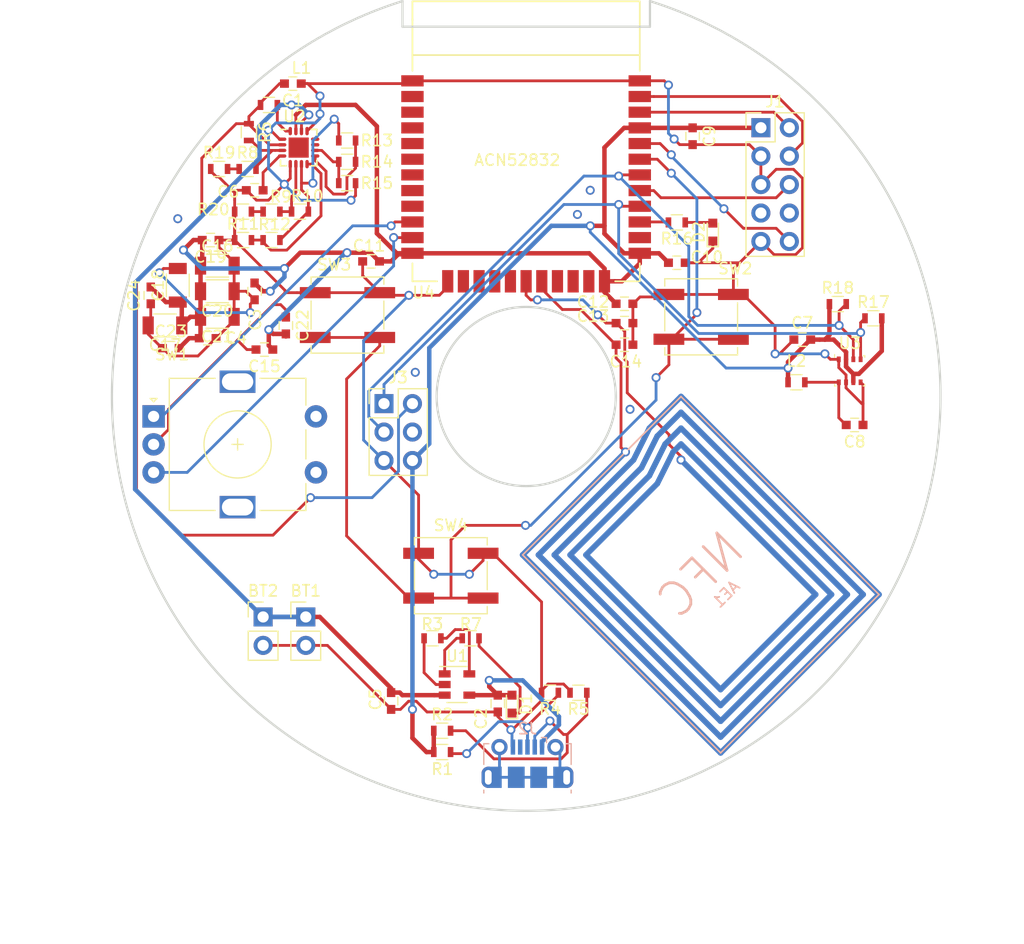
<source format=kicad_pcb>
(kicad_pcb (version 20171130) (host pcbnew 5.0.0-fee4fd1~66~ubuntu16.04.1)

  (general
    (thickness 1.6)
    (drawings 5)
    (tracks 598)
    (zones 0)
    (modules 62)
    (nets 60)
  )

  (page A4)
  (layers
    (0 F.Cu signal)
    (31 B.Cu signal)
    (32 B.Adhes user)
    (33 F.Adhes user)
    (34 B.Paste user)
    (35 F.Paste user)
    (36 B.SilkS user)
    (37 F.SilkS user)
    (38 B.Mask user)
    (39 F.Mask user)
    (40 Dwgs.User user)
    (41 Cmts.User user)
    (42 Eco1.User user)
    (43 Eco2.User user)
    (44 Edge.Cuts user)
    (45 Margin user)
    (46 B.CrtYd user)
    (47 F.CrtYd user)
    (48 B.Fab user)
    (49 F.Fab user)
  )

  (setup
    (last_trace_width 0.25)
    (user_trace_width 0.4)
    (trace_clearance 0.2)
    (zone_clearance 0.2)
    (zone_45_only no)
    (trace_min 0.2)
    (segment_width 0.2)
    (edge_width 0.2)
    (via_size 0.8)
    (via_drill 0.5)
    (via_min_size 0.4)
    (via_min_drill 0.3)
    (uvia_size 0.3)
    (uvia_drill 0.1)
    (uvias_allowed no)
    (uvia_min_size 0.2)
    (uvia_min_drill 0.1)
    (pcb_text_width 0.3)
    (pcb_text_size 1.5 1.5)
    (mod_edge_width 0.15)
    (mod_text_size 1 1)
    (mod_text_width 0.15)
    (pad_size 1.5 1.5)
    (pad_drill 0.6)
    (pad_to_mask_clearance 0)
    (aux_axis_origin 0 0)
    (visible_elements 7FFDFFFF)
    (pcbplotparams
      (layerselection 0x010fc_ffffffff)
      (usegerberextensions false)
      (usegerberattributes false)
      (usegerberadvancedattributes false)
      (creategerberjobfile false)
      (excludeedgelayer true)
      (linewidth 0.100000)
      (plotframeref false)
      (viasonmask false)
      (mode 1)
      (useauxorigin false)
      (hpglpennumber 1)
      (hpglpenspeed 20)
      (hpglpendiameter 15.000000)
      (psnegative false)
      (psa4output false)
      (plotreference true)
      (plotvalue true)
      (plotinvisibletext false)
      (padsonsilk false)
      (subtractmaskfromsilk false)
      (outputformat 1)
      (mirror false)
      (drillshape 1)
      (scaleselection 1)
      (outputdirectory ""))
  )

  (net 0 "")
  (net 1 "Net-(AE1-Pad2)")
  (net 2 "Net-(AE1-Pad1)")
  (net 3 GND)
  (net 4 BATT)
  (net 5 Solar_VCC)
  (net 6 VUSB)
  (net 7 STOR)
  (net 8 "Net-(C6-Pad1)")
  (net 9 "Net-(C8-Pad2)")
  (net 10 "Net-(D1-Pad1)")
  (net 11 "Net-(D2-Pad2)")
  (net 12 RESET)
  (net 13 "Net-(J1-Pad8)")
  (net 14 "Net-(J1-Pad7)")
  (net 15 SWO)
  (net 16 SWDCLK)
  (net 17 SWDIO)
  (net 18 "Net-(J2-Pad6)")
  (net 19 "Net-(J2-Pad3)")
  (net 20 "Net-(J2-Pad4)")
  (net 21 "Net-(J2-Pad2)")
  (net 22 Solar_GND)
  (net 23 SDA)
  (net 24 CLK)
  (net 25 "Net-(L1-Pad2)")
  (net 26 "Net-(R3-Pad1)")
  (net 27 "Net-(R3-Pad2)")
  (net 28 "Net-(R6-Pad2)")
  (net 29 "Net-(R7-Pad2)")
  (net 30 "Net-(R19-Pad2)")
  (net 31 "Net-(R10-Pad1)")
  (net 32 "Net-(R20-Pad1)")
  (net 33 "Net-(R10-Pad2)")
  (net 34 "Net-(R11-Pad2)")
  (net 35 "Net-(R13-Pad2)")
  (net 36 "Net-(R14-Pad2)")
  (net 37 ROT_B)
  (net 38 ROT_A)
  (net 39 PUSH_BTN)
  (net 40 "Net-(U2-Pad11)")
  (net 41 "Net-(U2-Pad12)")
  (net 42 "Net-(U2-Pad17)")
  (net 43 "Net-(U4-Pad3)")
  (net 44 "Net-(U4-Pad2)")
  (net 45 "Net-(U4-Pad4)")
  (net 46 "Net-(U4-Pad5)")
  (net 47 "Net-(U4-Pad6)")
  (net 48 "Net-(U4-Pad7)")
  (net 49 "Net-(U4-Pad8)")
  (net 50 "Net-(U4-Pad9)")
  (net 51 "Net-(U4-Pad14)")
  (net 52 "Net-(U4-Pad15)")
  (net 53 "Net-(U4-Pad16)")
  (net 54 "Net-(U4-Pad17)")
  (net 55 "Net-(U4-Pad20)")
  (net 56 "Net-(U4-Pad21)")
  (net 57 "Net-(U4-Pad22)")
  (net 58 "Net-(U4-Pad25)")
  (net 59 LED)

  (net_class Default "This is the default net class."
    (clearance 0.2)
    (trace_width 0.25)
    (via_dia 0.8)
    (via_drill 0.5)
    (uvia_dia 0.3)
    (uvia_drill 0.1)
    (add_net BATT)
    (add_net CLK)
    (add_net GND)
    (add_net LED)
    (add_net "Net-(AE1-Pad1)")
    (add_net "Net-(AE1-Pad2)")
    (add_net "Net-(C6-Pad1)")
    (add_net "Net-(C8-Pad2)")
    (add_net "Net-(D1-Pad1)")
    (add_net "Net-(D2-Pad2)")
    (add_net "Net-(J1-Pad7)")
    (add_net "Net-(J1-Pad8)")
    (add_net "Net-(J2-Pad2)")
    (add_net "Net-(J2-Pad3)")
    (add_net "Net-(J2-Pad4)")
    (add_net "Net-(J2-Pad6)")
    (add_net "Net-(L1-Pad2)")
    (add_net "Net-(R10-Pad1)")
    (add_net "Net-(R10-Pad2)")
    (add_net "Net-(R11-Pad2)")
    (add_net "Net-(R13-Pad2)")
    (add_net "Net-(R14-Pad2)")
    (add_net "Net-(R19-Pad2)")
    (add_net "Net-(R20-Pad1)")
    (add_net "Net-(R3-Pad1)")
    (add_net "Net-(R3-Pad2)")
    (add_net "Net-(R6-Pad2)")
    (add_net "Net-(R7-Pad2)")
    (add_net "Net-(U2-Pad11)")
    (add_net "Net-(U2-Pad12)")
    (add_net "Net-(U2-Pad17)")
    (add_net "Net-(U4-Pad14)")
    (add_net "Net-(U4-Pad15)")
    (add_net "Net-(U4-Pad16)")
    (add_net "Net-(U4-Pad17)")
    (add_net "Net-(U4-Pad2)")
    (add_net "Net-(U4-Pad20)")
    (add_net "Net-(U4-Pad21)")
    (add_net "Net-(U4-Pad22)")
    (add_net "Net-(U4-Pad25)")
    (add_net "Net-(U4-Pad3)")
    (add_net "Net-(U4-Pad4)")
    (add_net "Net-(U4-Pad5)")
    (add_net "Net-(U4-Pad6)")
    (add_net "Net-(U4-Pad7)")
    (add_net "Net-(U4-Pad8)")
    (add_net "Net-(U4-Pad9)")
    (add_net PUSH_BTN)
    (add_net RESET)
    (add_net ROT_A)
    (add_net ROT_B)
    (add_net SDA)
    (add_net STOR)
    (add_net SWDCLK)
    (add_net SWDIO)
    (add_net SWO)
    (add_net Solar_GND)
    (add_net Solar_VCC)
    (add_net VUSB)
  )

  (module Capacitors_SMD:C_0603 (layer F.Cu) (tedit 59958EE7) (tstamp 5BB5CA52)
    (at 120.662 97.282)
    (descr "Capacitor SMD 0603, reflow soldering, AVX (see smccp.pdf)")
    (tags "capacitor 0603")
    (path /5BB5C865)
    (attr smd)
    (fp_text reference C23 (at 0 -1.5) (layer F.SilkS)
      (effects (font (size 1 1) (thickness 0.15)))
    )
    (fp_text value 4,7µ (at 0 1.5) (layer F.Fab)
      (effects (font (size 1 1) (thickness 0.15)))
    )
    (fp_text user %R (at 0 0) (layer F.Fab)
      (effects (font (size 0.3 0.3) (thickness 0.075)))
    )
    (fp_line (start -0.8 0.4) (end -0.8 -0.4) (layer F.Fab) (width 0.1))
    (fp_line (start 0.8 0.4) (end -0.8 0.4) (layer F.Fab) (width 0.1))
    (fp_line (start 0.8 -0.4) (end 0.8 0.4) (layer F.Fab) (width 0.1))
    (fp_line (start -0.8 -0.4) (end 0.8 -0.4) (layer F.Fab) (width 0.1))
    (fp_line (start -0.35 -0.6) (end 0.35 -0.6) (layer F.SilkS) (width 0.12))
    (fp_line (start 0.35 0.6) (end -0.35 0.6) (layer F.SilkS) (width 0.12))
    (fp_line (start -1.4 -0.65) (end 1.4 -0.65) (layer F.CrtYd) (width 0.05))
    (fp_line (start -1.4 -0.65) (end -1.4 0.65) (layer F.CrtYd) (width 0.05))
    (fp_line (start 1.4 0.65) (end 1.4 -0.65) (layer F.CrtYd) (width 0.05))
    (fp_line (start 1.4 0.65) (end -1.4 0.65) (layer F.CrtYd) (width 0.05))
    (pad 1 smd rect (at -0.75 0) (size 0.8 0.75) (layers F.Cu F.Paste F.Mask)
      (net 3 GND))
    (pad 2 smd rect (at 0.75 0) (size 0.8 0.75) (layers F.Cu F.Paste F.Mask)
      (net 7 STOR))
    (model Capacitors_SMD.3dshapes/C_0603.wrl
      (at (xyz 0 0 0))
      (scale (xyz 1 1 1))
      (rotate (xyz 0 0 0))
    )
  )

  (module Capacitors_SMD:C_0603 (layer F.Cu) (tedit 59958EE7) (tstamp 5BB5C9E1)
    (at 124.218 87.63 180)
    (descr "Capacitor SMD 0603, reflow soldering, AVX (see smccp.pdf)")
    (tags "capacitor 0603")
    (path /5BB5C615)
    (attr smd)
    (fp_text reference C19 (at 0 -1.5 180) (layer F.SilkS)
      (effects (font (size 1 1) (thickness 0.15)))
    )
    (fp_text value 4,7µ (at 0 1.5 180) (layer F.Fab)
      (effects (font (size 1 1) (thickness 0.15)))
    )
    (fp_line (start 1.4 0.65) (end -1.4 0.65) (layer F.CrtYd) (width 0.05))
    (fp_line (start 1.4 0.65) (end 1.4 -0.65) (layer F.CrtYd) (width 0.05))
    (fp_line (start -1.4 -0.65) (end -1.4 0.65) (layer F.CrtYd) (width 0.05))
    (fp_line (start -1.4 -0.65) (end 1.4 -0.65) (layer F.CrtYd) (width 0.05))
    (fp_line (start 0.35 0.6) (end -0.35 0.6) (layer F.SilkS) (width 0.12))
    (fp_line (start -0.35 -0.6) (end 0.35 -0.6) (layer F.SilkS) (width 0.12))
    (fp_line (start -0.8 -0.4) (end 0.8 -0.4) (layer F.Fab) (width 0.1))
    (fp_line (start 0.8 -0.4) (end 0.8 0.4) (layer F.Fab) (width 0.1))
    (fp_line (start 0.8 0.4) (end -0.8 0.4) (layer F.Fab) (width 0.1))
    (fp_line (start -0.8 0.4) (end -0.8 -0.4) (layer F.Fab) (width 0.1))
    (fp_text user %R (at 0 0 180) (layer F.Fab)
      (effects (font (size 0.3 0.3) (thickness 0.075)))
    )
    (pad 2 smd rect (at 0.75 0 180) (size 0.8 0.75) (layers F.Cu F.Paste F.Mask)
      (net 7 STOR))
    (pad 1 smd rect (at -0.75 0 180) (size 0.8 0.75) (layers F.Cu F.Paste F.Mask)
      (net 3 GND))
    (model Capacitors_SMD.3dshapes/C_0603.wrl
      (at (xyz 0 0 0))
      (scale (xyz 1 1 1))
      (rotate (xyz 0 0 0))
    )
    (model /home/rier/KiCad/Library_3D/kicad-packages3D-master/Resistor_SMD.3dshapes/R_0603_1608Metric.step
      (at (xyz 0 0 0))
      (scale (xyz 1 1 1))
      (rotate (xyz 0 0 0))
    )
    (model /home/rier/KiCad/Library_3D/kicad-packages3D-master/Capacitor_SMD.3dshapes/C_0603_1608Metric.step
      (at (xyz 0 0 0))
      (scale (xyz 1 1 1))
      (rotate (xyz 0 0 0))
    )
  )

  (module Capacitors_SMD:C_0603 (layer F.Cu) (tedit 59958EE7) (tstamp 5BB5C9D0)
    (at 130.937 95.262 270)
    (descr "Capacitor SMD 0603, reflow soldering, AVX (see smccp.pdf)")
    (tags "capacitor 0603")
    (path /5BB5C7DB)
    (attr smd)
    (fp_text reference C22 (at 0 -1.5 270) (layer F.SilkS)
      (effects (font (size 1 1) (thickness 0.15)))
    )
    (fp_text value 4,7µ (at 0 1.5 270) (layer F.Fab)
      (effects (font (size 1 1) (thickness 0.15)))
    )
    (fp_text user %R (at 0 0 270) (layer F.Fab)
      (effects (font (size 0.3 0.3) (thickness 0.075)))
    )
    (fp_line (start -0.8 0.4) (end -0.8 -0.4) (layer F.Fab) (width 0.1))
    (fp_line (start 0.8 0.4) (end -0.8 0.4) (layer F.Fab) (width 0.1))
    (fp_line (start 0.8 -0.4) (end 0.8 0.4) (layer F.Fab) (width 0.1))
    (fp_line (start -0.8 -0.4) (end 0.8 -0.4) (layer F.Fab) (width 0.1))
    (fp_line (start -0.35 -0.6) (end 0.35 -0.6) (layer F.SilkS) (width 0.12))
    (fp_line (start 0.35 0.6) (end -0.35 0.6) (layer F.SilkS) (width 0.12))
    (fp_line (start -1.4 -0.65) (end 1.4 -0.65) (layer F.CrtYd) (width 0.05))
    (fp_line (start -1.4 -0.65) (end -1.4 0.65) (layer F.CrtYd) (width 0.05))
    (fp_line (start 1.4 0.65) (end 1.4 -0.65) (layer F.CrtYd) (width 0.05))
    (fp_line (start 1.4 0.65) (end -1.4 0.65) (layer F.CrtYd) (width 0.05))
    (pad 1 smd rect (at -0.75 0 270) (size 0.8 0.75) (layers F.Cu F.Paste F.Mask)
      (net 3 GND))
    (pad 2 smd rect (at 0.75 0 270) (size 0.8 0.75) (layers F.Cu F.Paste F.Mask)
      (net 7 STOR))
    (model Capacitors_SMD.3dshapes/C_0603.wrl
      (at (xyz 0 0 0))
      (scale (xyz 1 1 1))
      (rotate (xyz 0 0 0))
    )
    (model /home/rier/KiCad/Library_3D/kicad-packages3D-master/Capacitor_SMD.3dshapes/C_0603_1608Metric.step
      (at (xyz 0 0 0))
      (scale (xyz 1 1 1))
      (rotate (xyz 0 0 0))
    )
  )

  (module Capacitors_SMD:C_0603 (layer F.Cu) (tedit 59958EE7) (tstamp 5BB5C9BF)
    (at 118.872 92.571 90)
    (descr "Capacitor SMD 0603, reflow soldering, AVX (see smccp.pdf)")
    (tags "capacitor 0603")
    (path /5BB5C8F3)
    (attr smd)
    (fp_text reference C24 (at 0 -1.5 90) (layer F.SilkS)
      (effects (font (size 1 1) (thickness 0.15)))
    )
    (fp_text value 4,7µ (at 0 1.5 90) (layer F.Fab)
      (effects (font (size 1 1) (thickness 0.15)))
    )
    (fp_line (start 1.4 0.65) (end -1.4 0.65) (layer F.CrtYd) (width 0.05))
    (fp_line (start 1.4 0.65) (end 1.4 -0.65) (layer F.CrtYd) (width 0.05))
    (fp_line (start -1.4 -0.65) (end -1.4 0.65) (layer F.CrtYd) (width 0.05))
    (fp_line (start -1.4 -0.65) (end 1.4 -0.65) (layer F.CrtYd) (width 0.05))
    (fp_line (start 0.35 0.6) (end -0.35 0.6) (layer F.SilkS) (width 0.12))
    (fp_line (start -0.35 -0.6) (end 0.35 -0.6) (layer F.SilkS) (width 0.12))
    (fp_line (start -0.8 -0.4) (end 0.8 -0.4) (layer F.Fab) (width 0.1))
    (fp_line (start 0.8 -0.4) (end 0.8 0.4) (layer F.Fab) (width 0.1))
    (fp_line (start 0.8 0.4) (end -0.8 0.4) (layer F.Fab) (width 0.1))
    (fp_line (start -0.8 0.4) (end -0.8 -0.4) (layer F.Fab) (width 0.1))
    (fp_text user %R (at 0 0 90) (layer F.Fab)
      (effects (font (size 0.3 0.3) (thickness 0.075)))
    )
    (pad 2 smd rect (at 0.75 0 90) (size 0.8 0.75) (layers F.Cu F.Paste F.Mask)
      (net 7 STOR))
    (pad 1 smd rect (at -0.75 0 90) (size 0.8 0.75) (layers F.Cu F.Paste F.Mask)
      (net 3 GND))
    (model Capacitors_SMD.3dshapes/C_0603.wrl
      (at (xyz 0 0 0))
      (scale (xyz 1 1 1))
      (rotate (xyz 0 0 0))
    )
  )

  (module Capacitors_SMD:C_0603 (layer F.Cu) (tedit 59958EE7) (tstamp 5BB5C8AE)
    (at 129.02 97.409 180)
    (descr "Capacitor SMD 0603, reflow soldering, AVX (see smccp.pdf)")
    (tags "capacitor 0603")
    (path /5BB5CBFE)
    (attr smd)
    (fp_text reference C15 (at 0 -1.5 180) (layer F.SilkS)
      (effects (font (size 1 1) (thickness 0.15)))
    )
    (fp_text value 4,7µ (at 0 1.5 180) (layer F.Fab)
      (effects (font (size 1 1) (thickness 0.15)))
    )
    (fp_text user %R (at 0 0 180) (layer F.Fab)
      (effects (font (size 0.3 0.3) (thickness 0.075)))
    )
    (fp_line (start -0.8 0.4) (end -0.8 -0.4) (layer F.Fab) (width 0.1))
    (fp_line (start 0.8 0.4) (end -0.8 0.4) (layer F.Fab) (width 0.1))
    (fp_line (start 0.8 -0.4) (end 0.8 0.4) (layer F.Fab) (width 0.1))
    (fp_line (start -0.8 -0.4) (end 0.8 -0.4) (layer F.Fab) (width 0.1))
    (fp_line (start -0.35 -0.6) (end 0.35 -0.6) (layer F.SilkS) (width 0.12))
    (fp_line (start 0.35 0.6) (end -0.35 0.6) (layer F.SilkS) (width 0.12))
    (fp_line (start -1.4 -0.65) (end 1.4 -0.65) (layer F.CrtYd) (width 0.05))
    (fp_line (start -1.4 -0.65) (end -1.4 0.65) (layer F.CrtYd) (width 0.05))
    (fp_line (start 1.4 0.65) (end 1.4 -0.65) (layer F.CrtYd) (width 0.05))
    (fp_line (start 1.4 0.65) (end -1.4 0.65) (layer F.CrtYd) (width 0.05))
    (pad 1 smd rect (at -0.75 0 180) (size 0.8 0.75) (layers F.Cu F.Paste F.Mask)
      (net 7 STOR))
    (pad 2 smd rect (at 0.75 0 180) (size 0.8 0.75) (layers F.Cu F.Paste F.Mask)
      (net 3 GND))
    (model Capacitors_SMD.3dshapes/C_0603.wrl
      (at (xyz 0 0 0))
      (scale (xyz 1 1 1))
      (rotate (xyz 0 0 0))
    )
    (model /home/rier/KiCad/Library_3D/kicad-packages3D-master/Capacitor_SMD.3dshapes/C_0603_1608Metric.step
      (at (xyz 0 0 0))
      (scale (xyz 1 1 1))
      (rotate (xyz 0 0 0))
    )
  )

  (module Capacitors_SMD:C_1206 (layer F.Cu) (tedit 58AA84B8) (tstamp 5BB5CF60)
    (at 124.817 94.488 180)
    (descr "Capacitor SMD 1206, reflow soldering, AVX (see smccp.pdf)")
    (tags "capacitor 1206")
    (path /5BB5C745)
    (attr smd)
    (fp_text reference C21 (at 0 -1.75 180) (layer F.SilkS)
      (effects (font (size 1 1) (thickness 0.15)))
    )
    (fp_text value 4,7µ (at 0 2 180) (layer F.Fab)
      (effects (font (size 1 1) (thickness 0.15)))
    )
    (fp_line (start 2.25 1.05) (end -2.25 1.05) (layer F.CrtYd) (width 0.05))
    (fp_line (start 2.25 1.05) (end 2.25 -1.05) (layer F.CrtYd) (width 0.05))
    (fp_line (start -2.25 -1.05) (end -2.25 1.05) (layer F.CrtYd) (width 0.05))
    (fp_line (start -2.25 -1.05) (end 2.25 -1.05) (layer F.CrtYd) (width 0.05))
    (fp_line (start -1 1.02) (end 1 1.02) (layer F.SilkS) (width 0.12))
    (fp_line (start 1 -1.02) (end -1 -1.02) (layer F.SilkS) (width 0.12))
    (fp_line (start -1.6 -0.8) (end 1.6 -0.8) (layer F.Fab) (width 0.1))
    (fp_line (start 1.6 -0.8) (end 1.6 0.8) (layer F.Fab) (width 0.1))
    (fp_line (start 1.6 0.8) (end -1.6 0.8) (layer F.Fab) (width 0.1))
    (fp_line (start -1.6 0.8) (end -1.6 -0.8) (layer F.Fab) (width 0.1))
    (fp_text user %R (at 0 -1.75 180) (layer F.Fab)
      (effects (font (size 1 1) (thickness 0.15)))
    )
    (pad 2 smd rect (at 1.5 0 180) (size 1 1.6) (layers F.Cu F.Paste F.Mask)
      (net 7 STOR))
    (pad 1 smd rect (at -1.5 0 180) (size 1 1.6) (layers F.Cu F.Paste F.Mask)
      (net 3 GND))
    (model Capacitors_SMD.3dshapes/C_1206.wrl
      (at (xyz 0 0 0))
      (scale (xyz 1 1 1))
      (rotate (xyz 0 0 0))
    )
  )

  (module Capacitors_SMD:C_1206 (layer F.Cu) (tedit 58AA84B8) (tstamp 5BB5CFC0)
    (at 124.817 92.202 180)
    (descr "Capacitor SMD 1206, reflow soldering, AVX (see smccp.pdf)")
    (tags "capacitor 1206")
    (path /5BB5C6AF)
    (attr smd)
    (fp_text reference C20 (at 0 -1.75 180) (layer F.SilkS)
      (effects (font (size 1 1) (thickness 0.15)))
    )
    (fp_text value 4,7µ (at 0 2 180) (layer F.Fab)
      (effects (font (size 1 1) (thickness 0.15)))
    )
    (fp_text user %R (at 0 -1.75 180) (layer F.Fab)
      (effects (font (size 1 1) (thickness 0.15)))
    )
    (fp_line (start -1.6 0.8) (end -1.6 -0.8) (layer F.Fab) (width 0.1))
    (fp_line (start 1.6 0.8) (end -1.6 0.8) (layer F.Fab) (width 0.1))
    (fp_line (start 1.6 -0.8) (end 1.6 0.8) (layer F.Fab) (width 0.1))
    (fp_line (start -1.6 -0.8) (end 1.6 -0.8) (layer F.Fab) (width 0.1))
    (fp_line (start 1 -1.02) (end -1 -1.02) (layer F.SilkS) (width 0.12))
    (fp_line (start -1 1.02) (end 1 1.02) (layer F.SilkS) (width 0.12))
    (fp_line (start -2.25 -1.05) (end 2.25 -1.05) (layer F.CrtYd) (width 0.05))
    (fp_line (start -2.25 -1.05) (end -2.25 1.05) (layer F.CrtYd) (width 0.05))
    (fp_line (start 2.25 1.05) (end 2.25 -1.05) (layer F.CrtYd) (width 0.05))
    (fp_line (start 2.25 1.05) (end -2.25 1.05) (layer F.CrtYd) (width 0.05))
    (pad 1 smd rect (at -1.5 0 180) (size 1 1.6) (layers F.Cu F.Paste F.Mask)
      (net 3 GND))
    (pad 2 smd rect (at 1.5 0 180) (size 1 1.6) (layers F.Cu F.Paste F.Mask)
      (net 7 STOR))
    (model Capacitors_SMD.3dshapes/C_1206.wrl
      (at (xyz 0 0 0))
      (scale (xyz 1 1 1))
      (rotate (xyz 0 0 0))
    )
  )

  (module Capacitors_SMD:C_1206 (layer F.Cu) (tedit 58AA84B8) (tstamp 5BB5C85B)
    (at 120.142 95.25 180)
    (descr "Capacitor SMD 1206, reflow soldering, AVX (see smccp.pdf)")
    (tags "capacitor 1206")
    (path /5BB5C507)
    (attr smd)
    (fp_text reference C17 (at 0 -1.75 180) (layer F.SilkS)
      (effects (font (size 1 1) (thickness 0.15)))
    )
    (fp_text value 4,7µ (at 0 2 180) (layer F.Fab)
      (effects (font (size 1 1) (thickness 0.15)))
    )
    (fp_line (start 2.25 1.05) (end -2.25 1.05) (layer F.CrtYd) (width 0.05))
    (fp_line (start 2.25 1.05) (end 2.25 -1.05) (layer F.CrtYd) (width 0.05))
    (fp_line (start -2.25 -1.05) (end -2.25 1.05) (layer F.CrtYd) (width 0.05))
    (fp_line (start -2.25 -1.05) (end 2.25 -1.05) (layer F.CrtYd) (width 0.05))
    (fp_line (start -1 1.02) (end 1 1.02) (layer F.SilkS) (width 0.12))
    (fp_line (start 1 -1.02) (end -1 -1.02) (layer F.SilkS) (width 0.12))
    (fp_line (start -1.6 -0.8) (end 1.6 -0.8) (layer F.Fab) (width 0.1))
    (fp_line (start 1.6 -0.8) (end 1.6 0.8) (layer F.Fab) (width 0.1))
    (fp_line (start 1.6 0.8) (end -1.6 0.8) (layer F.Fab) (width 0.1))
    (fp_line (start -1.6 0.8) (end -1.6 -0.8) (layer F.Fab) (width 0.1))
    (fp_text user %R (at 0 -1.75 180) (layer F.Fab)
      (effects (font (size 1 1) (thickness 0.15)))
    )
    (pad 2 smd rect (at 1.5 0 180) (size 1 1.6) (layers F.Cu F.Paste F.Mask)
      (net 3 GND))
    (pad 1 smd rect (at -1.5 0 180) (size 1 1.6) (layers F.Cu F.Paste F.Mask)
      (net 7 STOR))
    (model Capacitors_SMD.3dshapes/C_1206.wrl
      (at (xyz 0 0 0))
      (scale (xyz 1 1 1))
      (rotate (xyz 0 0 0))
    )
  )

  (module Capacitors_SMD:C_1206 (layer F.Cu) (tedit 58AA84B8) (tstamp 5BB5CF90)
    (at 124.817 89.916)
    (descr "Capacitor SMD 1206, reflow soldering, AVX (see smccp.pdf)")
    (tags "capacitor 1206")
    (path /5BB5C589)
    (attr smd)
    (fp_text reference C16 (at 0 -1.75) (layer F.SilkS)
      (effects (font (size 1 1) (thickness 0.15)))
    )
    (fp_text value 4,7µ (at 0 2) (layer F.Fab)
      (effects (font (size 1 1) (thickness 0.15)))
    )
    (fp_text user %R (at 0 -1.75) (layer F.Fab)
      (effects (font (size 1 1) (thickness 0.15)))
    )
    (fp_line (start -1.6 0.8) (end -1.6 -0.8) (layer F.Fab) (width 0.1))
    (fp_line (start 1.6 0.8) (end -1.6 0.8) (layer F.Fab) (width 0.1))
    (fp_line (start 1.6 -0.8) (end 1.6 0.8) (layer F.Fab) (width 0.1))
    (fp_line (start -1.6 -0.8) (end 1.6 -0.8) (layer F.Fab) (width 0.1))
    (fp_line (start 1 -1.02) (end -1 -1.02) (layer F.SilkS) (width 0.12))
    (fp_line (start -1 1.02) (end 1 1.02) (layer F.SilkS) (width 0.12))
    (fp_line (start -2.25 -1.05) (end 2.25 -1.05) (layer F.CrtYd) (width 0.05))
    (fp_line (start -2.25 -1.05) (end -2.25 1.05) (layer F.CrtYd) (width 0.05))
    (fp_line (start 2.25 1.05) (end 2.25 -1.05) (layer F.CrtYd) (width 0.05))
    (fp_line (start 2.25 1.05) (end -2.25 1.05) (layer F.CrtYd) (width 0.05))
    (pad 1 smd rect (at -1.5 0) (size 1 1.6) (layers F.Cu F.Paste F.Mask)
      (net 7 STOR))
    (pad 2 smd rect (at 1.5 0) (size 1 1.6) (layers F.Cu F.Paste F.Mask)
      (net 3 GND))
    (model Capacitors_SMD.3dshapes/C_1206.wrl
      (at (xyz 0 0 0))
      (scale (xyz 1 1 1))
      (rotate (xyz 0 0 0))
    )
  )

  (module Capacitors_SMD:C_1206 (layer F.Cu) (tedit 58AA84B8) (tstamp 5BB5CED0)
    (at 121.285 91.67 90)
    (descr "Capacitor SMD 1206, reflow soldering, AVX (see smccp.pdf)")
    (tags "capacitor 1206")
    (path /5BB5C47F)
    (attr smd)
    (fp_text reference C18 (at 0 -1.75 90) (layer F.SilkS)
      (effects (font (size 1 1) (thickness 0.15)))
    )
    (fp_text value 4,7µ (at 0 2 90) (layer F.Fab)
      (effects (font (size 1 1) (thickness 0.15)))
    )
    (fp_line (start 2.25 1.05) (end -2.25 1.05) (layer F.CrtYd) (width 0.05))
    (fp_line (start 2.25 1.05) (end 2.25 -1.05) (layer F.CrtYd) (width 0.05))
    (fp_line (start -2.25 -1.05) (end -2.25 1.05) (layer F.CrtYd) (width 0.05))
    (fp_line (start -2.25 -1.05) (end 2.25 -1.05) (layer F.CrtYd) (width 0.05))
    (fp_line (start -1 1.02) (end 1 1.02) (layer F.SilkS) (width 0.12))
    (fp_line (start 1 -1.02) (end -1 -1.02) (layer F.SilkS) (width 0.12))
    (fp_line (start -1.6 -0.8) (end 1.6 -0.8) (layer F.Fab) (width 0.1))
    (fp_line (start 1.6 -0.8) (end 1.6 0.8) (layer F.Fab) (width 0.1))
    (fp_line (start 1.6 0.8) (end -1.6 0.8) (layer F.Fab) (width 0.1))
    (fp_line (start -1.6 0.8) (end -1.6 -0.8) (layer F.Fab) (width 0.1))
    (fp_text user %R (at 0 -1.75 90) (layer F.Fab)
      (effects (font (size 1 1) (thickness 0.15)))
    )
    (pad 2 smd rect (at 1.5 0 90) (size 1 1.6) (layers F.Cu F.Paste F.Mask)
      (net 3 GND))
    (pad 1 smd rect (at -1.5 0 90) (size 1 1.6) (layers F.Cu F.Paste F.Mask)
      (net 7 STOR))
    (model Capacitors_SMD.3dshapes/C_1206.wrl
      (at (xyz 0 0 0))
      (scale (xyz 1 1 1))
      (rotate (xyz 0 0 0))
    )
  )

  (module Buttons_Switches_SMD:SW_SPST_B3SL-1022P (layer F.Cu) (tedit 587241B2) (tstamp 5BAB95BD)
    (at 145.669 117.602)
    (descr "Middle Stroke Tactile Switch, B3SL")
    (tags "Middle Stroke Tactile Switch")
    (path /5B7D49E3)
    (attr smd)
    (fp_text reference SW4 (at 0 -4.5) (layer F.SilkS)
      (effects (font (size 1 1) (thickness 0.15)))
    )
    (fp_text value SW_Push (at 0 4.75) (layer F.Fab)
      (effects (font (size 1 1) (thickness 0.15)))
    )
    (fp_text user %R (at 0 -4.5) (layer F.Fab)
      (effects (font (size 1 1) (thickness 0.15)))
    )
    (fp_line (start -4.5 3.65) (end 4.5 3.65) (layer F.CrtYd) (width 0.05))
    (fp_line (start 4.5 3.65) (end 4.5 -3.65) (layer F.CrtYd) (width 0.05))
    (fp_line (start 4.5 -3.65) (end -4.5 -3.65) (layer F.CrtYd) (width 0.05))
    (fp_line (start -4.5 -3.65) (end -4.5 3.65) (layer F.CrtYd) (width 0.05))
    (fp_line (start 3.25 2.75) (end 3.25 3.4) (layer F.SilkS) (width 0.12))
    (fp_line (start 3.25 3.4) (end -3.25 3.4) (layer F.SilkS) (width 0.12))
    (fp_line (start -3.25 3.4) (end -3.25 2.75) (layer F.SilkS) (width 0.12))
    (fp_line (start 3.25 -2.75) (end 3.25 -3.4) (layer F.SilkS) (width 0.12))
    (fp_line (start 3.25 -3.4) (end -3.25 -3.4) (layer F.SilkS) (width 0.12))
    (fp_line (start -3.25 -3.4) (end -3.25 -2.75) (layer F.SilkS) (width 0.12))
    (fp_line (start 3.25 -1.25) (end 3.25 1.25) (layer F.SilkS) (width 0.12))
    (fp_line (start -3.25 -1.25) (end -3.25 1.25) (layer F.SilkS) (width 0.12))
    (fp_line (start -3.1 -3.25) (end 3.1 -3.25) (layer F.Fab) (width 0.1))
    (fp_line (start 3.1 -3.25) (end 3.1 3.25) (layer F.Fab) (width 0.1))
    (fp_line (start 3.1 3.25) (end -3.1 3.25) (layer F.Fab) (width 0.1))
    (fp_line (start -3.1 3.25) (end -3.1 -3.25) (layer F.Fab) (width 0.1))
    (fp_circle (center 0 0) (end 1.25 0) (layer F.Fab) (width 0.1))
    (pad 1 smd rect (at -2.88 -2) (size 2.75 1) (layers F.Cu F.Paste F.Mask)
      (net 3 GND))
    (pad 1 smd rect (at 2.88 -2) (size 2.75 1) (layers F.Cu F.Paste F.Mask)
      (net 3 GND))
    (pad 2 smd rect (at 2.88 2) (size 2.75 1) (layers F.Cu F.Paste F.Mask)
      (net 39 PUSH_BTN))
    (pad 2 smd rect (at -2.88 2) (size 2.75 1) (layers F.Cu F.Paste F.Mask)
      (net 39 PUSH_BTN))
    (model ${KISYS3DMOD}/Buttons_Switches_SMD.3dshapes/SW_SPST_B3SL-1022P.wrl
      (at (xyz 0 0 0))
      (scale (xyz 1 1 1))
      (rotate (xyz 0 0 0))
    )
    (model /home/rier/KiCad/Library_3D/kicad-packages3D-master/Button_Switch_SMD.3dshapes/SW_SPST_TL3342.step
      (at (xyz 0 0 0))
      (scale (xyz 1 1 1))
      (rotate (xyz 0 0 0))
    )
  )

  (module Footprints:NFC_Antenna (layer B.Cu) (tedit 5B54902A) (tstamp 5BABA30E)
    (at 184.6072 119.9896 225)
    (path /5B9DEFE3)
    (fp_text reference AE1 (at 9.635815 10.677525 225) (layer B.SilkS)
      (effects (font (size 1 1) (thickness 0.15)) (justify mirror))
    )
    (fp_text value Antenna_Loop (at 0 0.5 225) (layer B.Fab)
      (effects (font (size 1 1) (thickness 0.15)) (justify mirror))
    )
    (fp_text user NFC (at 10 13.5 225) (layer B.SilkS)
      (effects (font (size 3 3) (thickness 0.25)) (justify mirror))
    )
    (fp_line (start 7 25) (end 19 25) (layer B.Cu) (width 0.508))
    (fp_line (start 19 25) (end 19 2) (layer B.Cu) (width 0.508))
    (fp_line (start 19 2) (end 1 2) (layer B.Cu) (width 0.508))
    (fp_line (start 1 2) (end 1 25) (layer B.Cu) (width 0.508))
    (fp_line (start 1 25) (end 4 25) (layer B.Cu) (width 0.508))
    (fp_line (start 4 25) (end 7 24) (layer B.Cu) (width 0.508))
    (fp_line (start 7 24) (end 18 24) (layer B.Cu) (width 0.508))
    (fp_line (start 18 24) (end 18 3) (layer B.Cu) (width 0.508))
    (fp_line (start 18 3) (end 2 3) (layer B.Cu) (width 0.508))
    (fp_line (start 2 3) (end 2 24) (layer B.Cu) (width 0.508))
    (fp_line (start 2 24) (end 4 24) (layer B.Cu) (width 0.508))
    (fp_line (start 4 24) (end 7 23) (layer B.Cu) (width 0.508))
    (fp_line (start 7 23) (end 17 23) (layer B.Cu) (width 0.508))
    (fp_line (start 17 23) (end 17 4) (layer B.Cu) (width 0.508))
    (fp_line (start 17 4) (end 3 4) (layer B.Cu) (width 0.508))
    (fp_line (start 3 4) (end 3 23) (layer B.Cu) (width 0.508))
    (fp_line (start 3 23) (end 4 23) (layer B.Cu) (width 0.508))
    (fp_line (start 4 23) (end 7 22) (layer B.Cu) (width 0.508))
    (fp_line (start 7 22) (end 16 22) (layer B.Cu) (width 0.508))
    (fp_line (start 16 22) (end 16 5) (layer B.Cu) (width 0.508))
    (fp_line (start 16 5) (end 4 5) (layer B.Cu) (width 0.508))
    (fp_line (start 4 5) (end 4 22) (layer B.Cu) (width 0.508))
    (fp_line (start 4 26) (end 7 25) (layer B.Cu) (width 0.508))
    (fp_line (start 0 1) (end 0 26) (layer B.Cu) (width 0.508))
    (fp_line (start 20 1) (end 0 1) (layer B.Cu) (width 0.508))
    (fp_line (start 20 26) (end 20 1) (layer B.Cu) (width 0.508))
    (fp_line (start 7 26) (end 20 26) (layer B.Cu) (width 0.508))
    (fp_line (start 0 26) (end 4 26) (layer B.Cu) (width 0.508))
    (fp_line (start 20 1) (end 20 26) (layer B.SilkS) (width 0.15))
    (fp_line (start 20 26) (end 0 26) (layer B.SilkS) (width 0.15))
    (fp_line (start 0 26) (end 0 1) (layer B.SilkS) (width 0.15))
    (fp_line (start 0 1) (end 20 1) (layer B.SilkS) (width 0.15))
    (pad 2 smd circle (at 4 22 225) (size 0.6858 0.6858) (layers B.Cu B.Paste B.Mask)
      (net 1 "Net-(AE1-Pad2)"))
    (pad 1 smd circle (at 7 26 225) (size 0.6858 0.6858) (layers B.Cu B.Paste B.Mask)
      (net 2 "Net-(AE1-Pad1)"))
  )

  (module Pin_Headers:Pin_Header_Straight_1x02_Pitch2.54mm (layer F.Cu) (tedit 59650532) (tstamp 5BAB9240)
    (at 132.715 121.285)
    (descr "Through hole straight pin header, 1x02, 2.54mm pitch, single row")
    (tags "Through hole pin header THT 1x02 2.54mm single row")
    (path /5B8127AC)
    (fp_text reference BT1 (at 0 -2.33) (layer F.SilkS)
      (effects (font (size 1 1) (thickness 0.15)))
    )
    (fp_text value Battery_Cell (at 0 4.87) (layer F.Fab)
      (effects (font (size 1 1) (thickness 0.15)))
    )
    (fp_text user %R (at 0 1.27 90) (layer F.Fab)
      (effects (font (size 1 1) (thickness 0.15)))
    )
    (fp_line (start 1.8 -1.8) (end -1.8 -1.8) (layer F.CrtYd) (width 0.05))
    (fp_line (start 1.8 4.35) (end 1.8 -1.8) (layer F.CrtYd) (width 0.05))
    (fp_line (start -1.8 4.35) (end 1.8 4.35) (layer F.CrtYd) (width 0.05))
    (fp_line (start -1.8 -1.8) (end -1.8 4.35) (layer F.CrtYd) (width 0.05))
    (fp_line (start -1.33 -1.33) (end 0 -1.33) (layer F.SilkS) (width 0.12))
    (fp_line (start -1.33 0) (end -1.33 -1.33) (layer F.SilkS) (width 0.12))
    (fp_line (start -1.33 1.27) (end 1.33 1.27) (layer F.SilkS) (width 0.12))
    (fp_line (start 1.33 1.27) (end 1.33 3.87) (layer F.SilkS) (width 0.12))
    (fp_line (start -1.33 1.27) (end -1.33 3.87) (layer F.SilkS) (width 0.12))
    (fp_line (start -1.33 3.87) (end 1.33 3.87) (layer F.SilkS) (width 0.12))
    (fp_line (start -1.27 -0.635) (end -0.635 -1.27) (layer F.Fab) (width 0.1))
    (fp_line (start -1.27 3.81) (end -1.27 -0.635) (layer F.Fab) (width 0.1))
    (fp_line (start 1.27 3.81) (end -1.27 3.81) (layer F.Fab) (width 0.1))
    (fp_line (start 1.27 -1.27) (end 1.27 3.81) (layer F.Fab) (width 0.1))
    (fp_line (start -0.635 -1.27) (end 1.27 -1.27) (layer F.Fab) (width 0.1))
    (pad 2 thru_hole oval (at 0 2.54) (size 1.7 1.7) (drill 1) (layers *.Cu *.Mask)
      (net 3 GND))
    (pad 1 thru_hole rect (at 0 0) (size 1.7 1.7) (drill 1) (layers *.Cu *.Mask)
      (net 4 BATT))
    (model ${KISYS3DMOD}/Pin_Headers.3dshapes/Pin_Header_Straight_1x02_Pitch2.54mm.wrl
      (at (xyz 0 0 0))
      (scale (xyz 1 1 1))
      (rotate (xyz 0 0 0))
    )
  )

  (module Pin_Headers:Pin_Header_Straight_1x02_Pitch2.54mm (layer F.Cu) (tedit 59650532) (tstamp 5BAB9256)
    (at 128.905 121.285)
    (descr "Through hole straight pin header, 1x02, 2.54mm pitch, single row")
    (tags "Through hole pin header THT 1x02 2.54mm single row")
    (path /5B994D9A)
    (fp_text reference BT2 (at 0 -2.33) (layer F.SilkS)
      (effects (font (size 1 1) (thickness 0.15)))
    )
    (fp_text value Battery_Cell (at 0 4.87) (layer F.Fab)
      (effects (font (size 1 1) (thickness 0.15)))
    )
    (fp_line (start -0.635 -1.27) (end 1.27 -1.27) (layer F.Fab) (width 0.1))
    (fp_line (start 1.27 -1.27) (end 1.27 3.81) (layer F.Fab) (width 0.1))
    (fp_line (start 1.27 3.81) (end -1.27 3.81) (layer F.Fab) (width 0.1))
    (fp_line (start -1.27 3.81) (end -1.27 -0.635) (layer F.Fab) (width 0.1))
    (fp_line (start -1.27 -0.635) (end -0.635 -1.27) (layer F.Fab) (width 0.1))
    (fp_line (start -1.33 3.87) (end 1.33 3.87) (layer F.SilkS) (width 0.12))
    (fp_line (start -1.33 1.27) (end -1.33 3.87) (layer F.SilkS) (width 0.12))
    (fp_line (start 1.33 1.27) (end 1.33 3.87) (layer F.SilkS) (width 0.12))
    (fp_line (start -1.33 1.27) (end 1.33 1.27) (layer F.SilkS) (width 0.12))
    (fp_line (start -1.33 0) (end -1.33 -1.33) (layer F.SilkS) (width 0.12))
    (fp_line (start -1.33 -1.33) (end 0 -1.33) (layer F.SilkS) (width 0.12))
    (fp_line (start -1.8 -1.8) (end -1.8 4.35) (layer F.CrtYd) (width 0.05))
    (fp_line (start -1.8 4.35) (end 1.8 4.35) (layer F.CrtYd) (width 0.05))
    (fp_line (start 1.8 4.35) (end 1.8 -1.8) (layer F.CrtYd) (width 0.05))
    (fp_line (start 1.8 -1.8) (end -1.8 -1.8) (layer F.CrtYd) (width 0.05))
    (fp_text user %R (at 0 1.27 90) (layer F.Fab)
      (effects (font (size 1 1) (thickness 0.15)))
    )
    (pad 1 thru_hole rect (at 0 0) (size 1.7 1.7) (drill 1) (layers *.Cu *.Mask)
      (net 4 BATT))
    (pad 2 thru_hole oval (at 0 2.54) (size 1.7 1.7) (drill 1) (layers *.Cu *.Mask)
      (net 3 GND))
    (model ${KISYS3DMOD}/Pin_Headers.3dshapes/Pin_Header_Straight_1x02_Pitch2.54mm.wrl
      (at (xyz 0 0 0))
      (scale (xyz 1 1 1))
      (rotate (xyz 0 0 0))
    )
  )

  (module Capacitors_SMD:C_0603 (layer F.Cu) (tedit 59958EE7) (tstamp 5BAB9267)
    (at 131.56 73.66 180)
    (descr "Capacitor SMD 0603, reflow soldering, AVX (see smccp.pdf)")
    (tags "capacitor 0603")
    (path /5B7D63A6)
    (attr smd)
    (fp_text reference C1 (at 0 -1.5 180) (layer F.SilkS)
      (effects (font (size 1 1) (thickness 0.15)))
    )
    (fp_text value 4,7µ (at 0 1.5 180) (layer F.Fab)
      (effects (font (size 1 1) (thickness 0.15)))
    )
    (fp_text user %R (at 0 0 180) (layer F.Fab)
      (effects (font (size 0.3 0.3) (thickness 0.075)))
    )
    (fp_line (start -0.8 0.4) (end -0.8 -0.4) (layer F.Fab) (width 0.1))
    (fp_line (start 0.8 0.4) (end -0.8 0.4) (layer F.Fab) (width 0.1))
    (fp_line (start 0.8 -0.4) (end 0.8 0.4) (layer F.Fab) (width 0.1))
    (fp_line (start -0.8 -0.4) (end 0.8 -0.4) (layer F.Fab) (width 0.1))
    (fp_line (start -0.35 -0.6) (end 0.35 -0.6) (layer F.SilkS) (width 0.12))
    (fp_line (start 0.35 0.6) (end -0.35 0.6) (layer F.SilkS) (width 0.12))
    (fp_line (start -1.4 -0.65) (end 1.4 -0.65) (layer F.CrtYd) (width 0.05))
    (fp_line (start -1.4 -0.65) (end -1.4 0.65) (layer F.CrtYd) (width 0.05))
    (fp_line (start 1.4 0.65) (end 1.4 -0.65) (layer F.CrtYd) (width 0.05))
    (fp_line (start 1.4 0.65) (end -1.4 0.65) (layer F.CrtYd) (width 0.05))
    (pad 1 smd rect (at -0.75 0 180) (size 0.8 0.75) (layers F.Cu F.Paste F.Mask)
      (net 3 GND))
    (pad 2 smd rect (at 0.75 0 180) (size 0.8 0.75) (layers F.Cu F.Paste F.Mask)
      (net 5 Solar_VCC))
    (model Capacitors_SMD.3dshapes/C_0603.wrl
      (at (xyz 0 0 0))
      (scale (xyz 1 1 1))
      (rotate (xyz 0 0 0))
    )
    (model /home/rier/KiCad/Library_3D/kicad-packages3D-master/Capacitor_SMD.3dshapes/C_0603_1608Metric.step
      (at (xyz 0 0 0))
      (scale (xyz 1 1 1))
      (rotate (xyz 0 0 0))
    )
  )

  (module Capacitors_SMD:C_0603 (layer F.Cu) (tedit 59958EE7) (tstamp 5BAB9278)
    (at 149.86 129.02 90)
    (descr "Capacitor SMD 0603, reflow soldering, AVX (see smccp.pdf)")
    (tags "capacitor 0603")
    (path /5B946EBB)
    (attr smd)
    (fp_text reference C2 (at -1.3455 -1.5 90) (layer F.SilkS)
      (effects (font (size 1 1) (thickness 0.15)))
    )
    (fp_text value 4.7µ (at 0 1.5 90) (layer F.Fab)
      (effects (font (size 1 1) (thickness 0.15)))
    )
    (fp_text user %R (at 0 0 90) (layer F.Fab)
      (effects (font (size 0.3 0.3) (thickness 0.075)))
    )
    (fp_line (start -0.8 0.4) (end -0.8 -0.4) (layer F.Fab) (width 0.1))
    (fp_line (start 0.8 0.4) (end -0.8 0.4) (layer F.Fab) (width 0.1))
    (fp_line (start 0.8 -0.4) (end 0.8 0.4) (layer F.Fab) (width 0.1))
    (fp_line (start -0.8 -0.4) (end 0.8 -0.4) (layer F.Fab) (width 0.1))
    (fp_line (start -0.35 -0.6) (end 0.35 -0.6) (layer F.SilkS) (width 0.12))
    (fp_line (start 0.35 0.6) (end -0.35 0.6) (layer F.SilkS) (width 0.12))
    (fp_line (start -1.4 -0.65) (end 1.4 -0.65) (layer F.CrtYd) (width 0.05))
    (fp_line (start -1.4 -0.65) (end -1.4 0.65) (layer F.CrtYd) (width 0.05))
    (fp_line (start 1.4 0.65) (end 1.4 -0.65) (layer F.CrtYd) (width 0.05))
    (fp_line (start 1.4 0.65) (end -1.4 0.65) (layer F.CrtYd) (width 0.05))
    (pad 1 smd rect (at -0.75 0 90) (size 0.8 0.75) (layers F.Cu F.Paste F.Mask)
      (net 3 GND))
    (pad 2 smd rect (at 0.75 0 90) (size 0.8 0.75) (layers F.Cu F.Paste F.Mask)
      (net 6 VUSB))
    (model Capacitors_SMD.3dshapes/C_0603.wrl
      (at (xyz 0 0 0))
      (scale (xyz 1 1 1))
      (rotate (xyz 0 0 0))
    )
    (model /home/rier/KiCad/Library_3D/kicad-packages3D-master/Capacitor_SMD.3dshapes/C_0603_1608Metric.step
      (at (xyz 0 0 0))
      (scale (xyz 1 1 1))
      (rotate (xyz 0 0 0))
    )
  )

  (module Capacitors_SMD:C_0603 (layer F.Cu) (tedit 59958EE7) (tstamp 5BAB9289)
    (at 128.143 92.214 270)
    (descr "Capacitor SMD 0603, reflow soldering, AVX (see smccp.pdf)")
    (tags "capacitor 0603")
    (path /5B812843)
    (attr smd)
    (fp_text reference C3 (at 2.528 -0.0635 270) (layer F.SilkS)
      (effects (font (size 1 1) (thickness 0.15)))
    )
    (fp_text value 4,7µ (at 0 1.5 270) (layer F.Fab)
      (effects (font (size 1 1) (thickness 0.15)))
    )
    (fp_text user %R (at 0 0 90) (layer F.Fab)
      (effects (font (size 0.3 0.3) (thickness 0.075)))
    )
    (fp_line (start -0.8 0.4) (end -0.8 -0.4) (layer F.Fab) (width 0.1))
    (fp_line (start 0.8 0.4) (end -0.8 0.4) (layer F.Fab) (width 0.1))
    (fp_line (start 0.8 -0.4) (end 0.8 0.4) (layer F.Fab) (width 0.1))
    (fp_line (start -0.8 -0.4) (end 0.8 -0.4) (layer F.Fab) (width 0.1))
    (fp_line (start -0.35 -0.6) (end 0.35 -0.6) (layer F.SilkS) (width 0.12))
    (fp_line (start 0.35 0.6) (end -0.35 0.6) (layer F.SilkS) (width 0.12))
    (fp_line (start -1.4 -0.65) (end 1.4 -0.65) (layer F.CrtYd) (width 0.05))
    (fp_line (start -1.4 -0.65) (end -1.4 0.65) (layer F.CrtYd) (width 0.05))
    (fp_line (start 1.4 0.65) (end 1.4 -0.65) (layer F.CrtYd) (width 0.05))
    (fp_line (start 1.4 0.65) (end -1.4 0.65) (layer F.CrtYd) (width 0.05))
    (pad 1 smd rect (at -0.75 0 270) (size 0.8 0.75) (layers F.Cu F.Paste F.Mask)
      (net 7 STOR))
    (pad 2 smd rect (at 0.75 0 270) (size 0.8 0.75) (layers F.Cu F.Paste F.Mask)
      (net 3 GND))
    (model Capacitors_SMD.3dshapes/C_0603.wrl
      (at (xyz 0 0 0))
      (scale (xyz 1 1 1))
      (rotate (xyz 0 0 0))
    )
    (model /home/rier/KiCad/Library_3D/kicad-packages3D-master/Capacitor_SMD.3dshapes/C_0603_1608Metric.step
      (at (xyz 0 0 0))
      (scale (xyz 1 1 1))
      (rotate (xyz 0 0 0))
    )
  )

  (module Capacitors_SMD:C_0603 (layer F.Cu) (tedit 59958EE7) (tstamp 5BAB929A)
    (at 123.952 96.393)
    (descr "Capacitor SMD 0603, reflow soldering, AVX (see smccp.pdf)")
    (tags "capacitor 0603")
    (path /5B8128B3)
    (attr smd)
    (fp_text reference C4 (at 2.528 0) (layer F.SilkS)
      (effects (font (size 1 1) (thickness 0.15)))
    )
    (fp_text value 0,1µ (at 0 1.5) (layer F.Fab)
      (effects (font (size 1 1) (thickness 0.15)))
    )
    (fp_line (start 1.4 0.65) (end -1.4 0.65) (layer F.CrtYd) (width 0.05))
    (fp_line (start 1.4 0.65) (end 1.4 -0.65) (layer F.CrtYd) (width 0.05))
    (fp_line (start -1.4 -0.65) (end -1.4 0.65) (layer F.CrtYd) (width 0.05))
    (fp_line (start -1.4 -0.65) (end 1.4 -0.65) (layer F.CrtYd) (width 0.05))
    (fp_line (start 0.35 0.6) (end -0.35 0.6) (layer F.SilkS) (width 0.12))
    (fp_line (start -0.35 -0.6) (end 0.35 -0.6) (layer F.SilkS) (width 0.12))
    (fp_line (start -0.8 -0.4) (end 0.8 -0.4) (layer F.Fab) (width 0.1))
    (fp_line (start 0.8 -0.4) (end 0.8 0.4) (layer F.Fab) (width 0.1))
    (fp_line (start 0.8 0.4) (end -0.8 0.4) (layer F.Fab) (width 0.1))
    (fp_line (start -0.8 0.4) (end -0.8 -0.4) (layer F.Fab) (width 0.1))
    (fp_text user %R (at 0 0) (layer F.Fab)
      (effects (font (size 0.3 0.3) (thickness 0.075)))
    )
    (pad 2 smd rect (at 0.75 0) (size 0.8 0.75) (layers F.Cu F.Paste F.Mask)
      (net 3 GND))
    (pad 1 smd rect (at -0.75 0) (size 0.8 0.75) (layers F.Cu F.Paste F.Mask)
      (net 7 STOR))
    (model Capacitors_SMD.3dshapes/C_0603.wrl
      (at (xyz 0 0 0))
      (scale (xyz 1 1 1))
      (rotate (xyz 0 0 0))
    )
  )

  (module Capacitors_SMD:C_0603 (layer F.Cu) (tedit 59958EE7) (tstamp 5BAE31D7)
    (at 140.335 128.79 270)
    (descr "Capacitor SMD 0603, reflow soldering, AVX (see smccp.pdf)")
    (tags "capacitor 0603")
    (path /5B957489)
    (attr smd)
    (fp_text reference C5 (at -0.139 1.397 270) (layer F.SilkS)
      (effects (font (size 1 1) (thickness 0.15)))
    )
    (fp_text value 4.7µ (at 0 1.5 270) (layer F.Fab)
      (effects (font (size 1 1) (thickness 0.15)))
    )
    (fp_line (start 1.4 0.65) (end -1.4 0.65) (layer F.CrtYd) (width 0.05))
    (fp_line (start 1.4 0.65) (end 1.4 -0.65) (layer F.CrtYd) (width 0.05))
    (fp_line (start -1.4 -0.65) (end -1.4 0.65) (layer F.CrtYd) (width 0.05))
    (fp_line (start -1.4 -0.65) (end 1.4 -0.65) (layer F.CrtYd) (width 0.05))
    (fp_line (start 0.35 0.6) (end -0.35 0.6) (layer F.SilkS) (width 0.12))
    (fp_line (start -0.35 -0.6) (end 0.35 -0.6) (layer F.SilkS) (width 0.12))
    (fp_line (start -0.8 -0.4) (end 0.8 -0.4) (layer F.Fab) (width 0.1))
    (fp_line (start 0.8 -0.4) (end 0.8 0.4) (layer F.Fab) (width 0.1))
    (fp_line (start 0.8 0.4) (end -0.8 0.4) (layer F.Fab) (width 0.1))
    (fp_line (start -0.8 0.4) (end -0.8 -0.4) (layer F.Fab) (width 0.1))
    (fp_text user %R (at 0 0 90) (layer F.Fab)
      (effects (font (size 0.3 0.3) (thickness 0.075)))
    )
    (pad 2 smd rect (at 0.75 0 270) (size 0.8 0.75) (layers F.Cu F.Paste F.Mask)
      (net 3 GND))
    (pad 1 smd rect (at -0.75 0 270) (size 0.8 0.75) (layers F.Cu F.Paste F.Mask)
      (net 4 BATT))
    (model Capacitors_SMD.3dshapes/C_0603.wrl
      (at (xyz 0 0 0))
      (scale (xyz 1 1 1))
      (rotate (xyz 0 0 0))
    )
    (model /home/rier/KiCad/Library_3D/kicad-packages3D-master/Capacitor_SMD.3dshapes/C_0603_1608Metric.step
      (at (xyz 0 0 0))
      (scale (xyz 1 1 1))
      (rotate (xyz 0 0 0))
    )
  )

  (module Capacitors_SMD:C_0603 (layer F.Cu) (tedit 59958EE7) (tstamp 5BAB92BC)
    (at 128.155 83.185 180)
    (descr "Capacitor SMD 0603, reflow soldering, AVX (see smccp.pdf)")
    (tags "capacitor 0603")
    (path /5B7DB90F)
    (attr smd)
    (fp_text reference C6 (at 2.3615 -0.127 180) (layer F.SilkS)
      (effects (font (size 1 1) (thickness 0.15)))
    )
    (fp_text value 0,01µ (at 0 1.5 180) (layer F.Fab)
      (effects (font (size 1 1) (thickness 0.15)))
    )
    (fp_line (start 1.4 0.65) (end -1.4 0.65) (layer F.CrtYd) (width 0.05))
    (fp_line (start 1.4 0.65) (end 1.4 -0.65) (layer F.CrtYd) (width 0.05))
    (fp_line (start -1.4 -0.65) (end -1.4 0.65) (layer F.CrtYd) (width 0.05))
    (fp_line (start -1.4 -0.65) (end 1.4 -0.65) (layer F.CrtYd) (width 0.05))
    (fp_line (start 0.35 0.6) (end -0.35 0.6) (layer F.SilkS) (width 0.12))
    (fp_line (start -0.35 -0.6) (end 0.35 -0.6) (layer F.SilkS) (width 0.12))
    (fp_line (start -0.8 -0.4) (end 0.8 -0.4) (layer F.Fab) (width 0.1))
    (fp_line (start 0.8 -0.4) (end 0.8 0.4) (layer F.Fab) (width 0.1))
    (fp_line (start 0.8 0.4) (end -0.8 0.4) (layer F.Fab) (width 0.1))
    (fp_line (start -0.8 0.4) (end -0.8 -0.4) (layer F.Fab) (width 0.1))
    (fp_text user %R (at 0 0 180) (layer F.Fab)
      (effects (font (size 0.3 0.3) (thickness 0.075)))
    )
    (pad 2 smd rect (at 0.75 0 180) (size 0.8 0.75) (layers F.Cu F.Paste F.Mask)
      (net 3 GND))
    (pad 1 smd rect (at -0.75 0 180) (size 0.8 0.75) (layers F.Cu F.Paste F.Mask)
      (net 8 "Net-(C6-Pad1)"))
    (model Capacitors_SMD.3dshapes/C_0603.wrl
      (at (xyz 0 0 0))
      (scale (xyz 1 1 1))
      (rotate (xyz 0 0 0))
    )
    (model /home/rier/KiCad/Library_3D/kicad-packages3D-master/Capacitor_SMD.3dshapes/C_0603_1608Metric.step
      (at (xyz 0 0 0))
      (scale (xyz 1 1 1))
      (rotate (xyz 0 0 0))
    )
  )

  (module Capacitors_SMD:C_0603 (layer F.Cu) (tedit 59958EE7) (tstamp 5BAB92CD)
    (at 177.05 96.52)
    (descr "Capacitor SMD 0603, reflow soldering, AVX (see smccp.pdf)")
    (tags "capacitor 0603")
    (path /5BB259BF)
    (attr smd)
    (fp_text reference C7 (at 0 -1.5) (layer F.SilkS)
      (effects (font (size 1 1) (thickness 0.15)))
    )
    (fp_text value 100n (at 0 1.5) (layer F.Fab)
      (effects (font (size 1 1) (thickness 0.15)))
    )
    (fp_line (start 1.4 0.65) (end -1.4 0.65) (layer F.CrtYd) (width 0.05))
    (fp_line (start 1.4 0.65) (end 1.4 -0.65) (layer F.CrtYd) (width 0.05))
    (fp_line (start -1.4 -0.65) (end -1.4 0.65) (layer F.CrtYd) (width 0.05))
    (fp_line (start -1.4 -0.65) (end 1.4 -0.65) (layer F.CrtYd) (width 0.05))
    (fp_line (start 0.35 0.6) (end -0.35 0.6) (layer F.SilkS) (width 0.12))
    (fp_line (start -0.35 -0.6) (end 0.35 -0.6) (layer F.SilkS) (width 0.12))
    (fp_line (start -0.8 -0.4) (end 0.8 -0.4) (layer F.Fab) (width 0.1))
    (fp_line (start 0.8 -0.4) (end 0.8 0.4) (layer F.Fab) (width 0.1))
    (fp_line (start 0.8 0.4) (end -0.8 0.4) (layer F.Fab) (width 0.1))
    (fp_line (start -0.8 0.4) (end -0.8 -0.4) (layer F.Fab) (width 0.1))
    (fp_text user %R (at 0 0) (layer F.Fab)
      (effects (font (size 0.3 0.3) (thickness 0.075)))
    )
    (pad 2 smd rect (at 0.75 0) (size 0.8 0.75) (layers F.Cu F.Paste F.Mask)
      (net 7 STOR))
    (pad 1 smd rect (at -0.75 0) (size 0.8 0.75) (layers F.Cu F.Paste F.Mask)
      (net 3 GND))
    (model Capacitors_SMD.3dshapes/C_0603.wrl
      (at (xyz 0 0 0))
      (scale (xyz 1 1 1))
      (rotate (xyz 0 0 0))
    )
    (model /home/rier/KiCad/Library_3D/kicad-packages3D-master/Capacitor_SMD.3dshapes/C_0603_1608Metric.step
      (at (xyz 0 0 0))
      (scale (xyz 1 1 1))
      (rotate (xyz 0 0 0))
    )
  )

  (module Capacitors_SMD:C_0603 (layer F.Cu) (tedit 59958EE7) (tstamp 5BAB92DE)
    (at 181.725 104.14 180)
    (descr "Capacitor SMD 0603, reflow soldering, AVX (see smccp.pdf)")
    (tags "capacitor 0603")
    (path /5BB25A3D)
    (attr smd)
    (fp_text reference C8 (at 0 -1.5 180) (layer F.SilkS)
      (effects (font (size 1 1) (thickness 0.15)))
    )
    (fp_text value 100n (at 0 1.5 180) (layer F.Fab)
      (effects (font (size 1 1) (thickness 0.15)))
    )
    (fp_text user %R (at 0 0 180) (layer F.Fab)
      (effects (font (size 0.3 0.3) (thickness 0.075)))
    )
    (fp_line (start -0.8 0.4) (end -0.8 -0.4) (layer F.Fab) (width 0.1))
    (fp_line (start 0.8 0.4) (end -0.8 0.4) (layer F.Fab) (width 0.1))
    (fp_line (start 0.8 -0.4) (end 0.8 0.4) (layer F.Fab) (width 0.1))
    (fp_line (start -0.8 -0.4) (end 0.8 -0.4) (layer F.Fab) (width 0.1))
    (fp_line (start -0.35 -0.6) (end 0.35 -0.6) (layer F.SilkS) (width 0.12))
    (fp_line (start 0.35 0.6) (end -0.35 0.6) (layer F.SilkS) (width 0.12))
    (fp_line (start -1.4 -0.65) (end 1.4 -0.65) (layer F.CrtYd) (width 0.05))
    (fp_line (start -1.4 -0.65) (end -1.4 0.65) (layer F.CrtYd) (width 0.05))
    (fp_line (start 1.4 0.65) (end 1.4 -0.65) (layer F.CrtYd) (width 0.05))
    (fp_line (start 1.4 0.65) (end -1.4 0.65) (layer F.CrtYd) (width 0.05))
    (pad 1 smd rect (at -0.75 0 180) (size 0.8 0.75) (layers F.Cu F.Paste F.Mask)
      (net 3 GND))
    (pad 2 smd rect (at 0.75 0 180) (size 0.8 0.75) (layers F.Cu F.Paste F.Mask)
      (net 9 "Net-(C8-Pad2)"))
    (model Capacitors_SMD.3dshapes/C_0603.wrl
      (at (xyz 0 0 0))
      (scale (xyz 1 1 1))
      (rotate (xyz 0 0 0))
    )
    (model /home/rier/KiCad/Library_3D/kicad-packages3D-master/Capacitor_SMD.3dshapes/C_0603_1608Metric.step
      (at (xyz 0 0 0))
      (scale (xyz 1 1 1))
      (rotate (xyz 0 0 0))
    )
  )

  (module Capacitors_SMD:C_0603 (layer F.Cu) (tedit 59958EE7) (tstamp 5BAB92EF)
    (at 167.259 78.359 270)
    (descr "Capacitor SMD 0603, reflow soldering, AVX (see smccp.pdf)")
    (tags "capacitor 0603")
    (path /5BAB5D05)
    (attr smd)
    (fp_text reference C9 (at 0 -1.5 270) (layer F.SilkS)
      (effects (font (size 1 1) (thickness 0.15)))
    )
    (fp_text value 100n (at 0 1.5 270) (layer F.Fab)
      (effects (font (size 1 1) (thickness 0.15)))
    )
    (fp_line (start 1.4 0.65) (end -1.4 0.65) (layer F.CrtYd) (width 0.05))
    (fp_line (start 1.4 0.65) (end 1.4 -0.65) (layer F.CrtYd) (width 0.05))
    (fp_line (start -1.4 -0.65) (end -1.4 0.65) (layer F.CrtYd) (width 0.05))
    (fp_line (start -1.4 -0.65) (end 1.4 -0.65) (layer F.CrtYd) (width 0.05))
    (fp_line (start 0.35 0.6) (end -0.35 0.6) (layer F.SilkS) (width 0.12))
    (fp_line (start -0.35 -0.6) (end 0.35 -0.6) (layer F.SilkS) (width 0.12))
    (fp_line (start -0.8 -0.4) (end 0.8 -0.4) (layer F.Fab) (width 0.1))
    (fp_line (start 0.8 -0.4) (end 0.8 0.4) (layer F.Fab) (width 0.1))
    (fp_line (start 0.8 0.4) (end -0.8 0.4) (layer F.Fab) (width 0.1))
    (fp_line (start -0.8 0.4) (end -0.8 -0.4) (layer F.Fab) (width 0.1))
    (fp_text user %R (at 0 0 270) (layer F.Fab)
      (effects (font (size 0.3 0.3) (thickness 0.075)))
    )
    (pad 2 smd rect (at 0.75 0 270) (size 0.8 0.75) (layers F.Cu F.Paste F.Mask)
      (net 3 GND))
    (pad 1 smd rect (at -0.75 0 270) (size 0.8 0.75) (layers F.Cu F.Paste F.Mask)
      (net 7 STOR))
    (model Capacitors_SMD.3dshapes/C_0603.wrl
      (at (xyz 0 0 0))
      (scale (xyz 1 1 1))
      (rotate (xyz 0 0 0))
    )
    (model /home/rier/KiCad/Library_3D/kicad-packages3D-master/Capacitor_SMD.3dshapes/C_0603_1608Metric.step
      (at (xyz 0 0 0))
      (scale (xyz 1 1 1))
      (rotate (xyz 0 0 0))
    )
  )

  (module Capacitors_SMD:C_0603 (layer F.Cu) (tedit 59958EE7) (tstamp 5BAB9300)
    (at 165.85 89.65692)
    (descr "Capacitor SMD 0603, reflow soldering, AVX (see smccp.pdf)")
    (tags "capacitor 0603")
    (path /5BA803B6)
    (attr smd)
    (fp_text reference C10 (at 2.679 -0.50292) (layer F.SilkS)
      (effects (font (size 1 1) (thickness 0.15)))
    )
    (fp_text value 100n (at 0 1.5) (layer F.Fab)
      (effects (font (size 1 1) (thickness 0.15)))
    )
    (fp_line (start 1.4 0.65) (end -1.4 0.65) (layer F.CrtYd) (width 0.05))
    (fp_line (start 1.4 0.65) (end 1.4 -0.65) (layer F.CrtYd) (width 0.05))
    (fp_line (start -1.4 -0.65) (end -1.4 0.65) (layer F.CrtYd) (width 0.05))
    (fp_line (start -1.4 -0.65) (end 1.4 -0.65) (layer F.CrtYd) (width 0.05))
    (fp_line (start 0.35 0.6) (end -0.35 0.6) (layer F.SilkS) (width 0.12))
    (fp_line (start -0.35 -0.6) (end 0.35 -0.6) (layer F.SilkS) (width 0.12))
    (fp_line (start -0.8 -0.4) (end 0.8 -0.4) (layer F.Fab) (width 0.1))
    (fp_line (start 0.8 -0.4) (end 0.8 0.4) (layer F.Fab) (width 0.1))
    (fp_line (start 0.8 0.4) (end -0.8 0.4) (layer F.Fab) (width 0.1))
    (fp_line (start -0.8 0.4) (end -0.8 -0.4) (layer F.Fab) (width 0.1))
    (fp_text user %R (at 0 0) (layer F.Fab)
      (effects (font (size 0.3 0.3) (thickness 0.075)))
    )
    (pad 2 smd rect (at 0.75 0) (size 0.8 0.75) (layers F.Cu F.Paste F.Mask)
      (net 3 GND))
    (pad 1 smd rect (at -0.75 0) (size 0.8 0.75) (layers F.Cu F.Paste F.Mask)
      (net 7 STOR))
    (model Capacitors_SMD.3dshapes/C_0603.wrl
      (at (xyz 0 0 0))
      (scale (xyz 1 1 1))
      (rotate (xyz 0 0 0))
    )
    (model /home/rier/KiCad/Library_3D/kicad-packages3D-master/Capacitor_SMD.3dshapes/C_0603_1608Metric.step
      (at (xyz 0 0 0))
      (scale (xyz 1 1 1))
      (rotate (xyz 0 0 0))
    )
  )

  (module Capacitors_SMD:C_0603 (layer F.Cu) (tedit 59958EE7) (tstamp 5BAE0D00)
    (at 138.545 89.535 180)
    (descr "Capacitor SMD 0603, reflow soldering, AVX (see smccp.pdf)")
    (tags "capacitor 0603")
    (path /5BA9F810)
    (attr smd)
    (fp_text reference C11 (at 0.1785 1.397 180) (layer F.SilkS)
      (effects (font (size 1 1) (thickness 0.15)))
    )
    (fp_text value 100n (at 0 1.5 180) (layer F.Fab)
      (effects (font (size 1 1) (thickness 0.15)))
    )
    (fp_text user %R (at 0 0 180) (layer F.Fab)
      (effects (font (size 0.3 0.3) (thickness 0.075)))
    )
    (fp_line (start -0.8 0.4) (end -0.8 -0.4) (layer F.Fab) (width 0.1))
    (fp_line (start 0.8 0.4) (end -0.8 0.4) (layer F.Fab) (width 0.1))
    (fp_line (start 0.8 -0.4) (end 0.8 0.4) (layer F.Fab) (width 0.1))
    (fp_line (start -0.8 -0.4) (end 0.8 -0.4) (layer F.Fab) (width 0.1))
    (fp_line (start -0.35 -0.6) (end 0.35 -0.6) (layer F.SilkS) (width 0.12))
    (fp_line (start 0.35 0.6) (end -0.35 0.6) (layer F.SilkS) (width 0.12))
    (fp_line (start -1.4 -0.65) (end 1.4 -0.65) (layer F.CrtYd) (width 0.05))
    (fp_line (start -1.4 -0.65) (end -1.4 0.65) (layer F.CrtYd) (width 0.05))
    (fp_line (start 1.4 0.65) (end 1.4 -0.65) (layer F.CrtYd) (width 0.05))
    (fp_line (start 1.4 0.65) (end -1.4 0.65) (layer F.CrtYd) (width 0.05))
    (pad 1 smd rect (at -0.75 0 180) (size 0.8 0.75) (layers F.Cu F.Paste F.Mask)
      (net 7 STOR))
    (pad 2 smd rect (at 0.75 0 180) (size 0.8 0.75) (layers F.Cu F.Paste F.Mask)
      (net 3 GND))
    (model Capacitors_SMD.3dshapes/C_0603.wrl
      (at (xyz 0 0 0))
      (scale (xyz 1 1 1))
      (rotate (xyz 0 0 0))
    )
    (model /home/rier/KiCad/Library_3D/kicad-packages3D-master/Capacitor_SMD.3dshapes/C_0603_1608Metric.step
      (at (xyz 0 0 0))
      (scale (xyz 1 1 1))
      (rotate (xyz 0 0 0))
    )
  )

  (module Capacitors_SMD:C_0603 (layer F.Cu) (tedit 59958EE7) (tstamp 5BADE673)
    (at 161.175 93.3196)
    (descr "Capacitor SMD 0603, reflow soldering, AVX (see smccp.pdf)")
    (tags "capacitor 0603")
    (path /5B9BB889)
    (attr smd)
    (fp_text reference C12 (at -2.806 -0.1651) (layer F.SilkS)
      (effects (font (size 1 1) (thickness 0.15)))
    )
    (fp_text value 100n (at 0 1.5) (layer F.Fab)
      (effects (font (size 1 1) (thickness 0.15)))
    )
    (fp_text user %R (at 0 0) (layer F.Fab)
      (effects (font (size 0.3 0.3) (thickness 0.075)))
    )
    (fp_line (start -0.8 0.4) (end -0.8 -0.4) (layer F.Fab) (width 0.1))
    (fp_line (start 0.8 0.4) (end -0.8 0.4) (layer F.Fab) (width 0.1))
    (fp_line (start 0.8 -0.4) (end 0.8 0.4) (layer F.Fab) (width 0.1))
    (fp_line (start -0.8 -0.4) (end 0.8 -0.4) (layer F.Fab) (width 0.1))
    (fp_line (start -0.35 -0.6) (end 0.35 -0.6) (layer F.SilkS) (width 0.12))
    (fp_line (start 0.35 0.6) (end -0.35 0.6) (layer F.SilkS) (width 0.12))
    (fp_line (start -1.4 -0.65) (end 1.4 -0.65) (layer F.CrtYd) (width 0.05))
    (fp_line (start -1.4 -0.65) (end -1.4 0.65) (layer F.CrtYd) (width 0.05))
    (fp_line (start 1.4 0.65) (end 1.4 -0.65) (layer F.CrtYd) (width 0.05))
    (fp_line (start 1.4 0.65) (end -1.4 0.65) (layer F.CrtYd) (width 0.05))
    (pad 1 smd rect (at -0.75 0) (size 0.8 0.75) (layers F.Cu F.Paste F.Mask)
      (net 7 STOR))
    (pad 2 smd rect (at 0.75 0) (size 0.8 0.75) (layers F.Cu F.Paste F.Mask)
      (net 3 GND))
    (model Capacitors_SMD.3dshapes/C_0603.wrl
      (at (xyz 0 0 0))
      (scale (xyz 1 1 1))
      (rotate (xyz 0 0 0))
    )
    (model /home/rier/KiCad/Library_3D/kicad-packages3D-master/Capacitor_SMD.3dshapes/C_0603_1608Metric.step
      (at (xyz 0 0 0))
      (scale (xyz 1 1 1))
      (rotate (xyz 0 0 0))
    )
  )

  (module Capacitors_SMD:C_0603 (layer F.Cu) (tedit 59958EE7) (tstamp 5BAB9333)
    (at 161.175 95.0468)
    (descr "Capacitor SMD 0603, reflow soldering, AVX (see smccp.pdf)")
    (tags "capacitor 0603")
    (path /5B9ED094)
    (attr smd)
    (fp_text reference C13 (at -2.806 -0.6223) (layer F.SilkS)
      (effects (font (size 1 1) (thickness 0.15)))
    )
    (fp_text value 300p (at 0 1.5) (layer F.Fab)
      (effects (font (size 1 1) (thickness 0.15)))
    )
    (fp_line (start 1.4 0.65) (end -1.4 0.65) (layer F.CrtYd) (width 0.05))
    (fp_line (start 1.4 0.65) (end 1.4 -0.65) (layer F.CrtYd) (width 0.05))
    (fp_line (start -1.4 -0.65) (end -1.4 0.65) (layer F.CrtYd) (width 0.05))
    (fp_line (start -1.4 -0.65) (end 1.4 -0.65) (layer F.CrtYd) (width 0.05))
    (fp_line (start 0.35 0.6) (end -0.35 0.6) (layer F.SilkS) (width 0.12))
    (fp_line (start -0.35 -0.6) (end 0.35 -0.6) (layer F.SilkS) (width 0.12))
    (fp_line (start -0.8 -0.4) (end 0.8 -0.4) (layer F.Fab) (width 0.1))
    (fp_line (start 0.8 -0.4) (end 0.8 0.4) (layer F.Fab) (width 0.1))
    (fp_line (start 0.8 0.4) (end -0.8 0.4) (layer F.Fab) (width 0.1))
    (fp_line (start -0.8 0.4) (end -0.8 -0.4) (layer F.Fab) (width 0.1))
    (fp_text user %R (at 0 0) (layer F.Fab)
      (effects (font (size 0.3 0.3) (thickness 0.075)))
    )
    (pad 2 smd rect (at 0.75 0) (size 0.8 0.75) (layers F.Cu F.Paste F.Mask)
      (net 3 GND))
    (pad 1 smd rect (at -0.75 0) (size 0.8 0.75) (layers F.Cu F.Paste F.Mask)
      (net 1 "Net-(AE1-Pad2)"))
    (model Capacitors_SMD.3dshapes/C_0603.wrl
      (at (xyz 0 0 0))
      (scale (xyz 1 1 1))
      (rotate (xyz 0 0 0))
    )
    (model /home/rier/KiCad/Library_3D/kicad-packages3D-master/Capacitor_SMD.3dshapes/C_0603_1608Metric.step
      (at (xyz 0 0 0))
      (scale (xyz 1 1 1))
      (rotate (xyz 0 0 0))
    )
  )

  (module Capacitors_SMD:C_0603 (layer F.Cu) (tedit 59958EE7) (tstamp 5BAB9344)
    (at 161.175 96.9772)
    (descr "Capacitor SMD 0603, reflow soldering, AVX (see smccp.pdf)")
    (tags "capacitor 0603")
    (path /5B9ED10A)
    (attr smd)
    (fp_text reference C14 (at 0.115 1.5113) (layer F.SilkS)
      (effects (font (size 1 1) (thickness 0.15)))
    )
    (fp_text value 300p (at 0 1.5) (layer F.Fab)
      (effects (font (size 1 1) (thickness 0.15)))
    )
    (fp_text user %R (at 0 0) (layer F.Fab)
      (effects (font (size 0.3 0.3) (thickness 0.075)))
    )
    (fp_line (start -0.8 0.4) (end -0.8 -0.4) (layer F.Fab) (width 0.1))
    (fp_line (start 0.8 0.4) (end -0.8 0.4) (layer F.Fab) (width 0.1))
    (fp_line (start 0.8 -0.4) (end 0.8 0.4) (layer F.Fab) (width 0.1))
    (fp_line (start -0.8 -0.4) (end 0.8 -0.4) (layer F.Fab) (width 0.1))
    (fp_line (start -0.35 -0.6) (end 0.35 -0.6) (layer F.SilkS) (width 0.12))
    (fp_line (start 0.35 0.6) (end -0.35 0.6) (layer F.SilkS) (width 0.12))
    (fp_line (start -1.4 -0.65) (end 1.4 -0.65) (layer F.CrtYd) (width 0.05))
    (fp_line (start -1.4 -0.65) (end -1.4 0.65) (layer F.CrtYd) (width 0.05))
    (fp_line (start 1.4 0.65) (end 1.4 -0.65) (layer F.CrtYd) (width 0.05))
    (fp_line (start 1.4 0.65) (end -1.4 0.65) (layer F.CrtYd) (width 0.05))
    (pad 1 smd rect (at -0.75 0) (size 0.8 0.75) (layers F.Cu F.Paste F.Mask)
      (net 2 "Net-(AE1-Pad1)"))
    (pad 2 smd rect (at 0.75 0) (size 0.8 0.75) (layers F.Cu F.Paste F.Mask)
      (net 3 GND))
    (model Capacitors_SMD.3dshapes/C_0603.wrl
      (at (xyz 0 0 0))
      (scale (xyz 1 1 1))
      (rotate (xyz 0 0 0))
    )
    (model /home/rier/KiCad/Library_3D/kicad-packages3D-master/Capacitor_SMD.3dshapes/C_0603_1608Metric.step
      (at (xyz 0 0 0))
      (scale (xyz 1 1 1))
      (rotate (xyz 0 0 0))
    )
  )

  (module LEDs:LED_0603 (layer F.Cu) (tedit 57FE93A5) (tstamp 5BAB9359)
    (at 151.13 129.07 90)
    (descr "LED 0603 smd package")
    (tags "LED led 0603 SMD smd SMT smt smdled SMDLED smtled SMTLED")
    (path /5B92EEF3)
    (attr smd)
    (fp_text reference D1 (at 0 1.27 90) (layer F.SilkS)
      (effects (font (size 1 1) (thickness 0.15)))
    )
    (fp_text value LED (at 0 1.35 90) (layer F.Fab)
      (effects (font (size 1 1) (thickness 0.15)))
    )
    (fp_line (start -1.3 -0.5) (end -1.3 0.5) (layer F.SilkS) (width 0.12))
    (fp_line (start -0.2 -0.2) (end -0.2 0.2) (layer F.Fab) (width 0.1))
    (fp_line (start -0.15 0) (end 0.15 -0.2) (layer F.Fab) (width 0.1))
    (fp_line (start 0.15 0.2) (end -0.15 0) (layer F.Fab) (width 0.1))
    (fp_line (start 0.15 -0.2) (end 0.15 0.2) (layer F.Fab) (width 0.1))
    (fp_line (start 0.8 0.4) (end -0.8 0.4) (layer F.Fab) (width 0.1))
    (fp_line (start 0.8 -0.4) (end 0.8 0.4) (layer F.Fab) (width 0.1))
    (fp_line (start -0.8 -0.4) (end 0.8 -0.4) (layer F.Fab) (width 0.1))
    (fp_line (start -0.8 0.4) (end -0.8 -0.4) (layer F.Fab) (width 0.1))
    (fp_line (start -1.3 0.5) (end 0.8 0.5) (layer F.SilkS) (width 0.12))
    (fp_line (start -1.3 -0.5) (end 0.8 -0.5) (layer F.SilkS) (width 0.12))
    (fp_line (start 1.45 -0.65) (end 1.45 0.65) (layer F.CrtYd) (width 0.05))
    (fp_line (start 1.45 0.65) (end -1.45 0.65) (layer F.CrtYd) (width 0.05))
    (fp_line (start -1.45 0.65) (end -1.45 -0.65) (layer F.CrtYd) (width 0.05))
    (fp_line (start -1.45 -0.65) (end 1.45 -0.65) (layer F.CrtYd) (width 0.05))
    (pad 2 smd rect (at 0.8 0 270) (size 0.8 0.8) (layers F.Cu F.Paste F.Mask)
      (net 6 VUSB))
    (pad 1 smd rect (at -0.8 0 270) (size 0.8 0.8) (layers F.Cu F.Paste F.Mask)
      (net 10 "Net-(D1-Pad1)"))
    (model ${KISYS3DMOD}/LEDs.3dshapes/LED_0603.wrl
      (at (xyz 0 0 0))
      (scale (xyz 1 1 1))
      (rotate (xyz 0 0 180))
    )
    (model /home/rier/KiCad/Library_3D/kicad-packages3D-master/LED_SMD.3dshapes/LED_0603_1608Metric.step
      (at (xyz 0 0 0))
      (scale (xyz 1 1 1))
      (rotate (xyz 0 0 0))
    )
  )

  (module LEDs:LED_0603 (layer F.Cu) (tedit 57FE93A5) (tstamp 5BAB936E)
    (at 169.0624 86.9188 90)
    (descr "LED 0603 smd package")
    (tags "LED led 0603 SMD smd SMT smt smdled SMDLED smtled SMTLED")
    (path /5BBC3C48)
    (attr smd)
    (fp_text reference D2 (at 0 -1.25 90) (layer F.SilkS)
      (effects (font (size 1 1) (thickness 0.15)))
    )
    (fp_text value LED (at 0 1.35 90) (layer F.Fab)
      (effects (font (size 1 1) (thickness 0.15)))
    )
    (fp_line (start -1.45 -0.65) (end 1.45 -0.65) (layer F.CrtYd) (width 0.05))
    (fp_line (start -1.45 0.65) (end -1.45 -0.65) (layer F.CrtYd) (width 0.05))
    (fp_line (start 1.45 0.65) (end -1.45 0.65) (layer F.CrtYd) (width 0.05))
    (fp_line (start 1.45 -0.65) (end 1.45 0.65) (layer F.CrtYd) (width 0.05))
    (fp_line (start -1.3 -0.5) (end 0.8 -0.5) (layer F.SilkS) (width 0.12))
    (fp_line (start -1.3 0.5) (end 0.8 0.5) (layer F.SilkS) (width 0.12))
    (fp_line (start -0.8 0.4) (end -0.8 -0.4) (layer F.Fab) (width 0.1))
    (fp_line (start -0.8 -0.4) (end 0.8 -0.4) (layer F.Fab) (width 0.1))
    (fp_line (start 0.8 -0.4) (end 0.8 0.4) (layer F.Fab) (width 0.1))
    (fp_line (start 0.8 0.4) (end -0.8 0.4) (layer F.Fab) (width 0.1))
    (fp_line (start 0.15 -0.2) (end 0.15 0.2) (layer F.Fab) (width 0.1))
    (fp_line (start 0.15 0.2) (end -0.15 0) (layer F.Fab) (width 0.1))
    (fp_line (start -0.15 0) (end 0.15 -0.2) (layer F.Fab) (width 0.1))
    (fp_line (start -0.2 -0.2) (end -0.2 0.2) (layer F.Fab) (width 0.1))
    (fp_line (start -1.3 -0.5) (end -1.3 0.5) (layer F.SilkS) (width 0.12))
    (pad 1 smd rect (at -0.8 0 270) (size 0.8 0.8) (layers F.Cu F.Paste F.Mask)
      (net 3 GND))
    (pad 2 smd rect (at 0.8 0 270) (size 0.8 0.8) (layers F.Cu F.Paste F.Mask)
      (net 11 "Net-(D2-Pad2)"))
    (model ${KISYS3DMOD}/LEDs.3dshapes/LED_0603.wrl
      (at (xyz 0 0 0))
      (scale (xyz 1 1 1))
      (rotate (xyz 0 0 180))
    )
    (model /home/rier/KiCad/Library_3D/kicad-packages3D-master/LED_SMD.3dshapes/LED_0603_1608Metric.step
      (at (xyz 0 0 0))
      (scale (xyz 1 1 1))
      (rotate (xyz 0 0 0))
    )
  )

  (module Pin_Headers:Pin_Header_Straight_2x05_Pitch2.54mm (layer F.Cu) (tedit 59650532) (tstamp 5BAB938E)
    (at 173.355 77.597)
    (descr "Through hole straight pin header, 2x05, 2.54mm pitch, double rows")
    (tags "Through hole pin header THT 2x05 2.54mm double row")
    (path /5BB2E44C)
    (fp_text reference J1 (at 1.27 -2.33) (layer F.SilkS)
      (effects (font (size 1 1) (thickness 0.15)))
    )
    (fp_text value Conn_02x05_Odd_Even (at 1.27 12.49) (layer F.Fab)
      (effects (font (size 1 1) (thickness 0.15)))
    )
    (fp_text user %R (at 1.27 5.08 90) (layer F.Fab)
      (effects (font (size 1 1) (thickness 0.15)))
    )
    (fp_line (start 4.35 -1.8) (end -1.8 -1.8) (layer F.CrtYd) (width 0.05))
    (fp_line (start 4.35 11.95) (end 4.35 -1.8) (layer F.CrtYd) (width 0.05))
    (fp_line (start -1.8 11.95) (end 4.35 11.95) (layer F.CrtYd) (width 0.05))
    (fp_line (start -1.8 -1.8) (end -1.8 11.95) (layer F.CrtYd) (width 0.05))
    (fp_line (start -1.33 -1.33) (end 0 -1.33) (layer F.SilkS) (width 0.12))
    (fp_line (start -1.33 0) (end -1.33 -1.33) (layer F.SilkS) (width 0.12))
    (fp_line (start 1.27 -1.33) (end 3.87 -1.33) (layer F.SilkS) (width 0.12))
    (fp_line (start 1.27 1.27) (end 1.27 -1.33) (layer F.SilkS) (width 0.12))
    (fp_line (start -1.33 1.27) (end 1.27 1.27) (layer F.SilkS) (width 0.12))
    (fp_line (start 3.87 -1.33) (end 3.87 11.49) (layer F.SilkS) (width 0.12))
    (fp_line (start -1.33 1.27) (end -1.33 11.49) (layer F.SilkS) (width 0.12))
    (fp_line (start -1.33 11.49) (end 3.87 11.49) (layer F.SilkS) (width 0.12))
    (fp_line (start -1.27 0) (end 0 -1.27) (layer F.Fab) (width 0.1))
    (fp_line (start -1.27 11.43) (end -1.27 0) (layer F.Fab) (width 0.1))
    (fp_line (start 3.81 11.43) (end -1.27 11.43) (layer F.Fab) (width 0.1))
    (fp_line (start 3.81 -1.27) (end 3.81 11.43) (layer F.Fab) (width 0.1))
    (fp_line (start 0 -1.27) (end 3.81 -1.27) (layer F.Fab) (width 0.1))
    (pad 10 thru_hole oval (at 2.54 10.16) (size 1.7 1.7) (drill 1) (layers *.Cu *.Mask)
      (net 12 RESET))
    (pad 9 thru_hole oval (at 0 10.16) (size 1.7 1.7) (drill 1) (layers *.Cu *.Mask)
      (net 3 GND))
    (pad 8 thru_hole oval (at 2.54 7.62) (size 1.7 1.7) (drill 1) (layers *.Cu *.Mask)
      (net 13 "Net-(J1-Pad8)"))
    (pad 7 thru_hole oval (at 0 7.62) (size 1.7 1.7) (drill 1) (layers *.Cu *.Mask)
      (net 14 "Net-(J1-Pad7)"))
    (pad 6 thru_hole oval (at 2.54 5.08) (size 1.7 1.7) (drill 1) (layers *.Cu *.Mask)
      (net 15 SWO))
    (pad 5 thru_hole oval (at 0 5.08) (size 1.7 1.7) (drill 1) (layers *.Cu *.Mask)
      (net 3 GND))
    (pad 4 thru_hole oval (at 2.54 2.54) (size 1.7 1.7) (drill 1) (layers *.Cu *.Mask)
      (net 16 SWDCLK))
    (pad 3 thru_hole oval (at 0 2.54) (size 1.7 1.7) (drill 1) (layers *.Cu *.Mask)
      (net 3 GND))
    (pad 2 thru_hole oval (at 2.54 0) (size 1.7 1.7) (drill 1) (layers *.Cu *.Mask)
      (net 17 SWDIO))
    (pad 1 thru_hole rect (at 0 0) (size 1.7 1.7) (drill 1) (layers *.Cu *.Mask)
      (net 7 STOR))
    (model ${KISYS3DMOD}/Pin_Headers.3dshapes/Pin_Header_Straight_2x05_Pitch2.54mm.wrl
      (at (xyz 0 0 0))
      (scale (xyz 1 1 1))
      (rotate (xyz 0 0 0))
    )
    (model /home/rier/KiCad/Library_3D/kicad-packages3D-master/Connector_PinHeader_2.54mm.3dshapes/PinHeader_2x05_P2.54mm_Vertical.step
      (at (xyz 0 0 0))
      (scale (xyz 1 1 1))
      (rotate (xyz 0 0 0))
    )
  )

  (module Connectors_USB:USB_Micro-B_Molex-105017-0001 (layer B.Cu) (tedit 598B308E) (tstamp 5BABACE4)
    (at 152.512 135.255 180)
    (descr http://www.molex.com/pdm_docs/sd/1050170001_sd.pdf)
    (tags "Micro-USB SMD Typ-B")
    (path /5B829635)
    (attr smd)
    (fp_text reference J2 (at 0 4 180) (layer B.SilkS)
      (effects (font (size 1 1) (thickness 0.15)) (justify mirror))
    )
    (fp_text value USB_OTG (at 0.3 -3.45 180) (layer B.Fab)
      (effects (font (size 1 1) (thickness 0.15)) (justify mirror))
    )
    (fp_line (start -1.1 3.01) (end -1.1 2.8) (layer B.Fab) (width 0.1))
    (fp_line (start -1.5 3.01) (end -1.5 2.8) (layer B.Fab) (width 0.1))
    (fp_line (start -1.5 3.01) (end -1.1 3.01) (layer B.Fab) (width 0.1))
    (fp_line (start -1.1 2.8) (end -1.3 2.6) (layer B.Fab) (width 0.1))
    (fp_line (start -1.3 2.6) (end -1.5 2.8) (layer B.Fab) (width 0.1))
    (fp_line (start -1.7 3.2) (end -1.7 2.75) (layer B.SilkS) (width 0.12))
    (fp_line (start -1.7 3.2) (end -1.25 3.2) (layer B.SilkS) (width 0.12))
    (fp_text user %R (at 0 0 180) (layer B.Fab)
      (effects (font (size 1 1) (thickness 0.15)) (justify mirror))
    )
    (fp_line (start 3.9 2.65) (end 3.45 2.65) (layer B.SilkS) (width 0.12))
    (fp_line (start 3.9 0.8) (end 3.9 2.65) (layer B.SilkS) (width 0.12))
    (fp_line (start -3.9 -1.75) (end -3.9 -1.5) (layer B.SilkS) (width 0.12))
    (fp_line (start -3.75 -2.5) (end -3.75 2.5) (layer B.Fab) (width 0.1))
    (fp_line (start -3.75 2.5) (end 3.75 2.5) (layer B.Fab) (width 0.1))
    (fp_line (start -3.75 -2.501704) (end 3.75 -2.501704) (layer B.Fab) (width 0.1))
    (fp_line (start -3 -1.801704) (end 3 -1.801704) (layer B.Fab) (width 0.1))
    (fp_line (start 3.75 -2.5) (end 3.75 2.5) (layer B.Fab) (width 0.1))
    (fp_line (start 3.9 -1.75) (end 3.9 -1.5) (layer B.SilkS) (width 0.12))
    (fp_line (start -3.9 0.8) (end -3.9 2.65) (layer B.SilkS) (width 0.12))
    (fp_line (start -3.9 2.65) (end -3.45 2.65) (layer B.SilkS) (width 0.12))
    (fp_text user "PCB Edge" (at 0 -1.8 180) (layer Dwgs.User)
      (effects (font (size 0.5 0.5) (thickness 0.08)))
    )
    (fp_line (start -4.4 -2.75) (end -4.4 3.35) (layer B.CrtYd) (width 0.05))
    (fp_line (start -4.4 3.35) (end 4.4 3.35) (layer B.CrtYd) (width 0.05))
    (fp_line (start 4.4 3.35) (end 4.4 -2.75) (layer B.CrtYd) (width 0.05))
    (fp_line (start -4.4 -2.75) (end 4.4 -2.75) (layer B.CrtYd) (width 0.05))
    (pad 6 smd rect (at -2.9 -0.35 180) (size 1.2 1.9) (layers B.Cu B.Mask)
      (net 18 "Net-(J2-Pad6)"))
    (pad 6 smd rect (at 2.9 -0.35 180) (size 1.2 1.9) (layers B.Cu B.Mask)
      (net 18 "Net-(J2-Pad6)"))
    (pad 6 thru_hole oval (at 3.5 -0.35 180) (size 1.2 1.9) (drill oval 0.6 1.3) (layers *.Cu *.Mask)
      (net 18 "Net-(J2-Pad6)"))
    (pad 6 thru_hole oval (at -3.5 -0.35) (size 1.2 1.9) (drill oval 0.6 1.3) (layers *.Cu *.Mask)
      (net 18 "Net-(J2-Pad6)"))
    (pad 6 smd rect (at -1 -0.35 180) (size 1.5 1.9) (layers B.Cu B.Paste B.Mask)
      (net 18 "Net-(J2-Pad6)"))
    (pad 6 thru_hole circle (at 2.5 2.35 180) (size 1.45 1.45) (drill 0.85) (layers *.Cu *.Mask)
      (net 18 "Net-(J2-Pad6)"))
    (pad 3 smd rect (at 0 2.35 180) (size 0.4 1.35) (layers B.Cu B.Paste B.Mask)
      (net 19 "Net-(J2-Pad3)"))
    (pad 4 smd rect (at 0.65 2.35 180) (size 0.4 1.35) (layers B.Cu B.Paste B.Mask)
      (net 20 "Net-(J2-Pad4)"))
    (pad 5 smd rect (at 1.3 2.35 180) (size 0.4 1.35) (layers B.Cu B.Paste B.Mask)
      (net 3 GND))
    (pad 1 smd rect (at -1.3 2.35 180) (size 0.4 1.35) (layers B.Cu B.Paste B.Mask)
      (net 6 VUSB))
    (pad 2 smd rect (at -0.65 2.35 180) (size 0.4 1.35) (layers B.Cu B.Paste B.Mask)
      (net 21 "Net-(J2-Pad2)"))
    (pad 6 thru_hole circle (at -2.5 2.35 180) (size 1.45 1.45) (drill 0.85) (layers *.Cu *.Mask)
      (net 18 "Net-(J2-Pad6)"))
    (pad 6 smd rect (at 1 -0.35 180) (size 1.5 1.9) (layers B.Cu B.Paste B.Mask)
      (net 18 "Net-(J2-Pad6)"))
    (model ${KISYS3DMOD}/Connectors_USB.3dshapes/USB_Micro-B_Molex-105017-0001.wrl
      (at (xyz 0 0 0))
      (scale (xyz 1 1 1))
      (rotate (xyz 0 0 0))
    )
    (model "/home/rier/KiCad/Library_3D/kicad-packages3D-master/Micro USB-B Female 5Pin SMD.STEP"
      (offset (xyz 0 2.5 1.2))
      (scale (xyz 1 1 1))
      (rotate (xyz -90 0 0))
    )
  )

  (module Pin_Headers:Pin_Header_Straight_2x03_Pitch2.54mm (layer F.Cu) (tedit 59650532) (tstamp 5BAB93D3)
    (at 139.7 102.235)
    (descr "Through hole straight pin header, 2x03, 2.54mm pitch, double rows")
    (tags "Through hole pin header THT 2x03 2.54mm double row")
    (path /5BAF74BE)
    (fp_text reference J3 (at 1.27 -2.33) (layer F.SilkS)
      (effects (font (size 1 1) (thickness 0.15)))
    )
    (fp_text value Conn_02x03_Odd_Even (at 1.27 7.41) (layer F.Fab)
      (effects (font (size 1 1) (thickness 0.15)))
    )
    (fp_text user %R (at 1.27 2.54 90) (layer F.Fab)
      (effects (font (size 1 1) (thickness 0.15)))
    )
    (fp_line (start 4.35 -1.8) (end -1.8 -1.8) (layer F.CrtYd) (width 0.05))
    (fp_line (start 4.35 6.85) (end 4.35 -1.8) (layer F.CrtYd) (width 0.05))
    (fp_line (start -1.8 6.85) (end 4.35 6.85) (layer F.CrtYd) (width 0.05))
    (fp_line (start -1.8 -1.8) (end -1.8 6.85) (layer F.CrtYd) (width 0.05))
    (fp_line (start -1.33 -1.33) (end 0 -1.33) (layer F.SilkS) (width 0.12))
    (fp_line (start -1.33 0) (end -1.33 -1.33) (layer F.SilkS) (width 0.12))
    (fp_line (start 1.27 -1.33) (end 3.87 -1.33) (layer F.SilkS) (width 0.12))
    (fp_line (start 1.27 1.27) (end 1.27 -1.33) (layer F.SilkS) (width 0.12))
    (fp_line (start -1.33 1.27) (end 1.27 1.27) (layer F.SilkS) (width 0.12))
    (fp_line (start 3.87 -1.33) (end 3.87 6.41) (layer F.SilkS) (width 0.12))
    (fp_line (start -1.33 1.27) (end -1.33 6.41) (layer F.SilkS) (width 0.12))
    (fp_line (start -1.33 6.41) (end 3.87 6.41) (layer F.SilkS) (width 0.12))
    (fp_line (start -1.27 0) (end 0 -1.27) (layer F.Fab) (width 0.1))
    (fp_line (start -1.27 6.35) (end -1.27 0) (layer F.Fab) (width 0.1))
    (fp_line (start 3.81 6.35) (end -1.27 6.35) (layer F.Fab) (width 0.1))
    (fp_line (start 3.81 -1.27) (end 3.81 6.35) (layer F.Fab) (width 0.1))
    (fp_line (start 0 -1.27) (end 3.81 -1.27) (layer F.Fab) (width 0.1))
    (pad 6 thru_hole oval (at 2.54 5.08) (size 1.7 1.7) (drill 1) (layers *.Cu *.Mask)
      (net 7 STOR))
    (pad 5 thru_hole oval (at 0 5.08) (size 1.7 1.7) (drill 1) (layers *.Cu *.Mask)
      (net 3 GND))
    (pad 4 thru_hole oval (at 2.54 2.54) (size 1.7 1.7) (drill 1) (layers *.Cu *.Mask)
      (net 22 Solar_GND))
    (pad 3 thru_hole oval (at 0 2.54) (size 1.7 1.7) (drill 1) (layers *.Cu *.Mask)
      (net 23 SDA))
    (pad 2 thru_hole oval (at 2.54 0) (size 1.7 1.7) (drill 1) (layers *.Cu *.Mask)
      (net 5 Solar_VCC))
    (pad 1 thru_hole rect (at 0 0) (size 1.7 1.7) (drill 1) (layers *.Cu *.Mask)
      (net 24 CLK))
    (model ${KISYS3DMOD}/Pin_Headers.3dshapes/Pin_Header_Straight_2x03_Pitch2.54mm.wrl
      (at (xyz 0 0 0))
      (scale (xyz 1 1 1))
      (rotate (xyz 0 0 0))
    )
  )

  (module Inductors_SMD:L_0603 (layer F.Cu) (tedit 58307A47) (tstamp 5BAE38AF)
    (at 129.425 75.565)
    (descr "Resistor SMD 0603, reflow soldering, Vishay (see dcrcw.pdf)")
    (tags "resistor 0603")
    (path /5B7D5F58)
    (attr smd)
    (fp_text reference L1 (at 2.909 -3.302) (layer F.SilkS)
      (effects (font (size 1 1) (thickness 0.15)))
    )
    (fp_text value 22µ (at 0 1.9) (layer F.Fab)
      (effects (font (size 1 1) (thickness 0.15)))
    )
    (fp_line (start -0.5 -0.68) (end 0.5 -0.68) (layer F.SilkS) (width 0.12))
    (fp_line (start 0.5 0.68) (end -0.5 0.68) (layer F.SilkS) (width 0.12))
    (fp_line (start 1.3 -0.8) (end 1.3 0.8) (layer F.CrtYd) (width 0.05))
    (fp_line (start -1.3 -0.8) (end -1.3 0.8) (layer F.CrtYd) (width 0.05))
    (fp_line (start -1.3 0.8) (end 1.3 0.8) (layer F.CrtYd) (width 0.05))
    (fp_line (start -1.3 -0.8) (end 1.3 -0.8) (layer F.CrtYd) (width 0.05))
    (fp_line (start -0.8 -0.4) (end 0.8 -0.4) (layer F.Fab) (width 0.1))
    (fp_line (start 0.8 -0.4) (end 0.8 0.4) (layer F.Fab) (width 0.1))
    (fp_line (start 0.8 0.4) (end -0.8 0.4) (layer F.Fab) (width 0.1))
    (fp_line (start -0.8 0.4) (end -0.8 -0.4) (layer F.Fab) (width 0.1))
    (fp_text user %R (at 0 0) (layer F.Fab)
      (effects (font (size 0.4 0.4) (thickness 0.075)))
    )
    (pad 2 smd rect (at 0.75 0) (size 0.5 0.9) (layers F.Cu F.Paste F.Mask)
      (net 25 "Net-(L1-Pad2)"))
    (pad 1 smd rect (at -0.75 0) (size 0.5 0.9) (layers F.Cu F.Paste F.Mask)
      (net 5 Solar_VCC))
    (model ${KISYS3DMOD}/Inductors_SMD.3dshapes/L_0603.wrl
      (at (xyz 0 0 0))
      (scale (xyz 1 1 1))
      (rotate (xyz 0 0 0))
    )
    (model /home/rier/KiCad/Library_3D/kicad-packages3D-master/Inductor_SMD.3dshapes/L_0603_1608Metric.step
      (at (xyz 0 0 0))
      (scale (xyz 1 1 1))
      (rotate (xyz 0 0 0))
    )
  )

  (module Inductors_SMD:L_0603 (layer F.Cu) (tedit 58307A47) (tstamp 5BAB93F5)
    (at 176.53 100.33)
    (descr "Resistor SMD 0603, reflow soldering, Vishay (see dcrcw.pdf)")
    (tags "resistor 0603")
    (path /5BA80A84)
    (attr smd)
    (fp_text reference L2 (at 0 -1.9) (layer F.SilkS)
      (effects (font (size 1 1) (thickness 0.15)))
    )
    (fp_text value L_Small (at 0 1.9) (layer F.Fab)
      (effects (font (size 1 1) (thickness 0.15)))
    )
    (fp_text user %R (at 0 0) (layer F.Fab)
      (effects (font (size 0.4 0.4) (thickness 0.075)))
    )
    (fp_line (start -0.8 0.4) (end -0.8 -0.4) (layer F.Fab) (width 0.1))
    (fp_line (start 0.8 0.4) (end -0.8 0.4) (layer F.Fab) (width 0.1))
    (fp_line (start 0.8 -0.4) (end 0.8 0.4) (layer F.Fab) (width 0.1))
    (fp_line (start -0.8 -0.4) (end 0.8 -0.4) (layer F.Fab) (width 0.1))
    (fp_line (start -1.3 -0.8) (end 1.3 -0.8) (layer F.CrtYd) (width 0.05))
    (fp_line (start -1.3 0.8) (end 1.3 0.8) (layer F.CrtYd) (width 0.05))
    (fp_line (start -1.3 -0.8) (end -1.3 0.8) (layer F.CrtYd) (width 0.05))
    (fp_line (start 1.3 -0.8) (end 1.3 0.8) (layer F.CrtYd) (width 0.05))
    (fp_line (start 0.5 0.68) (end -0.5 0.68) (layer F.SilkS) (width 0.12))
    (fp_line (start -0.5 -0.68) (end 0.5 -0.68) (layer F.SilkS) (width 0.12))
    (pad 1 smd rect (at -0.75 0) (size 0.5 0.9) (layers F.Cu F.Paste F.Mask)
      (net 7 STOR))
    (pad 2 smd rect (at 0.75 0) (size 0.5 0.9) (layers F.Cu F.Paste F.Mask)
      (net 9 "Net-(C8-Pad2)"))
    (model ${KISYS3DMOD}/Inductors_SMD.3dshapes/L_0603.wrl
      (at (xyz 0 0 0))
      (scale (xyz 1 1 1))
      (rotate (xyz 0 0 0))
    )
    (model /home/rier/KiCad/Library_3D/kicad-packages3D-master/Inductor_SMD.3dshapes/L_0603_1608Metric.step
      (at (xyz 0 0 0))
      (scale (xyz 1 1 1))
      (rotate (xyz 0 0 0))
    )
  )

  (module Resistors_SMD:R_0603 (layer F.Cu) (tedit 58E0A804) (tstamp 5BAE32BE)
    (at 144.895 133.35)
    (descr "Resistor SMD 0603, reflow soldering, Vishay (see dcrcw.pdf)")
    (tags "resistor 0603")
    (path /5B838762)
    (attr smd)
    (fp_text reference R1 (at 0.012 1.524) (layer F.SilkS)
      (effects (font (size 1 1) (thickness 0.15)))
    )
    (fp_text value 75k (at 0 1.5) (layer F.Fab)
      (effects (font (size 1 1) (thickness 0.15)))
    )
    (fp_text user %R (at 0 0) (layer F.Fab)
      (effects (font (size 0.4 0.4) (thickness 0.075)))
    )
    (fp_line (start -0.8 0.4) (end -0.8 -0.4) (layer F.Fab) (width 0.1))
    (fp_line (start 0.8 0.4) (end -0.8 0.4) (layer F.Fab) (width 0.1))
    (fp_line (start 0.8 -0.4) (end 0.8 0.4) (layer F.Fab) (width 0.1))
    (fp_line (start -0.8 -0.4) (end 0.8 -0.4) (layer F.Fab) (width 0.1))
    (fp_line (start 0.5 0.68) (end -0.5 0.68) (layer F.SilkS) (width 0.12))
    (fp_line (start -0.5 -0.68) (end 0.5 -0.68) (layer F.SilkS) (width 0.12))
    (fp_line (start -1.25 -0.7) (end 1.25 -0.7) (layer F.CrtYd) (width 0.05))
    (fp_line (start -1.25 -0.7) (end -1.25 0.7) (layer F.CrtYd) (width 0.05))
    (fp_line (start 1.25 0.7) (end 1.25 -0.7) (layer F.CrtYd) (width 0.05))
    (fp_line (start 1.25 0.7) (end -1.25 0.7) (layer F.CrtYd) (width 0.05))
    (pad 1 smd rect (at -0.75 0) (size 0.5 0.9) (layers F.Cu F.Paste F.Mask)
      (net 7 STOR))
    (pad 2 smd rect (at 0.75 0) (size 0.5 0.9) (layers F.Cu F.Paste F.Mask)
      (net 19 "Net-(J2-Pad3)"))
    (model ${KISYS3DMOD}/Resistors_SMD.3dshapes/R_0603.wrl
      (at (xyz 0 0 0))
      (scale (xyz 1 1 1))
      (rotate (xyz 0 0 0))
    )
    (model /home/rier/KiCad/Library_3D/kicad-packages3D-master/Resistor_SMD.3dshapes/R_0603_1608Metric.step
      (at (xyz 0 0 0))
      (scale (xyz 1 1 1))
      (rotate (xyz 0 0 0))
    )
  )

  (module Resistors_SMD:R_0603 (layer F.Cu) (tedit 58E0A804) (tstamp 5BAB9417)
    (at 144.895 131.445)
    (descr "Resistor SMD 0603, reflow soldering, Vishay (see dcrcw.pdf)")
    (tags "resistor 0603")
    (path /5B8387C8)
    (attr smd)
    (fp_text reference R2 (at 0 -1.45) (layer F.SilkS)
      (effects (font (size 1 1) (thickness 0.15)))
    )
    (fp_text value 75k (at 0 1.5) (layer F.Fab)
      (effects (font (size 1 1) (thickness 0.15)))
    )
    (fp_line (start 1.25 0.7) (end -1.25 0.7) (layer F.CrtYd) (width 0.05))
    (fp_line (start 1.25 0.7) (end 1.25 -0.7) (layer F.CrtYd) (width 0.05))
    (fp_line (start -1.25 -0.7) (end -1.25 0.7) (layer F.CrtYd) (width 0.05))
    (fp_line (start -1.25 -0.7) (end 1.25 -0.7) (layer F.CrtYd) (width 0.05))
    (fp_line (start -0.5 -0.68) (end 0.5 -0.68) (layer F.SilkS) (width 0.12))
    (fp_line (start 0.5 0.68) (end -0.5 0.68) (layer F.SilkS) (width 0.12))
    (fp_line (start -0.8 -0.4) (end 0.8 -0.4) (layer F.Fab) (width 0.1))
    (fp_line (start 0.8 -0.4) (end 0.8 0.4) (layer F.Fab) (width 0.1))
    (fp_line (start 0.8 0.4) (end -0.8 0.4) (layer F.Fab) (width 0.1))
    (fp_line (start -0.8 0.4) (end -0.8 -0.4) (layer F.Fab) (width 0.1))
    (fp_text user %R (at 0 0) (layer F.Fab)
      (effects (font (size 0.4 0.4) (thickness 0.075)))
    )
    (pad 2 smd rect (at 0.75 0) (size 0.5 0.9) (layers F.Cu F.Paste F.Mask)
      (net 21 "Net-(J2-Pad2)"))
    (pad 1 smd rect (at -0.75 0) (size 0.5 0.9) (layers F.Cu F.Paste F.Mask)
      (net 7 STOR))
    (model ${KISYS3DMOD}/Resistors_SMD.3dshapes/R_0603.wrl
      (at (xyz 0 0 0))
      (scale (xyz 1 1 1))
      (rotate (xyz 0 0 0))
    )
    (model /home/rier/KiCad/Library_3D/kicad-packages3D-master/Resistor_SMD.3dshapes/R_0603_1608Metric.step
      (at (xyz 0 0 0))
      (scale (xyz 1 1 1))
      (rotate (xyz 0 0 0))
    )
  )

  (module Resistors_SMD:R_0603 (layer F.Cu) (tedit 58E0A804) (tstamp 5BAB9428)
    (at 144.03 123.19 180)
    (descr "Resistor SMD 0603, reflow soldering, Vishay (see dcrcw.pdf)")
    (tags "resistor 0603")
    (path /5B94C641)
    (attr smd)
    (fp_text reference R3 (at 0.012 1.27 180) (layer F.SilkS)
      (effects (font (size 1 1) (thickness 0.15)))
    )
    (fp_text value 2k (at 0 1.5 180) (layer F.Fab)
      (effects (font (size 1 1) (thickness 0.15)))
    )
    (fp_text user %R (at 0 0 180) (layer F.Fab)
      (effects (font (size 0.4 0.4) (thickness 0.075)))
    )
    (fp_line (start -0.8 0.4) (end -0.8 -0.4) (layer F.Fab) (width 0.1))
    (fp_line (start 0.8 0.4) (end -0.8 0.4) (layer F.Fab) (width 0.1))
    (fp_line (start 0.8 -0.4) (end 0.8 0.4) (layer F.Fab) (width 0.1))
    (fp_line (start -0.8 -0.4) (end 0.8 -0.4) (layer F.Fab) (width 0.1))
    (fp_line (start 0.5 0.68) (end -0.5 0.68) (layer F.SilkS) (width 0.12))
    (fp_line (start -0.5 -0.68) (end 0.5 -0.68) (layer F.SilkS) (width 0.12))
    (fp_line (start -1.25 -0.7) (end 1.25 -0.7) (layer F.CrtYd) (width 0.05))
    (fp_line (start -1.25 -0.7) (end -1.25 0.7) (layer F.CrtYd) (width 0.05))
    (fp_line (start 1.25 0.7) (end 1.25 -0.7) (layer F.CrtYd) (width 0.05))
    (fp_line (start 1.25 0.7) (end -1.25 0.7) (layer F.CrtYd) (width 0.05))
    (pad 1 smd rect (at -0.75 0 180) (size 0.5 0.9) (layers F.Cu F.Paste F.Mask)
      (net 26 "Net-(R3-Pad1)"))
    (pad 2 smd rect (at 0.75 0 180) (size 0.5 0.9) (layers F.Cu F.Paste F.Mask)
      (net 27 "Net-(R3-Pad2)"))
    (model ${KISYS3DMOD}/Resistors_SMD.3dshapes/R_0603.wrl
      (at (xyz 0 0 0))
      (scale (xyz 1 1 1))
      (rotate (xyz 0 0 0))
    )
    (model /home/rier/KiCad/Library_3D/kicad-packages3D-master/Resistor_SMD.3dshapes/R_0603_1608Metric.step
      (at (xyz 0 0 0))
      (scale (xyz 1 1 1))
      (rotate (xyz 0 0 0))
    )
  )

  (module Resistors_SMD:R_0603 (layer F.Cu) (tedit 58E0A804) (tstamp 5BABAF27)
    (at 154.5202 128.0541 180)
    (descr "Resistor SMD 0603, reflow soldering, Vishay (see dcrcw.pdf)")
    (tags "resistor 0603")
    (path /5B83888C)
    (attr smd)
    (fp_text reference R4 (at 0 -1.45 180) (layer F.SilkS)
      (effects (font (size 1 1) (thickness 0.15)))
    )
    (fp_text value 50k (at 0 1.5 180) (layer F.Fab)
      (effects (font (size 1 1) (thickness 0.15)))
    )
    (fp_line (start 1.25 0.7) (end -1.25 0.7) (layer F.CrtYd) (width 0.05))
    (fp_line (start 1.25 0.7) (end 1.25 -0.7) (layer F.CrtYd) (width 0.05))
    (fp_line (start -1.25 -0.7) (end -1.25 0.7) (layer F.CrtYd) (width 0.05))
    (fp_line (start -1.25 -0.7) (end 1.25 -0.7) (layer F.CrtYd) (width 0.05))
    (fp_line (start -0.5 -0.68) (end 0.5 -0.68) (layer F.SilkS) (width 0.12))
    (fp_line (start 0.5 0.68) (end -0.5 0.68) (layer F.SilkS) (width 0.12))
    (fp_line (start -0.8 -0.4) (end 0.8 -0.4) (layer F.Fab) (width 0.1))
    (fp_line (start 0.8 -0.4) (end 0.8 0.4) (layer F.Fab) (width 0.1))
    (fp_line (start 0.8 0.4) (end -0.8 0.4) (layer F.Fab) (width 0.1))
    (fp_line (start -0.8 0.4) (end -0.8 -0.4) (layer F.Fab) (width 0.1))
    (fp_text user %R (at 0 0 180) (layer F.Fab)
      (effects (font (size 0.4 0.4) (thickness 0.075)))
    )
    (pad 2 smd rect (at 0.75 0 180) (size 0.5 0.9) (layers F.Cu F.Paste F.Mask)
      (net 3 GND))
    (pad 1 smd rect (at -0.75 0 180) (size 0.5 0.9) (layers F.Cu F.Paste F.Mask)
      (net 19 "Net-(J2-Pad3)"))
    (model ${KISYS3DMOD}/Resistors_SMD.3dshapes/R_0603.wrl
      (at (xyz 0 0 0))
      (scale (xyz 1 1 1))
      (rotate (xyz 0 0 0))
    )
    (model /home/rier/KiCad/Library_3D/kicad-packages3D-master/Resistor_SMD.3dshapes/R_0603_1608Metric.step
      (at (xyz 0 0 0))
      (scale (xyz 1 1 1))
      (rotate (xyz 0 0 0))
    )
  )

  (module Resistors_SMD:R_0603 (layer F.Cu) (tedit 58E0A804) (tstamp 5BAB944A)
    (at 157.0602 128.0541 180)
    (descr "Resistor SMD 0603, reflow soldering, Vishay (see dcrcw.pdf)")
    (tags "resistor 0603")
    (path /5B83882A)
    (attr smd)
    (fp_text reference R5 (at 0 -1.45 180) (layer F.SilkS)
      (effects (font (size 1 1) (thickness 0.15)))
    )
    (fp_text value 50k (at 0 1.5 180) (layer F.Fab)
      (effects (font (size 1 1) (thickness 0.15)))
    )
    (fp_text user %R (at 0 0 180) (layer F.Fab)
      (effects (font (size 0.4 0.4) (thickness 0.075)))
    )
    (fp_line (start -0.8 0.4) (end -0.8 -0.4) (layer F.Fab) (width 0.1))
    (fp_line (start 0.8 0.4) (end -0.8 0.4) (layer F.Fab) (width 0.1))
    (fp_line (start 0.8 -0.4) (end 0.8 0.4) (layer F.Fab) (width 0.1))
    (fp_line (start -0.8 -0.4) (end 0.8 -0.4) (layer F.Fab) (width 0.1))
    (fp_line (start 0.5 0.68) (end -0.5 0.68) (layer F.SilkS) (width 0.12))
    (fp_line (start -0.5 -0.68) (end 0.5 -0.68) (layer F.SilkS) (width 0.12))
    (fp_line (start -1.25 -0.7) (end 1.25 -0.7) (layer F.CrtYd) (width 0.05))
    (fp_line (start -1.25 -0.7) (end -1.25 0.7) (layer F.CrtYd) (width 0.05))
    (fp_line (start 1.25 0.7) (end 1.25 -0.7) (layer F.CrtYd) (width 0.05))
    (fp_line (start 1.25 0.7) (end -1.25 0.7) (layer F.CrtYd) (width 0.05))
    (pad 1 smd rect (at -0.75 0 180) (size 0.5 0.9) (layers F.Cu F.Paste F.Mask)
      (net 21 "Net-(J2-Pad2)"))
    (pad 2 smd rect (at 0.75 0 180) (size 0.5 0.9) (layers F.Cu F.Paste F.Mask)
      (net 3 GND))
    (model ${KISYS3DMOD}/Resistors_SMD.3dshapes/R_0603.wrl
      (at (xyz 0 0 0))
      (scale (xyz 1 1 1))
      (rotate (xyz 0 0 0))
    )
    (model /home/rier/KiCad/Library_3D/kicad-packages3D-master/Resistor_SMD.3dshapes/R_0603_1608Metric.step
      (at (xyz 0 0 0))
      (scale (xyz 1 1 1))
      (rotate (xyz 0 0 0))
    )
  )

  (module Resistors_SMD:R_0603 (layer F.Cu) (tedit 58E0A804) (tstamp 5BAB945B)
    (at 127.635 77.99 270)
    (descr "Resistor SMD 0603, reflow soldering, Vishay (see dcrcw.pdf)")
    (tags "resistor 0603")
    (path /5B7D868A)
    (attr smd)
    (fp_text reference R6 (at 0 -1.45 270) (layer F.SilkS)
      (effects (font (size 1 1) (thickness 0.15)))
    )
    (fp_text value 4,42M (at 0 1.5 270) (layer F.Fab)
      (effects (font (size 1 1) (thickness 0.15)))
    )
    (fp_text user %R (at 0 0 270) (layer F.Fab)
      (effects (font (size 0.4 0.4) (thickness 0.075)))
    )
    (fp_line (start -0.8 0.4) (end -0.8 -0.4) (layer F.Fab) (width 0.1))
    (fp_line (start 0.8 0.4) (end -0.8 0.4) (layer F.Fab) (width 0.1))
    (fp_line (start 0.8 -0.4) (end 0.8 0.4) (layer F.Fab) (width 0.1))
    (fp_line (start -0.8 -0.4) (end 0.8 -0.4) (layer F.Fab) (width 0.1))
    (fp_line (start 0.5 0.68) (end -0.5 0.68) (layer F.SilkS) (width 0.12))
    (fp_line (start -0.5 -0.68) (end 0.5 -0.68) (layer F.SilkS) (width 0.12))
    (fp_line (start -1.25 -0.7) (end 1.25 -0.7) (layer F.CrtYd) (width 0.05))
    (fp_line (start -1.25 -0.7) (end -1.25 0.7) (layer F.CrtYd) (width 0.05))
    (fp_line (start 1.25 0.7) (end 1.25 -0.7) (layer F.CrtYd) (width 0.05))
    (fp_line (start 1.25 0.7) (end -1.25 0.7) (layer F.CrtYd) (width 0.05))
    (pad 1 smd rect (at -0.75 0 270) (size 0.5 0.9) (layers F.Cu F.Paste F.Mask)
      (net 5 Solar_VCC))
    (pad 2 smd rect (at 0.75 0 270) (size 0.5 0.9) (layers F.Cu F.Paste F.Mask)
      (net 28 "Net-(R6-Pad2)"))
    (model ${KISYS3DMOD}/Resistors_SMD.3dshapes/R_0603.wrl
      (at (xyz 0 0 0))
      (scale (xyz 1 1 1))
      (rotate (xyz 0 0 0))
    )
    (model /home/rier/KiCad/Library_3D/kicad-packages3D-master/Resistor_SMD.3dshapes/R_0603_1608Metric.step
      (at (xyz 0 0 0))
      (scale (xyz 1 1 1))
      (rotate (xyz 0 0 0))
    )
  )

  (module Resistors_SMD:R_0603 (layer F.Cu) (tedit 58E0A804) (tstamp 5BAB946C)
    (at 147.435 123.19 180)
    (descr "Resistor SMD 0603, reflow soldering, Vishay (see dcrcw.pdf)")
    (tags "resistor 0603")
    (path /5B92EE10)
    (attr smd)
    (fp_text reference R7 (at -0.012 1.27 180) (layer F.SilkS)
      (effects (font (size 1 1) (thickness 0.15)))
    )
    (fp_text value 470R (at 0 1.5 180) (layer F.Fab)
      (effects (font (size 1 1) (thickness 0.15)))
    )
    (fp_line (start 1.25 0.7) (end -1.25 0.7) (layer F.CrtYd) (width 0.05))
    (fp_line (start 1.25 0.7) (end 1.25 -0.7) (layer F.CrtYd) (width 0.05))
    (fp_line (start -1.25 -0.7) (end -1.25 0.7) (layer F.CrtYd) (width 0.05))
    (fp_line (start -1.25 -0.7) (end 1.25 -0.7) (layer F.CrtYd) (width 0.05))
    (fp_line (start -0.5 -0.68) (end 0.5 -0.68) (layer F.SilkS) (width 0.12))
    (fp_line (start 0.5 0.68) (end -0.5 0.68) (layer F.SilkS) (width 0.12))
    (fp_line (start -0.8 -0.4) (end 0.8 -0.4) (layer F.Fab) (width 0.1))
    (fp_line (start 0.8 -0.4) (end 0.8 0.4) (layer F.Fab) (width 0.1))
    (fp_line (start 0.8 0.4) (end -0.8 0.4) (layer F.Fab) (width 0.1))
    (fp_line (start -0.8 0.4) (end -0.8 -0.4) (layer F.Fab) (width 0.1))
    (fp_text user %R (at 0 0 180) (layer F.Fab)
      (effects (font (size 0.4 0.4) (thickness 0.075)))
    )
    (pad 2 smd rect (at 0.75 0 180) (size 0.5 0.9) (layers F.Cu F.Paste F.Mask)
      (net 29 "Net-(R7-Pad2)"))
    (pad 1 smd rect (at -0.75 0 180) (size 0.5 0.9) (layers F.Cu F.Paste F.Mask)
      (net 10 "Net-(D1-Pad1)"))
    (model ${KISYS3DMOD}/Resistors_SMD.3dshapes/R_0603.wrl
      (at (xyz 0 0 0))
      (scale (xyz 1 1 1))
      (rotate (xyz 0 0 0))
    )
    (model /home/rier/KiCad/Library_3D/kicad-packages3D-master/Resistor_SMD.3dshapes/R_0603_1608Metric.step
      (at (xyz 0 0 0))
      (scale (xyz 1 1 1))
      (rotate (xyz 0 0 0))
    )
  )

  (module Resistors_SMD:R_0603 (layer F.Cu) (tedit 58E0A804) (tstamp 5BAB947D)
    (at 127.52 81.28)
    (descr "Resistor SMD 0603, reflow soldering, Vishay (see dcrcw.pdf)")
    (tags "resistor 0603")
    (path /5B7D9911)
    (attr smd)
    (fp_text reference R8 (at 0 -1.45) (layer F.SilkS)
      (effects (font (size 1 1) (thickness 0.15)))
    )
    (fp_text value 15M (at 0 1.5) (layer F.Fab)
      (effects (font (size 1 1) (thickness 0.15)))
    )
    (fp_line (start 1.25 0.7) (end -1.25 0.7) (layer F.CrtYd) (width 0.05))
    (fp_line (start 1.25 0.7) (end 1.25 -0.7) (layer F.CrtYd) (width 0.05))
    (fp_line (start -1.25 -0.7) (end -1.25 0.7) (layer F.CrtYd) (width 0.05))
    (fp_line (start -1.25 -0.7) (end 1.25 -0.7) (layer F.CrtYd) (width 0.05))
    (fp_line (start -0.5 -0.68) (end 0.5 -0.68) (layer F.SilkS) (width 0.12))
    (fp_line (start 0.5 0.68) (end -0.5 0.68) (layer F.SilkS) (width 0.12))
    (fp_line (start -0.8 -0.4) (end 0.8 -0.4) (layer F.Fab) (width 0.1))
    (fp_line (start 0.8 -0.4) (end 0.8 0.4) (layer F.Fab) (width 0.1))
    (fp_line (start 0.8 0.4) (end -0.8 0.4) (layer F.Fab) (width 0.1))
    (fp_line (start -0.8 0.4) (end -0.8 -0.4) (layer F.Fab) (width 0.1))
    (fp_text user %R (at 0 0) (layer F.Fab)
      (effects (font (size 0.4 0.4) (thickness 0.075)))
    )
    (pad 2 smd rect (at 0.75 0) (size 0.5 0.9) (layers F.Cu F.Paste F.Mask)
      (net 28 "Net-(R6-Pad2)"))
    (pad 1 smd rect (at -0.75 0) (size 0.5 0.9) (layers F.Cu F.Paste F.Mask)
      (net 30 "Net-(R19-Pad2)"))
    (model ${KISYS3DMOD}/Resistors_SMD.3dshapes/R_0603.wrl
      (at (xyz 0 0 0))
      (scale (xyz 1 1 1))
      (rotate (xyz 0 0 0))
    )
    (model /home/rier/KiCad/Library_3D/kicad-packages3D-master/Resistor_SMD.3dshapes/R_0603_1608Metric.step
      (at (xyz 0 0 0))
      (scale (xyz 1 1 1))
      (rotate (xyz 0 0 0))
    )
  )

  (module Resistors_SMD:R_0603 (layer F.Cu) (tedit 58E0A804) (tstamp 5BAB948E)
    (at 129.655 85.09)
    (descr "Resistor SMD 0603, reflow soldering, Vishay (see dcrcw.pdf)")
    (tags "resistor 0603")
    (path /5B7DF2BC)
    (attr smd)
    (fp_text reference R9 (at 0.8375 -1.3335) (layer F.SilkS)
      (effects (font (size 1 1) (thickness 0.15)))
    )
    (fp_text value 5,6M (at 0 1.5) (layer F.Fab)
      (effects (font (size 1 1) (thickness 0.15)))
    )
    (fp_line (start 1.25 0.7) (end -1.25 0.7) (layer F.CrtYd) (width 0.05))
    (fp_line (start 1.25 0.7) (end 1.25 -0.7) (layer F.CrtYd) (width 0.05))
    (fp_line (start -1.25 -0.7) (end -1.25 0.7) (layer F.CrtYd) (width 0.05))
    (fp_line (start -1.25 -0.7) (end 1.25 -0.7) (layer F.CrtYd) (width 0.05))
    (fp_line (start -0.5 -0.68) (end 0.5 -0.68) (layer F.SilkS) (width 0.12))
    (fp_line (start 0.5 0.68) (end -0.5 0.68) (layer F.SilkS) (width 0.12))
    (fp_line (start -0.8 -0.4) (end 0.8 -0.4) (layer F.Fab) (width 0.1))
    (fp_line (start 0.8 -0.4) (end 0.8 0.4) (layer F.Fab) (width 0.1))
    (fp_line (start 0.8 0.4) (end -0.8 0.4) (layer F.Fab) (width 0.1))
    (fp_line (start -0.8 0.4) (end -0.8 -0.4) (layer F.Fab) (width 0.1))
    (fp_text user %R (at 0 0) (layer F.Fab)
      (effects (font (size 0.4 0.4) (thickness 0.075)))
    )
    (pad 2 smd rect (at 0.75 0) (size 0.5 0.9) (layers F.Cu F.Paste F.Mask)
      (net 31 "Net-(R10-Pad1)"))
    (pad 1 smd rect (at -0.75 0) (size 0.5 0.9) (layers F.Cu F.Paste F.Mask)
      (net 32 "Net-(R20-Pad1)"))
    (model ${KISYS3DMOD}/Resistors_SMD.3dshapes/R_0603.wrl
      (at (xyz 0 0 0))
      (scale (xyz 1 1 1))
      (rotate (xyz 0 0 0))
    )
    (model /home/rier/KiCad/Library_3D/kicad-packages3D-master/Resistor_SMD.3dshapes/R_0603_1608Metric.step
      (at (xyz 0 0 0))
      (scale (xyz 1 1 1))
      (rotate (xyz 0 0 0))
    )
  )

  (module Resistors_SMD:R_0603 (layer F.Cu) (tedit 58E0A804) (tstamp 5BAB949F)
    (at 132.195 85.09)
    (descr "Resistor SMD 0603, reflow soldering, Vishay (see dcrcw.pdf)")
    (tags "resistor 0603")
    (path /5B7DF170)
    (attr smd)
    (fp_text reference R10 (at 0.647 -1.397) (layer F.SilkS)
      (effects (font (size 1 1) (thickness 0.15)))
    )
    (fp_text value 4.02M (at 0 1.5) (layer F.Fab)
      (effects (font (size 1 1) (thickness 0.15)))
    )
    (fp_line (start 1.25 0.7) (end -1.25 0.7) (layer F.CrtYd) (width 0.05))
    (fp_line (start 1.25 0.7) (end 1.25 -0.7) (layer F.CrtYd) (width 0.05))
    (fp_line (start -1.25 -0.7) (end -1.25 0.7) (layer F.CrtYd) (width 0.05))
    (fp_line (start -1.25 -0.7) (end 1.25 -0.7) (layer F.CrtYd) (width 0.05))
    (fp_line (start -0.5 -0.68) (end 0.5 -0.68) (layer F.SilkS) (width 0.12))
    (fp_line (start 0.5 0.68) (end -0.5 0.68) (layer F.SilkS) (width 0.12))
    (fp_line (start -0.8 -0.4) (end 0.8 -0.4) (layer F.Fab) (width 0.1))
    (fp_line (start 0.8 -0.4) (end 0.8 0.4) (layer F.Fab) (width 0.1))
    (fp_line (start 0.8 0.4) (end -0.8 0.4) (layer F.Fab) (width 0.1))
    (fp_line (start -0.8 0.4) (end -0.8 -0.4) (layer F.Fab) (width 0.1))
    (fp_text user %R (at 0 0) (layer F.Fab)
      (effects (font (size 0.4 0.4) (thickness 0.075)))
    )
    (pad 2 smd rect (at 0.75 0) (size 0.5 0.9) (layers F.Cu F.Paste F.Mask)
      (net 33 "Net-(R10-Pad2)"))
    (pad 1 smd rect (at -0.75 0) (size 0.5 0.9) (layers F.Cu F.Paste F.Mask)
      (net 31 "Net-(R10-Pad1)"))
    (model ${KISYS3DMOD}/Resistors_SMD.3dshapes/R_0603.wrl
      (at (xyz 0 0 0))
      (scale (xyz 1 1 1))
      (rotate (xyz 0 0 0))
    )
    (model /home/rier/KiCad/Library_3D/kicad-packages3D-master/Resistor_SMD.3dshapes/R_0603_1608Metric.step
      (at (xyz 0 0 0))
      (scale (xyz 1 1 1))
      (rotate (xyz 0 0 0))
    )
  )

  (module Resistors_SMD:R_0603 (layer F.Cu) (tedit 58E0A804) (tstamp 5BAB94B0)
    (at 127.115 87.63)
    (descr "Resistor SMD 0603, reflow soldering, Vishay (see dcrcw.pdf)")
    (tags "resistor 0603")
    (path /5B7DF26A)
    (attr smd)
    (fp_text reference R11 (at 0 -1.45) (layer F.SilkS)
      (effects (font (size 1 1) (thickness 0.15)))
    )
    (fp_text value 5,6M (at 0 1.5) (layer F.Fab)
      (effects (font (size 1 1) (thickness 0.15)))
    )
    (fp_line (start 1.25 0.7) (end -1.25 0.7) (layer F.CrtYd) (width 0.05))
    (fp_line (start 1.25 0.7) (end 1.25 -0.7) (layer F.CrtYd) (width 0.05))
    (fp_line (start -1.25 -0.7) (end -1.25 0.7) (layer F.CrtYd) (width 0.05))
    (fp_line (start -1.25 -0.7) (end 1.25 -0.7) (layer F.CrtYd) (width 0.05))
    (fp_line (start -0.5 -0.68) (end 0.5 -0.68) (layer F.SilkS) (width 0.12))
    (fp_line (start 0.5 0.68) (end -0.5 0.68) (layer F.SilkS) (width 0.12))
    (fp_line (start -0.8 -0.4) (end 0.8 -0.4) (layer F.Fab) (width 0.1))
    (fp_line (start 0.8 -0.4) (end 0.8 0.4) (layer F.Fab) (width 0.1))
    (fp_line (start 0.8 0.4) (end -0.8 0.4) (layer F.Fab) (width 0.1))
    (fp_line (start -0.8 0.4) (end -0.8 -0.4) (layer F.Fab) (width 0.1))
    (fp_text user %R (at 0 0) (layer F.Fab)
      (effects (font (size 0.4 0.4) (thickness 0.075)))
    )
    (pad 2 smd rect (at 0.75 0) (size 0.5 0.9) (layers F.Cu F.Paste F.Mask)
      (net 34 "Net-(R11-Pad2)"))
    (pad 1 smd rect (at -0.75 0) (size 0.5 0.9) (layers F.Cu F.Paste F.Mask)
      (net 3 GND))
    (model ${KISYS3DMOD}/Resistors_SMD.3dshapes/R_0603.wrl
      (at (xyz 0 0 0))
      (scale (xyz 1 1 1))
      (rotate (xyz 0 0 0))
    )
    (model /home/rier/KiCad/Library_3D/kicad-packages3D-master/Resistor_SMD.3dshapes/R_0603_1608Metric.step
      (at (xyz 0 0 0))
      (scale (xyz 1 1 1))
      (rotate (xyz 0 0 0))
    )
  )

  (module Resistors_SMD:R_0603 (layer F.Cu) (tedit 58E0A804) (tstamp 5BAB94C1)
    (at 129.655 87.63)
    (descr "Resistor SMD 0603, reflow soldering, Vishay (see dcrcw.pdf)")
    (tags "resistor 0603")
    (path /5B7DF226)
    (attr smd)
    (fp_text reference R12 (at 0.266 -1.397) (layer F.SilkS)
      (effects (font (size 1 1) (thickness 0.15)))
    )
    (fp_text value 4,42M (at 0 1.5) (layer F.Fab)
      (effects (font (size 1 1) (thickness 0.15)))
    )
    (fp_text user %R (at 0 0) (layer F.Fab)
      (effects (font (size 0.4 0.4) (thickness 0.075)))
    )
    (fp_line (start -0.8 0.4) (end -0.8 -0.4) (layer F.Fab) (width 0.1))
    (fp_line (start 0.8 0.4) (end -0.8 0.4) (layer F.Fab) (width 0.1))
    (fp_line (start 0.8 -0.4) (end 0.8 0.4) (layer F.Fab) (width 0.1))
    (fp_line (start -0.8 -0.4) (end 0.8 -0.4) (layer F.Fab) (width 0.1))
    (fp_line (start 0.5 0.68) (end -0.5 0.68) (layer F.SilkS) (width 0.12))
    (fp_line (start -0.5 -0.68) (end 0.5 -0.68) (layer F.SilkS) (width 0.12))
    (fp_line (start -1.25 -0.7) (end 1.25 -0.7) (layer F.CrtYd) (width 0.05))
    (fp_line (start -1.25 -0.7) (end -1.25 0.7) (layer F.CrtYd) (width 0.05))
    (fp_line (start 1.25 0.7) (end 1.25 -0.7) (layer F.CrtYd) (width 0.05))
    (fp_line (start 1.25 0.7) (end -1.25 0.7) (layer F.CrtYd) (width 0.05))
    (pad 1 smd rect (at -0.75 0) (size 0.5 0.9) (layers F.Cu F.Paste F.Mask)
      (net 34 "Net-(R11-Pad2)"))
    (pad 2 smd rect (at 0.75 0) (size 0.5 0.9) (layers F.Cu F.Paste F.Mask)
      (net 33 "Net-(R10-Pad2)"))
    (model ${KISYS3DMOD}/Resistors_SMD.3dshapes/R_0603.wrl
      (at (xyz 0 0 0))
      (scale (xyz 1 1 1))
      (rotate (xyz 0 0 0))
    )
    (model /home/rier/KiCad/Library_3D/kicad-packages3D-master/Resistor_SMD.3dshapes/R_0603_1608Metric.step
      (at (xyz 0 0 0))
      (scale (xyz 1 1 1))
      (rotate (xyz 0 0 0))
    )
  )

  (module Resistors_SMD:R_0603 (layer F.Cu) (tedit 58E0A804) (tstamp 5BAB94D2)
    (at 136.41 78.74)
    (descr "Resistor SMD 0603, reflow soldering, Vishay (see dcrcw.pdf)")
    (tags "resistor 0603")
    (path /5B7ECB10)
    (attr smd)
    (fp_text reference R13 (at 2.655 0) (layer F.SilkS)
      (effects (font (size 1 1) (thickness 0.15)))
    )
    (fp_text value 1,43M (at 0 1.5) (layer F.Fab)
      (effects (font (size 1 1) (thickness 0.15)))
    )
    (fp_text user %R (at 0 0) (layer F.Fab)
      (effects (font (size 0.4 0.4) (thickness 0.075)))
    )
    (fp_line (start -0.8 0.4) (end -0.8 -0.4) (layer F.Fab) (width 0.1))
    (fp_line (start 0.8 0.4) (end -0.8 0.4) (layer F.Fab) (width 0.1))
    (fp_line (start 0.8 -0.4) (end 0.8 0.4) (layer F.Fab) (width 0.1))
    (fp_line (start -0.8 -0.4) (end 0.8 -0.4) (layer F.Fab) (width 0.1))
    (fp_line (start 0.5 0.68) (end -0.5 0.68) (layer F.SilkS) (width 0.12))
    (fp_line (start -0.5 -0.68) (end 0.5 -0.68) (layer F.SilkS) (width 0.12))
    (fp_line (start -1.25 -0.7) (end 1.25 -0.7) (layer F.CrtYd) (width 0.05))
    (fp_line (start -1.25 -0.7) (end -1.25 0.7) (layer F.CrtYd) (width 0.05))
    (fp_line (start 1.25 0.7) (end 1.25 -0.7) (layer F.CrtYd) (width 0.05))
    (fp_line (start 1.25 0.7) (end -1.25 0.7) (layer F.CrtYd) (width 0.05))
    (pad 1 smd rect (at -0.75 0) (size 0.5 0.9) (layers F.Cu F.Paste F.Mask)
      (net 33 "Net-(R10-Pad2)"))
    (pad 2 smd rect (at 0.75 0) (size 0.5 0.9) (layers F.Cu F.Paste F.Mask)
      (net 35 "Net-(R13-Pad2)"))
    (model /home/rier/KiCad/Library_3D/kicad-packages3D-master/Resistor_SMD.3dshapes/R_0603_1608Metric.step
      (at (xyz 0 0 0))
      (scale (xyz 1 1 1))
      (rotate (xyz 0 0 0))
    )
  )

  (module Resistors_SMD:R_0603 (layer F.Cu) (tedit 58E0A804) (tstamp 5BADEE3D)
    (at 136.41 80.645 180)
    (descr "Resistor SMD 0603, reflow soldering, Vishay (see dcrcw.pdf)")
    (tags "resistor 0603")
    (path /5B7ECB5C)
    (attr smd)
    (fp_text reference R14 (at -2.655 0 180) (layer F.SilkS)
      (effects (font (size 1 1) (thickness 0.15)))
    )
    (fp_text value 4,22M (at 0 1.5 180) (layer F.Fab)
      (effects (font (size 1 1) (thickness 0.15)))
    )
    (fp_line (start 1.25 0.7) (end -1.25 0.7) (layer F.CrtYd) (width 0.05))
    (fp_line (start 1.25 0.7) (end 1.25 -0.7) (layer F.CrtYd) (width 0.05))
    (fp_line (start -1.25 -0.7) (end -1.25 0.7) (layer F.CrtYd) (width 0.05))
    (fp_line (start -1.25 -0.7) (end 1.25 -0.7) (layer F.CrtYd) (width 0.05))
    (fp_line (start -0.5 -0.68) (end 0.5 -0.68) (layer F.SilkS) (width 0.12))
    (fp_line (start 0.5 0.68) (end -0.5 0.68) (layer F.SilkS) (width 0.12))
    (fp_line (start -0.8 -0.4) (end 0.8 -0.4) (layer F.Fab) (width 0.1))
    (fp_line (start 0.8 -0.4) (end 0.8 0.4) (layer F.Fab) (width 0.1))
    (fp_line (start 0.8 0.4) (end -0.8 0.4) (layer F.Fab) (width 0.1))
    (fp_line (start -0.8 0.4) (end -0.8 -0.4) (layer F.Fab) (width 0.1))
    (fp_text user %R (at 0 0 180) (layer F.Fab)
      (effects (font (size 0.4 0.4) (thickness 0.075)))
    )
    (pad 2 smd rect (at 0.75 0 180) (size 0.5 0.9) (layers F.Cu F.Paste F.Mask)
      (net 36 "Net-(R14-Pad2)"))
    (pad 1 smd rect (at -0.75 0 180) (size 0.5 0.9) (layers F.Cu F.Paste F.Mask)
      (net 35 "Net-(R13-Pad2)"))
    (model ${KISYS3DMOD}/Resistors_SMD.3dshapes/R_0603.wrl
      (at (xyz 0 0 0))
      (scale (xyz 1 1 1))
      (rotate (xyz 0 0 0))
    )
    (model /home/rier/KiCad/Library_3D/kicad-packages3D-master/Resistor_SMD.3dshapes/R_0603_1608Metric.step
      (at (xyz 0 0 0))
      (scale (xyz 1 1 1))
      (rotate (xyz 0 0 0))
    )
  )

  (module Resistors_SMD:R_0603 (layer F.Cu) (tedit 58E0A804) (tstamp 5BAB94F4)
    (at 136.41 82.55)
    (descr "Resistor SMD 0603, reflow soldering, Vishay (see dcrcw.pdf)")
    (tags "resistor 0603")
    (path /5B7F5944)
    (attr smd)
    (fp_text reference R15 (at 2.655 0) (layer F.SilkS)
      (effects (font (size 1 1) (thickness 0.15)))
    )
    (fp_text value 4,42M (at 0 1.5) (layer F.Fab)
      (effects (font (size 1 1) (thickness 0.15)))
    )
    (fp_text user %R (at 0 0) (layer F.Fab)
      (effects (font (size 0.4 0.4) (thickness 0.075)))
    )
    (fp_line (start -0.8 0.4) (end -0.8 -0.4) (layer F.Fab) (width 0.1))
    (fp_line (start 0.8 0.4) (end -0.8 0.4) (layer F.Fab) (width 0.1))
    (fp_line (start 0.8 -0.4) (end 0.8 0.4) (layer F.Fab) (width 0.1))
    (fp_line (start -0.8 -0.4) (end 0.8 -0.4) (layer F.Fab) (width 0.1))
    (fp_line (start 0.5 0.68) (end -0.5 0.68) (layer F.SilkS) (width 0.12))
    (fp_line (start -0.5 -0.68) (end 0.5 -0.68) (layer F.SilkS) (width 0.12))
    (fp_line (start -1.25 -0.7) (end 1.25 -0.7) (layer F.CrtYd) (width 0.05))
    (fp_line (start -1.25 -0.7) (end -1.25 0.7) (layer F.CrtYd) (width 0.05))
    (fp_line (start 1.25 0.7) (end 1.25 -0.7) (layer F.CrtYd) (width 0.05))
    (fp_line (start 1.25 0.7) (end -1.25 0.7) (layer F.CrtYd) (width 0.05))
    (pad 1 smd rect (at -0.75 0) (size 0.5 0.9) (layers F.Cu F.Paste F.Mask)
      (net 36 "Net-(R14-Pad2)"))
    (pad 2 smd rect (at 0.75 0) (size 0.5 0.9) (layers F.Cu F.Paste F.Mask)
      (net 3 GND))
    (model ${KISYS3DMOD}/Resistors_SMD.3dshapes/R_0603.wrl
      (at (xyz 0 0 0))
      (scale (xyz 1 1 1))
      (rotate (xyz 0 0 0))
    )
    (model /home/rier/KiCad/Library_3D/kicad-packages3D-master/Resistor_SMD.3dshapes/R_0603_1608Metric.step
      (at (xyz 0 0 0))
      (scale (xyz 1 1 1))
      (rotate (xyz 0 0 0))
    )
  )

  (module Resistors_SMD:R_0603 (layer F.Cu) (tedit 58E0A804) (tstamp 5BAE0A62)
    (at 165.85 86.0552 180)
    (descr "Resistor SMD 0603, reflow soldering, Vishay (see dcrcw.pdf)")
    (tags "resistor 0603")
    (path /5BBC3E65)
    (attr smd)
    (fp_text reference R16 (at 0 -1.45 180) (layer F.SilkS)
      (effects (font (size 1 1) (thickness 0.15)))
    )
    (fp_text value 180r (at 0 1.5 180) (layer F.Fab)
      (effects (font (size 1 1) (thickness 0.15)))
    )
    (fp_text user %R (at 0 0 180) (layer F.Fab)
      (effects (font (size 0.4 0.4) (thickness 0.075)))
    )
    (fp_line (start -0.8 0.4) (end -0.8 -0.4) (layer F.Fab) (width 0.1))
    (fp_line (start 0.8 0.4) (end -0.8 0.4) (layer F.Fab) (width 0.1))
    (fp_line (start 0.8 -0.4) (end 0.8 0.4) (layer F.Fab) (width 0.1))
    (fp_line (start -0.8 -0.4) (end 0.8 -0.4) (layer F.Fab) (width 0.1))
    (fp_line (start 0.5 0.68) (end -0.5 0.68) (layer F.SilkS) (width 0.12))
    (fp_line (start -0.5 -0.68) (end 0.5 -0.68) (layer F.SilkS) (width 0.12))
    (fp_line (start -1.25 -0.7) (end 1.25 -0.7) (layer F.CrtYd) (width 0.05))
    (fp_line (start -1.25 -0.7) (end -1.25 0.7) (layer F.CrtYd) (width 0.05))
    (fp_line (start 1.25 0.7) (end 1.25 -0.7) (layer F.CrtYd) (width 0.05))
    (fp_line (start 1.25 0.7) (end -1.25 0.7) (layer F.CrtYd) (width 0.05))
    (pad 1 smd rect (at -0.75 0 180) (size 0.5 0.9) (layers F.Cu F.Paste F.Mask)
      (net 11 "Net-(D2-Pad2)"))
    (pad 2 smd rect (at 0.75 0 180) (size 0.5 0.9) (layers F.Cu F.Paste F.Mask)
      (net 59 LED))
    (model ${KISYS3DMOD}/Resistors_SMD.3dshapes/R_0603.wrl
      (at (xyz 0 0 0))
      (scale (xyz 1 1 1))
      (rotate (xyz 0 0 0))
    )
    (model /home/rier/KiCad/Library_3D/kicad-packages3D-master/Resistor_SMD.3dshapes/R_0603_1608Metric.step
      (at (xyz 0 0 0))
      (scale (xyz 1 1 1))
      (rotate (xyz 0 0 0))
    )
  )

  (module Resistors_SMD:R_0603 (layer F.Cu) (tedit 58E0A804) (tstamp 5BAB9516)
    (at 183.4 94.615)
    (descr "Resistor SMD 0603, reflow soldering, Vishay (see dcrcw.pdf)")
    (tags "resistor 0603")
    (path /5BB8EA72)
    (attr smd)
    (fp_text reference R17 (at 0 -1.45) (layer F.SilkS)
      (effects (font (size 1 1) (thickness 0.15)))
    )
    (fp_text value 10k (at 0 1.5) (layer F.Fab)
      (effects (font (size 1 1) (thickness 0.15)))
    )
    (fp_text user %R (at 0 0) (layer F.Fab)
      (effects (font (size 0.4 0.4) (thickness 0.075)))
    )
    (fp_line (start -0.8 0.4) (end -0.8 -0.4) (layer F.Fab) (width 0.1))
    (fp_line (start 0.8 0.4) (end -0.8 0.4) (layer F.Fab) (width 0.1))
    (fp_line (start 0.8 -0.4) (end 0.8 0.4) (layer F.Fab) (width 0.1))
    (fp_line (start -0.8 -0.4) (end 0.8 -0.4) (layer F.Fab) (width 0.1))
    (fp_line (start 0.5 0.68) (end -0.5 0.68) (layer F.SilkS) (width 0.12))
    (fp_line (start -0.5 -0.68) (end 0.5 -0.68) (layer F.SilkS) (width 0.12))
    (fp_line (start -1.25 -0.7) (end 1.25 -0.7) (layer F.CrtYd) (width 0.05))
    (fp_line (start -1.25 -0.7) (end -1.25 0.7) (layer F.CrtYd) (width 0.05))
    (fp_line (start 1.25 0.7) (end 1.25 -0.7) (layer F.CrtYd) (width 0.05))
    (fp_line (start 1.25 0.7) (end -1.25 0.7) (layer F.CrtYd) (width 0.05))
    (pad 1 smd rect (at -0.75 0) (size 0.5 0.9) (layers F.Cu F.Paste F.Mask)
      (net 24 CLK))
    (pad 2 smd rect (at 0.75 0) (size 0.5 0.9) (layers F.Cu F.Paste F.Mask)
      (net 7 STOR))
    (model ${KISYS3DMOD}/Resistors_SMD.3dshapes/R_0603.wrl
      (at (xyz 0 0 0))
      (scale (xyz 1 1 1))
      (rotate (xyz 0 0 0))
    )
    (model /home/rier/KiCad/Library_3D/kicad-packages3D-master/Resistor_SMD.3dshapes/R_0603_1608Metric.step
      (at (xyz 0 0 0))
      (scale (xyz 1 1 1))
      (rotate (xyz 0 0 0))
    )
  )

  (module Resistors_SMD:R_0603 (layer F.Cu) (tedit 58E0A804) (tstamp 5BAB9527)
    (at 180.225 93.345)
    (descr "Resistor SMD 0603, reflow soldering, Vishay (see dcrcw.pdf)")
    (tags "resistor 0603")
    (path /5BB836F1)
    (attr smd)
    (fp_text reference R18 (at 0 -1.45) (layer F.SilkS)
      (effects (font (size 1 1) (thickness 0.15)))
    )
    (fp_text value 10k (at 0 1.5) (layer F.Fab)
      (effects (font (size 1 1) (thickness 0.15)))
    )
    (fp_line (start 1.25 0.7) (end -1.25 0.7) (layer F.CrtYd) (width 0.05))
    (fp_line (start 1.25 0.7) (end 1.25 -0.7) (layer F.CrtYd) (width 0.05))
    (fp_line (start -1.25 -0.7) (end -1.25 0.7) (layer F.CrtYd) (width 0.05))
    (fp_line (start -1.25 -0.7) (end 1.25 -0.7) (layer F.CrtYd) (width 0.05))
    (fp_line (start -0.5 -0.68) (end 0.5 -0.68) (layer F.SilkS) (width 0.12))
    (fp_line (start 0.5 0.68) (end -0.5 0.68) (layer F.SilkS) (width 0.12))
    (fp_line (start -0.8 -0.4) (end 0.8 -0.4) (layer F.Fab) (width 0.1))
    (fp_line (start 0.8 -0.4) (end 0.8 0.4) (layer F.Fab) (width 0.1))
    (fp_line (start 0.8 0.4) (end -0.8 0.4) (layer F.Fab) (width 0.1))
    (fp_line (start -0.8 0.4) (end -0.8 -0.4) (layer F.Fab) (width 0.1))
    (fp_text user %R (at 0 0) (layer F.Fab)
      (effects (font (size 0.4 0.4) (thickness 0.075)))
    )
    (pad 2 smd rect (at 0.75 0) (size 0.5 0.9) (layers F.Cu F.Paste F.Mask)
      (net 23 SDA))
    (pad 1 smd rect (at -0.75 0) (size 0.5 0.9) (layers F.Cu F.Paste F.Mask)
      (net 7 STOR))
    (model ${KISYS3DMOD}/Resistors_SMD.3dshapes/R_0603.wrl
      (at (xyz 0 0 0))
      (scale (xyz 1 1 1))
      (rotate (xyz 0 0 0))
    )
    (model /home/rier/KiCad/Library_3D/kicad-packages3D-master/Resistor_SMD.3dshapes/R_0603_1608Metric.step
      (at (xyz 0 0 0))
      (scale (xyz 1 1 1))
      (rotate (xyz 0 0 0))
    )
  )

  (module Resistors_SMD:R_0603 (layer F.Cu) (tedit 58E0A804) (tstamp 5BAB9538)
    (at 124.98 81.28)
    (descr "Resistor SMD 0603, reflow soldering, Vishay (see dcrcw.pdf)")
    (tags "resistor 0603")
    (path /5BB8A5EC)
    (attr smd)
    (fp_text reference R19 (at 0 -1.45) (layer F.SilkS)
      (effects (font (size 1 1) (thickness 0.15)))
    )
    (fp_text value 604k (at 0 1.5) (layer F.Fab)
      (effects (font (size 1 1) (thickness 0.15)))
    )
    (fp_line (start 1.25 0.7) (end -1.25 0.7) (layer F.CrtYd) (width 0.05))
    (fp_line (start 1.25 0.7) (end 1.25 -0.7) (layer F.CrtYd) (width 0.05))
    (fp_line (start -1.25 -0.7) (end -1.25 0.7) (layer F.CrtYd) (width 0.05))
    (fp_line (start -1.25 -0.7) (end 1.25 -0.7) (layer F.CrtYd) (width 0.05))
    (fp_line (start -0.5 -0.68) (end 0.5 -0.68) (layer F.SilkS) (width 0.12))
    (fp_line (start 0.5 0.68) (end -0.5 0.68) (layer F.SilkS) (width 0.12))
    (fp_line (start -0.8 -0.4) (end 0.8 -0.4) (layer F.Fab) (width 0.1))
    (fp_line (start 0.8 -0.4) (end 0.8 0.4) (layer F.Fab) (width 0.1))
    (fp_line (start 0.8 0.4) (end -0.8 0.4) (layer F.Fab) (width 0.1))
    (fp_line (start -0.8 0.4) (end -0.8 -0.4) (layer F.Fab) (width 0.1))
    (fp_text user %R (at 0 0) (layer F.Fab)
      (effects (font (size 0.4 0.4) (thickness 0.075)))
    )
    (pad 2 smd rect (at 0.75 0) (size 0.5 0.9) (layers F.Cu F.Paste F.Mask)
      (net 30 "Net-(R19-Pad2)"))
    (pad 1 smd rect (at -0.75 0) (size 0.5 0.9) (layers F.Cu F.Paste F.Mask)
      (net 3 GND))
    (model ${KISYS3DMOD}/Resistors_SMD.3dshapes/R_0603.wrl
      (at (xyz 0 0 0))
      (scale (xyz 1 1 1))
      (rotate (xyz 0 0 0))
    )
    (model /home/rier/KiCad/Library_3D/kicad-packages3D-master/Resistor_SMD.3dshapes/R_0603_1608Metric.step
      (at (xyz 0 0 0))
      (scale (xyz 1 1 1))
      (rotate (xyz 0 0 0))
    )
  )

  (module Resistors_SMD:R_0603 (layer F.Cu) (tedit 58E0A804) (tstamp 5BAB9549)
    (at 127.115 85.09 180)
    (descr "Resistor SMD 0603, reflow soldering, Vishay (see dcrcw.pdf)")
    (tags "resistor 0603")
    (path /5BAC0A7B)
    (attr smd)
    (fp_text reference R20 (at 2.655 0.1905 180) (layer F.SilkS)
      (effects (font (size 1 1) (thickness 0.15)))
    )
    (fp_text value 300k (at 0 1.5 180) (layer F.Fab)
      (effects (font (size 1 1) (thickness 0.15)))
    )
    (fp_text user %R (at 0 0 180) (layer F.Fab)
      (effects (font (size 0.4 0.4) (thickness 0.075)))
    )
    (fp_line (start -0.8 0.4) (end -0.8 -0.4) (layer F.Fab) (width 0.1))
    (fp_line (start 0.8 0.4) (end -0.8 0.4) (layer F.Fab) (width 0.1))
    (fp_line (start 0.8 -0.4) (end 0.8 0.4) (layer F.Fab) (width 0.1))
    (fp_line (start -0.8 -0.4) (end 0.8 -0.4) (layer F.Fab) (width 0.1))
    (fp_line (start 0.5 0.68) (end -0.5 0.68) (layer F.SilkS) (width 0.12))
    (fp_line (start -0.5 -0.68) (end 0.5 -0.68) (layer F.SilkS) (width 0.12))
    (fp_line (start -1.25 -0.7) (end 1.25 -0.7) (layer F.CrtYd) (width 0.05))
    (fp_line (start -1.25 -0.7) (end -1.25 0.7) (layer F.CrtYd) (width 0.05))
    (fp_line (start 1.25 0.7) (end 1.25 -0.7) (layer F.CrtYd) (width 0.05))
    (fp_line (start 1.25 0.7) (end -1.25 0.7) (layer F.CrtYd) (width 0.05))
    (pad 1 smd rect (at -0.75 0 180) (size 0.5 0.9) (layers F.Cu F.Paste F.Mask)
      (net 32 "Net-(R20-Pad1)"))
    (pad 2 smd rect (at 0.75 0 180) (size 0.5 0.9) (layers F.Cu F.Paste F.Mask)
      (net 3 GND))
    (model ${KISYS3DMOD}/Resistors_SMD.3dshapes/R_0603.wrl
      (at (xyz 0 0 0))
      (scale (xyz 1 1 1))
      (rotate (xyz 0 0 0))
    )
    (model /home/rier/KiCad/Library_3D/kicad-packages3D-master/Resistor_SMD.3dshapes/R_0603_1608Metric.step
      (at (xyz 0 0 0))
      (scale (xyz 1 1 1))
      (rotate (xyz 0 0 0))
    )
  )

  (module rotary:RotaryEncoder_Alps_EC11E-Switch_Vertical_H20mm (layer F.Cu) (tedit 5A74C8CB) (tstamp 5BAE2EC2)
    (at 119.126 103.378)
    (descr "Alps rotary encoder, EC12E... with switch, vertical shaft, http://www.alps.com/prod/info/E/HTML/Encoder/Incremental/EC11/EC11E15204A3.html")
    (tags "rotary encoder")
    (path /5B7D4725)
    (fp_text reference SW1 (at 1.651 -5.5245) (layer F.SilkS)
      (effects (font (size 1 1) (thickness 0.15)))
    )
    (fp_text value Rotary_Encoder (at 7.5 10.4) (layer F.Fab)
      (effects (font (size 1 1) (thickness 0.15)))
    )
    (fp_text user %R (at 1.651 -5.5245) (layer F.Fab)
      (effects (font (size 1 1) (thickness 0.15)))
    )
    (fp_line (start 7 2.5) (end 8 2.5) (layer F.SilkS) (width 0.12))
    (fp_line (start 7.5 2) (end 7.5 3) (layer F.SilkS) (width 0.12))
    (fp_line (start 13.6 6) (end 13.6 8.4) (layer F.SilkS) (width 0.12))
    (fp_line (start 13.6 1.2) (end 13.6 3.8) (layer F.SilkS) (width 0.12))
    (fp_line (start 13.6 -3.4) (end 13.6 -1) (layer F.SilkS) (width 0.12))
    (fp_line (start 4.5 2.5) (end 10.5 2.5) (layer F.Fab) (width 0.12))
    (fp_line (start 7.5 -0.5) (end 7.5 5.5) (layer F.Fab) (width 0.12))
    (fp_line (start 0.3 -1.6) (end 0 -1.3) (layer F.SilkS) (width 0.12))
    (fp_line (start -0.3 -1.6) (end 0.3 -1.6) (layer F.SilkS) (width 0.12))
    (fp_line (start 0 -1.3) (end -0.3 -1.6) (layer F.SilkS) (width 0.12))
    (fp_line (start 1.4 -3.4) (end 1.4 8.4) (layer F.SilkS) (width 0.12))
    (fp_line (start 5.5 -3.4) (end 1.4 -3.4) (layer F.SilkS) (width 0.12))
    (fp_line (start 5.5 8.4) (end 1.4 8.4) (layer F.SilkS) (width 0.12))
    (fp_line (start 13.6 8.4) (end 9.5 8.4) (layer F.SilkS) (width 0.12))
    (fp_line (start 9.5 -3.4) (end 13.6 -3.4) (layer F.SilkS) (width 0.12))
    (fp_line (start 1.5 -2.2) (end 2.5 -3.3) (layer F.Fab) (width 0.12))
    (fp_line (start 1.5 8.3) (end 1.5 -2.2) (layer F.Fab) (width 0.12))
    (fp_line (start 13.5 8.3) (end 1.5 8.3) (layer F.Fab) (width 0.12))
    (fp_line (start 13.5 -3.3) (end 13.5 8.3) (layer F.Fab) (width 0.12))
    (fp_line (start 2.5 -3.3) (end 13.5 -3.3) (layer F.Fab) (width 0.12))
    (fp_line (start -1.5 -4.6) (end 16 -4.6) (layer F.CrtYd) (width 0.05))
    (fp_line (start -1.5 -4.6) (end -1.5 9.6) (layer F.CrtYd) (width 0.05))
    (fp_line (start 16 9.6) (end 16 -4.6) (layer F.CrtYd) (width 0.05))
    (fp_line (start 16 9.6) (end -1.5 9.6) (layer F.CrtYd) (width 0.05))
    (fp_circle (center 7.5 2.5) (end 10.5 2.5) (layer F.SilkS) (width 0.12))
    (fp_circle (center 7.5 2.5) (end 10.5 2.5) (layer F.Fab) (width 0.12))
    (pad S1 thru_hole circle (at 14.5 5) (size 2 2) (drill 1) (layers *.Cu *.Mask))
    (pad S2 thru_hole circle (at 14.5 0) (size 2 2) (drill 1) (layers *.Cu *.Mask))
    (pad MP thru_hole rect (at 7.5 8.1) (size 3.2 2) (drill oval 2.8 1.5) (layers *.Cu *.Mask))
    (pad MP thru_hole rect (at 7.5 -3.1) (size 3.2 2) (drill oval 2.8 1.5) (layers *.Cu *.Mask))
    (pad B thru_hole circle (at 0 5) (size 2 2) (drill 1) (layers *.Cu *.Mask)
      (net 37 ROT_B))
    (pad C thru_hole circle (at 0 2.5) (size 2 2) (drill 1) (layers *.Cu *.Mask)
      (net 3 GND))
    (pad A thru_hole rect (at 0 0) (size 2 2) (drill 1) (layers *.Cu *.Mask)
      (net 38 ROT_A))
    (model ${KISYS3DMOD}/Rotary_Encoder.3dshapes/RotaryEncoder_Alps_EC11E-Switch_Vertical_H20mm.wrl
      (at (xyz 0 0 0))
      (scale (xyz 1 1 1))
      (rotate (xyz 0 0 0))
    )
    (model /home/rier/KiCad/Library_3D/kicad-packages3D-master/pec11r-4220k_l13-8_w12-4_h26-5.stp
      (offset (xyz 7.5 -2.5 0))
      (scale (xyz 1 1 1))
      (rotate (xyz -90 0 90))
    )
  )

  (module Buttons_Switches_SMD:SW_SPST_B3SL-1022P (layer F.Cu) (tedit 587241B2) (tstamp 5BAE2B00)
    (at 168.021 94.488)
    (descr "Middle Stroke Tactile Switch, B3SL")
    (tags "Middle Stroke Tactile Switch")
    (path /5B7D4961)
    (attr smd)
    (fp_text reference SW2 (at 3.048 -4.318) (layer F.SilkS)
      (effects (font (size 1 1) (thickness 0.15)))
    )
    (fp_text value SW_Push (at 0 4.75) (layer F.Fab)
      (effects (font (size 1 1) (thickness 0.15)))
    )
    (fp_circle (center 0 0) (end 1.25 0) (layer F.Fab) (width 0.1))
    (fp_line (start -3.1 3.25) (end -3.1 -3.25) (layer F.Fab) (width 0.1))
    (fp_line (start 3.1 3.25) (end -3.1 3.25) (layer F.Fab) (width 0.1))
    (fp_line (start 3.1 -3.25) (end 3.1 3.25) (layer F.Fab) (width 0.1))
    (fp_line (start -3.1 -3.25) (end 3.1 -3.25) (layer F.Fab) (width 0.1))
    (fp_line (start -3.25 -1.25) (end -3.25 1.25) (layer F.SilkS) (width 0.12))
    (fp_line (start 3.25 -1.25) (end 3.25 1.25) (layer F.SilkS) (width 0.12))
    (fp_line (start -3.25 -3.4) (end -3.25 -2.75) (layer F.SilkS) (width 0.12))
    (fp_line (start 3.25 -3.4) (end -3.25 -3.4) (layer F.SilkS) (width 0.12))
    (fp_line (start 3.25 -2.75) (end 3.25 -3.4) (layer F.SilkS) (width 0.12))
    (fp_line (start -3.25 3.4) (end -3.25 2.75) (layer F.SilkS) (width 0.12))
    (fp_line (start 3.25 3.4) (end -3.25 3.4) (layer F.SilkS) (width 0.12))
    (fp_line (start 3.25 2.75) (end 3.25 3.4) (layer F.SilkS) (width 0.12))
    (fp_line (start -4.5 -3.65) (end -4.5 3.65) (layer F.CrtYd) (width 0.05))
    (fp_line (start 4.5 -3.65) (end -4.5 -3.65) (layer F.CrtYd) (width 0.05))
    (fp_line (start 4.5 3.65) (end 4.5 -3.65) (layer F.CrtYd) (width 0.05))
    (fp_line (start -4.5 3.65) (end 4.5 3.65) (layer F.CrtYd) (width 0.05))
    (fp_text user %R (at 3.048 -4.318) (layer F.Fab)
      (effects (font (size 1 1) (thickness 0.15)))
    )
    (pad 2 smd rect (at -2.88 2) (size 2.75 1) (layers F.Cu F.Paste F.Mask)
      (net 39 PUSH_BTN))
    (pad 2 smd rect (at 2.88 2) (size 2.75 1) (layers F.Cu F.Paste F.Mask)
      (net 39 PUSH_BTN))
    (pad 1 smd rect (at 2.88 -2) (size 2.75 1) (layers F.Cu F.Paste F.Mask)
      (net 3 GND))
    (pad 1 smd rect (at -2.88 -2) (size 2.75 1) (layers F.Cu F.Paste F.Mask)
      (net 3 GND))
    (model ${KISYS3DMOD}/Buttons_Switches_SMD.3dshapes/SW_SPST_B3SL-1022P.wrl
      (at (xyz 0 0 0))
      (scale (xyz 1 1 1))
      (rotate (xyz 0 0 0))
    )
    (model /home/rier/KiCad/Library_3D/kicad-packages3D-master/Button_Switch_SMD.3dshapes/SW_SPST_TL3342.step
      (at (xyz 0 0 0))
      (scale (xyz 1 1 1))
      (rotate (xyz 0 0 0))
    )
  )

  (module Buttons_Switches_SMD:SW_SPST_B3SL-1022P (layer F.Cu) (tedit 587241B2) (tstamp 5BAE2C15)
    (at 136.439 94.329)
    (descr "Middle Stroke Tactile Switch, B3SL")
    (tags "Middle Stroke Tactile Switch")
    (path /5B7D4995)
    (attr smd)
    (fp_text reference SW3 (at -1.184 -4.5) (layer F.SilkS)
      (effects (font (size 1 1) (thickness 0.15)))
    )
    (fp_text value SW_Push (at 0 4.75) (layer F.Fab)
      (effects (font (size 1 1) (thickness 0.15)))
    )
    (fp_circle (center 0 0) (end 1.25 0) (layer F.Fab) (width 0.1))
    (fp_line (start -3.1 3.25) (end -3.1 -3.25) (layer F.Fab) (width 0.1))
    (fp_line (start 3.1 3.25) (end -3.1 3.25) (layer F.Fab) (width 0.1))
    (fp_line (start 3.1 -3.25) (end 3.1 3.25) (layer F.Fab) (width 0.1))
    (fp_line (start -3.1 -3.25) (end 3.1 -3.25) (layer F.Fab) (width 0.1))
    (fp_line (start -3.25 -1.25) (end -3.25 1.25) (layer F.SilkS) (width 0.12))
    (fp_line (start 3.25 -1.25) (end 3.25 1.25) (layer F.SilkS) (width 0.12))
    (fp_line (start -3.25 -3.4) (end -3.25 -2.75) (layer F.SilkS) (width 0.12))
    (fp_line (start 3.25 -3.4) (end -3.25 -3.4) (layer F.SilkS) (width 0.12))
    (fp_line (start 3.25 -2.75) (end 3.25 -3.4) (layer F.SilkS) (width 0.12))
    (fp_line (start -3.25 3.4) (end -3.25 2.75) (layer F.SilkS) (width 0.12))
    (fp_line (start 3.25 3.4) (end -3.25 3.4) (layer F.SilkS) (width 0.12))
    (fp_line (start 3.25 2.75) (end 3.25 3.4) (layer F.SilkS) (width 0.12))
    (fp_line (start -4.5 -3.65) (end -4.5 3.65) (layer F.CrtYd) (width 0.05))
    (fp_line (start 4.5 -3.65) (end -4.5 -3.65) (layer F.CrtYd) (width 0.05))
    (fp_line (start 4.5 3.65) (end 4.5 -3.65) (layer F.CrtYd) (width 0.05))
    (fp_line (start -4.5 3.65) (end 4.5 3.65) (layer F.CrtYd) (width 0.05))
    (fp_text user %R (at -1.184 -4.5) (layer F.Fab)
      (effects (font (size 1 1) (thickness 0.15)))
    )
    (pad 2 smd rect (at -2.88 2) (size 2.75 1) (layers F.Cu F.Paste F.Mask)
      (net 39 PUSH_BTN))
    (pad 2 smd rect (at 2.88 2) (size 2.75 1) (layers F.Cu F.Paste F.Mask)
      (net 39 PUSH_BTN))
    (pad 1 smd rect (at 2.88 -2) (size 2.75 1) (layers F.Cu F.Paste F.Mask)
      (net 3 GND))
    (pad 1 smd rect (at -2.88 -2) (size 2.75 1) (layers F.Cu F.Paste F.Mask)
      (net 3 GND))
    (model ${KISYS3DMOD}/Buttons_Switches_SMD.3dshapes/SW_SPST_B3SL-1022P.wrl
      (at (xyz 0 0 0))
      (scale (xyz 1 1 1))
      (rotate (xyz 0 0 0))
    )
    (model /home/rier/KiCad/Library_3D/kicad-packages3D-master/Button_Switch_SMD.3dshapes/SW_SPST_TL3342.step
      (at (xyz 0 0 0))
      (scale (xyz 1 1 1))
      (rotate (xyz 0 0 0))
    )
  )

  (module TO_SOT_Packages_SMD:SOT-23-5 (layer F.Cu) (tedit 58CE4E7E) (tstamp 5BAE34FF)
    (at 146.22 127.32)
    (descr "5-pin SOT23 package")
    (tags SOT-23-5)
    (path /5B924ECA)
    (attr smd)
    (fp_text reference U1 (at 0.0205 -2.5425) (layer F.SilkS)
      (effects (font (size 1 1) (thickness 0.15)))
    )
    (fp_text value MCP73831-2-OT (at 0 2.9) (layer F.Fab)
      (effects (font (size 1 1) (thickness 0.15)))
    )
    (fp_line (start 0.9 -1.55) (end 0.9 1.55) (layer F.Fab) (width 0.1))
    (fp_line (start 0.9 1.55) (end -0.9 1.55) (layer F.Fab) (width 0.1))
    (fp_line (start -0.9 -0.9) (end -0.9 1.55) (layer F.Fab) (width 0.1))
    (fp_line (start 0.9 -1.55) (end -0.25 -1.55) (layer F.Fab) (width 0.1))
    (fp_line (start -0.9 -0.9) (end -0.25 -1.55) (layer F.Fab) (width 0.1))
    (fp_line (start -1.9 1.8) (end -1.9 -1.8) (layer F.CrtYd) (width 0.05))
    (fp_line (start 1.9 1.8) (end -1.9 1.8) (layer F.CrtYd) (width 0.05))
    (fp_line (start 1.9 -1.8) (end 1.9 1.8) (layer F.CrtYd) (width 0.05))
    (fp_line (start -1.9 -1.8) (end 1.9 -1.8) (layer F.CrtYd) (width 0.05))
    (fp_line (start 0.9 -1.61) (end -1.55 -1.61) (layer F.SilkS) (width 0.12))
    (fp_line (start -0.9 1.61) (end 0.9 1.61) (layer F.SilkS) (width 0.12))
    (fp_text user %R (at 0 0 90) (layer F.Fab)
      (effects (font (size 0.5 0.5) (thickness 0.075)))
    )
    (pad 5 smd rect (at 1.1 -0.95) (size 1.06 0.65) (layers F.Cu F.Paste F.Mask)
      (net 26 "Net-(R3-Pad1)"))
    (pad 4 smd rect (at 1.1 0.95) (size 1.06 0.65) (layers F.Cu F.Paste F.Mask)
      (net 6 VUSB))
    (pad 3 smd rect (at -1.1 0.95) (size 1.06 0.65) (layers F.Cu F.Paste F.Mask)
      (net 4 BATT))
    (pad 2 smd rect (at -1.1 0) (size 1.06 0.65) (layers F.Cu F.Paste F.Mask)
      (net 27 "Net-(R3-Pad2)"))
    (pad 1 smd rect (at -1.1 -0.95) (size 1.06 0.65) (layers F.Cu F.Paste F.Mask)
      (net 29 "Net-(R7-Pad2)"))
    (model ${KISYS3DMOD}/TO_SOT_Packages_SMD.3dshapes/SOT-23-5.wrl
      (at (xyz 0 0 0))
      (scale (xyz 1 1 1))
      (rotate (xyz 0 0 0))
    )
    (model /home/rier/KiCad/Library_3D/kicad-packages3D-master/Package_TO_SOT_SMD.3dshapes/SOT-23-5.step
      (at (xyz 0 0 0))
      (scale (xyz 1 1 1))
      (rotate (xyz 0 0 0))
    )
  )

  (module Package_DFN_QFN:QFN-16-1EP_3x3mm_P0.5mm_EP1.8x1.8mm (layer F.Cu) (tedit 5A650279) (tstamp 5BAB95FC)
    (at 132.08 79.375)
    (descr "16-Lead Plastic Quad Flat, No Lead Package (NG) - 3x3x0.9 mm Body [QFN]; (see Microchip Packaging Specification 00000049BS.pdf)")
    (tags "QFN 0.5")
    (path /5B7D5044)
    (attr smd)
    (fp_text reference U2 (at -0.381 -2.794) (layer F.SilkS)
      (effects (font (size 1 1) (thickness 0.15)))
    )
    (fp_text value BQ25504 (at 0 2.85) (layer F.Fab)
      (effects (font (size 1 1) (thickness 0.15)))
    )
    (fp_text user %R (at 0 0) (layer F.Fab)
      (effects (font (size 0.7 0.7) (thickness 0.105)))
    )
    (fp_line (start -0.5 -1.5) (end 1.5 -1.5) (layer F.Fab) (width 0.15))
    (fp_line (start 1.5 -1.5) (end 1.5 1.5) (layer F.Fab) (width 0.15))
    (fp_line (start 1.5 1.5) (end -1.5 1.5) (layer F.Fab) (width 0.15))
    (fp_line (start -1.5 1.5) (end -1.5 -0.5) (layer F.Fab) (width 0.15))
    (fp_line (start -1.5 -0.5) (end -0.5 -1.5) (layer F.Fab) (width 0.15))
    (fp_line (start -2.1 -2.1) (end -2.1 2.1) (layer F.CrtYd) (width 0.05))
    (fp_line (start 2.1 -2.1) (end 2.1 2.1) (layer F.CrtYd) (width 0.05))
    (fp_line (start -2.1 -2.1) (end 2.1 -2.1) (layer F.CrtYd) (width 0.05))
    (fp_line (start -2.1 2.1) (end 2.1 2.1) (layer F.CrtYd) (width 0.05))
    (fp_line (start 1.625 -1.625) (end 1.625 -1.125) (layer F.SilkS) (width 0.15))
    (fp_line (start -1.625 1.625) (end -1.625 1.125) (layer F.SilkS) (width 0.15))
    (fp_line (start 1.625 1.625) (end 1.625 1.125) (layer F.SilkS) (width 0.15))
    (fp_line (start -1.625 -1.625) (end -1.125 -1.625) (layer F.SilkS) (width 0.15))
    (fp_line (start -1.625 1.625) (end -1.125 1.625) (layer F.SilkS) (width 0.15))
    (fp_line (start 1.625 1.625) (end 1.125 1.625) (layer F.SilkS) (width 0.15))
    (fp_line (start 1.625 -1.625) (end 1.125 -1.625) (layer F.SilkS) (width 0.15))
    (pad 1 smd oval (at -1.475 -0.75) (size 0.75 0.3) (layers F.Cu F.Paste F.Mask)
      (net 3 GND))
    (pad 2 smd oval (at -1.475 -0.25) (size 0.75 0.3) (layers F.Cu F.Paste F.Mask)
      (net 5 Solar_VCC))
    (pad 3 smd oval (at -1.475 0.25) (size 0.75 0.3) (layers F.Cu F.Paste F.Mask)
      (net 28 "Net-(R6-Pad2)"))
    (pad 4 smd oval (at -1.475 0.75) (size 0.75 0.3) (layers F.Cu F.Paste F.Mask)
      (net 8 "Net-(C6-Pad1)"))
    (pad 5 smd oval (at -0.75 1.475 90) (size 0.75 0.3) (layers F.Cu F.Paste F.Mask)
      (net 3 GND))
    (pad 6 smd oval (at -0.25 1.475 90) (size 0.75 0.3) (layers F.Cu F.Paste F.Mask)
      (net 31 "Net-(R10-Pad1)"))
    (pad 7 smd oval (at 0.25 1.475 90) (size 0.75 0.3) (layers F.Cu F.Paste F.Mask)
      (net 33 "Net-(R10-Pad2)"))
    (pad 8 smd oval (at 0.75 1.475 90) (size 0.75 0.3) (layers F.Cu F.Paste F.Mask)
      (net 34 "Net-(R11-Pad2)"))
    (pad 9 smd oval (at 1.475 0.75) (size 0.75 0.3) (layers F.Cu F.Paste F.Mask)
      (net 35 "Net-(R13-Pad2)"))
    (pad 10 smd oval (at 1.475 0.25) (size 0.75 0.3) (layers F.Cu F.Paste F.Mask)
      (net 36 "Net-(R14-Pad2)"))
    (pad 11 smd oval (at 1.475 -0.25) (size 0.75 0.3) (layers F.Cu F.Paste F.Mask)
      (net 40 "Net-(U2-Pad11)"))
    (pad 12 smd oval (at 1.475 -0.75) (size 0.75 0.3) (layers F.Cu F.Paste F.Mask)
      (net 41 "Net-(U2-Pad12)"))
    (pad 13 smd oval (at 0.75 -1.475 90) (size 0.75 0.3) (layers F.Cu F.Paste F.Mask)
      (net 3 GND))
    (pad 14 smd oval (at 0.25 -1.475 90) (size 0.75 0.3) (layers F.Cu F.Paste F.Mask)
      (net 4 BATT))
    (pad 15 smd oval (at -0.25 -1.475 90) (size 0.75 0.3) (layers F.Cu F.Paste F.Mask)
      (net 7 STOR))
    (pad 16 smd oval (at -0.75 -1.475 90) (size 0.75 0.3) (layers F.Cu F.Paste F.Mask)
      (net 25 "Net-(L1-Pad2)"))
    (pad "" smd rect (at -0.45 0.45) (size 0.73 0.73) (layers F.Paste))
    (pad 17 smd rect (at 0 0) (size 1.8 1.8) (layers F.Cu F.Mask)
      (net 42 "Net-(U2-Pad17)"))
    (pad "" smd rect (at 0.45 0.45) (size 0.73 0.73) (layers F.Paste))
    (pad "" smd rect (at 0.45 -0.45) (size 0.73 0.73) (layers F.Paste))
    (pad "" smd rect (at -0.45 -0.45) (size 0.73 0.73) (layers F.Paste))
    (model ${KISYS3DMOD}/Package_DFN_QFN.3dshapes/QFN-16-1EP_3x3mm_P0.5mm_EP1.8x1.8mm.wrl
      (at (xyz 0 0 0))
      (scale (xyz 1 1 1))
      (rotate (xyz 0 0 0))
    )
    (model "/home/rier/KiCad/Library_3D/kicad-packages3D-master/NA__NA__MAXIM INTEGRATED__NA__21-0136I_T1633F-3--3DModel-Eagle-2522.STEP"
      (at (xyz 0 0 0))
      (scale (xyz 1 1 1))
      (rotate (xyz 0 0 0))
    )
  )

  (module Package_LGA:Bosch_LGA-8_2.5x2.5mm_P0.65mm_ClockwisePinNumbering (layer F.Cu) (tedit 5A0FA816) (tstamp 5BABB029)
    (at 181.285 99.305)
    (descr LGA-8)
    (tags "lga land grid array")
    (path /5BA931BF)
    (attr smd)
    (fp_text reference U3 (at 0.015 -2.465) (layer F.SilkS)
      (effects (font (size 1 1) (thickness 0.15)))
    )
    (fp_text value BME280 (at 0.015 2.535) (layer F.Fab)
      (effects (font (size 1 1) (thickness 0.15)))
    )
    (fp_text user %R (at 0 0 180) (layer F.Fab)
      (effects (font (size 0.5 0.5) (thickness 0.075)))
    )
    (fp_line (start -1.35 1.36) (end -1.2 1.36) (layer F.SilkS) (width 0.1))
    (fp_line (start -1.25 -0.5) (end -0.5 -1.25) (layer F.Fab) (width 0.1))
    (fp_line (start -1.35 1.35) (end -1.35 1.2) (layer F.SilkS) (width 0.1))
    (fp_line (start 1.35 1.35) (end 1.35 1.2) (layer F.SilkS) (width 0.1))
    (fp_line (start 1.35 1.35) (end 1.2 1.35) (layer F.SilkS) (width 0.1))
    (fp_line (start 1.2 -1.35) (end 1.35 -1.35) (layer F.SilkS) (width 0.1))
    (fp_line (start 1.35 -1.35) (end 1.35 -1.2) (layer F.SilkS) (width 0.1))
    (fp_line (start -1.35 -1.2) (end -1.35 -1.45) (layer F.SilkS) (width 0.1))
    (fp_line (start -1.25 1.25) (end -1.25 -0.5) (layer F.Fab) (width 0.1))
    (fp_line (start -0.5 -1.25) (end 1.25 -1.25) (layer F.Fab) (width 0.1))
    (fp_line (start 1.25 -1.25) (end 1.25 1.25) (layer F.Fab) (width 0.1))
    (fp_line (start 1.25 1.25) (end -1.25 1.25) (layer F.Fab) (width 0.1))
    (fp_line (start -1.41 1.54) (end -1.41 -1.54) (layer F.CrtYd) (width 0.05))
    (fp_line (start -1.41 -1.54) (end 1.41 -1.54) (layer F.CrtYd) (width 0.05))
    (fp_line (start 1.41 -1.54) (end 1.41 1.54) (layer F.CrtYd) (width 0.05))
    (fp_line (start 1.41 1.54) (end -1.41 1.54) (layer F.CrtYd) (width 0.05))
    (pad 4 smd rect (at 0.975 -1.025 90) (size 0.5 0.35) (layers F.Cu F.Paste F.Mask)
      (net 24 CLK))
    (pad 3 smd rect (at 0.325 -1.025 90) (size 0.5 0.35) (layers F.Cu F.Paste F.Mask)
      (net 23 SDA))
    (pad 2 smd rect (at -0.325 -1.025 90) (size 0.5 0.35) (layers F.Cu F.Paste F.Mask)
      (net 7 STOR))
    (pad 1 smd rect (at -0.975 -1.025 90) (size 0.5 0.35) (layers F.Cu F.Paste F.Mask)
      (net 3 GND))
    (pad 8 smd rect (at -0.975 1.025 90) (size 0.5 0.35) (layers F.Cu F.Paste F.Mask)
      (net 9 "Net-(C8-Pad2)"))
    (pad 7 smd rect (at -0.325 1.025 90) (size 0.5 0.35) (layers F.Cu F.Paste F.Mask)
      (net 3 GND))
    (pad 6 smd rect (at 0.325 1.025 90) (size 0.5 0.35) (layers F.Cu F.Paste F.Mask)
      (net 7 STOR))
    (pad 5 smd rect (at 0.975 1.025 90) (size 0.5 0.35) (layers F.Cu F.Paste F.Mask)
      (net 3 GND))
    (model ${KISYS3DMOD}/Package_LGA.3dshapes/Bosch_LGA-8_2.5x2.5mm_P0.65mm_ClockwisePinNumbering.wrl
      (offset (xyz 0.01500000025472259 -0.03500000059435272 0))
      (scale (xyz 1 1 1))
      (rotate (xyz 0 0 0))
    )
    (model /home/rier/KiCad/Library_3D/kicad-packages3D-master/BME280--3DModel-STEP-56544.STEP
      (at (xyz 0 0 0))
      (scale (xyz 1 1 1))
      (rotate (xyz -90 0 0))
    )
  )

  (module Footprints:ACN52832 (layer F.Cu) (tedit 5B58DA87) (tstamp 5BAE0BD1)
    (at 142.24 91.313)
    (path /5B9A8BEC)
    (fp_text reference U4 (at 1 1 180) (layer F.SilkS)
      (effects (font (size 1 1) (thickness 0.15)))
    )
    (fp_text value ACN52832 (at 9.36 -10.82) (layer F.SilkS)
      (effects (font (size 1 1) (thickness 0.15)))
    )
    (fp_line (start 0 -1.6) (end 0 0) (layer F.SilkS) (width 0.15))
    (fp_line (start 20.3 -1.6) (end 20.3 0) (layer F.SilkS) (width 0.15))
    (fp_line (start 20.3 0) (end 18.1 0) (layer F.SilkS) (width 0.15))
    (fp_line (start 0 0) (end 2.2 0) (layer F.SilkS) (width 0.15))
    (fp_line (start 0 -18.8) (end 0 -23.4) (layer F.SilkS) (width 0.15))
    (fp_line (start 0 -25) (end 0 -23.3) (layer F.SilkS) (width 0.15))
    (fp_line (start 20.3 -25) (end 20.3 -18.8) (layer F.SilkS) (width 0.15))
    (fp_line (start 0 -25) (end 20.3 -25) (layer F.SilkS) (width 0.15))
    (fp_line (start 0 -20.2) (end 20.3 -20.2) (layer F.SilkS) (width 0.15))
    (pad 1 smd rect (at 0 -17.9) (size 2 1) (layers F.Cu F.Paste F.Mask)
      (net 3 GND))
    (pad 3 smd rect (at 0 -15.1) (size 2 1) (layers F.Cu F.Paste F.Mask)
      (net 43 "Net-(U4-Pad3)"))
    (pad 2 smd rect (at 0 -16.5) (size 2 1) (layers F.Cu F.Paste F.Mask)
      (net 44 "Net-(U4-Pad2)"))
    (pad 4 smd rect (at 0 -13.7) (size 2 1) (layers F.Cu F.Paste F.Mask)
      (net 45 "Net-(U4-Pad4)"))
    (pad 5 smd rect (at 0 -12.3) (size 2 1) (layers F.Cu F.Paste F.Mask)
      (net 46 "Net-(U4-Pad5)"))
    (pad 6 smd rect (at 0 -10.9) (size 2 1) (layers F.Cu F.Paste F.Mask)
      (net 47 "Net-(U4-Pad6)"))
    (pad 7 smd rect (at 0 -9.5) (size 2 1) (layers F.Cu F.Paste F.Mask)
      (net 48 "Net-(U4-Pad7)"))
    (pad 8 smd rect (at 0 -8.1) (size 2 1) (layers F.Cu F.Paste F.Mask)
      (net 49 "Net-(U4-Pad8)"))
    (pad 9 smd rect (at 0 -6.7) (size 2 1) (layers F.Cu F.Paste F.Mask)
      (net 50 "Net-(U4-Pad9)"))
    (pad 10 smd rect (at 0 -5.3) (size 2 1) (layers F.Cu F.Paste F.Mask)
      (net 38 ROT_A))
    (pad 11 smd rect (at 0 -3.9) (size 2 1) (layers F.Cu F.Paste F.Mask)
      (net 37 ROT_B))
    (pad 12 smd rect (at 0 -2.5) (size 2 1) (layers F.Cu F.Paste F.Mask)
      (net 7 STOR))
    (pad 13 smd rect (at 3.15 0) (size 1 2) (layers F.Cu F.Paste F.Mask)
      (net 3 GND))
    (pad 14 smd rect (at 4.55 0) (size 1 2) (layers F.Cu F.Paste F.Mask)
      (net 51 "Net-(U4-Pad14)"))
    (pad 15 smd rect (at 5.95 0) (size 1 2) (layers F.Cu F.Paste F.Mask)
      (net 52 "Net-(U4-Pad15)"))
    (pad 16 smd rect (at 7.35 0) (size 1 2) (layers F.Cu F.Paste F.Mask)
      (net 53 "Net-(U4-Pad16)"))
    (pad 17 smd rect (at 8.75 0) (size 1 2) (layers F.Cu F.Paste F.Mask)
      (net 54 "Net-(U4-Pad17)"))
    (pad 18 smd rect (at 10.15 0) (size 1 2) (layers F.Cu F.Paste F.Mask)
      (net 1 "Net-(AE1-Pad2)"))
    (pad 19 smd rect (at 11.55 0) (size 1 2) (layers F.Cu F.Paste F.Mask)
      (net 2 "Net-(AE1-Pad1)"))
    (pad 20 smd rect (at 12.95 0) (size 1 2) (layers F.Cu F.Paste F.Mask)
      (net 55 "Net-(U4-Pad20)"))
    (pad 21 smd rect (at 14.35 0) (size 1 2) (layers F.Cu F.Paste F.Mask)
      (net 56 "Net-(U4-Pad21)"))
    (pad 22 smd rect (at 15.75 0) (size 1 2) (layers F.Cu F.Paste F.Mask)
      (net 57 "Net-(U4-Pad22)"))
    (pad 23 smd rect (at 17.15 0) (size 1 2) (layers F.Cu F.Paste F.Mask)
      (net 7 STOR))
    (pad 24 smd rect (at 20.3 -2.5) (size 2 1) (layers F.Cu F.Paste F.Mask)
      (net 7 STOR))
    (pad 25 smd rect (at 20.3 -3.9) (size 2 1) (layers F.Cu F.Paste F.Mask)
      (net 58 "Net-(U4-Pad25)"))
    (pad 26 smd rect (at 20.3 -5.3) (size 2 1) (layers F.Cu F.Paste F.Mask)
      (net 59 LED))
    (pad 27 smd rect (at 20.3 -6.7) (size 2 1) (layers F.Cu F.Paste F.Mask)
      (net 24 CLK))
    (pad 28 smd rect (at 20.3 -8.1) (size 2 1) (layers F.Cu F.Paste F.Mask)
      (net 15 SWO))
    (pad 29 smd rect (at 20.3 -9.5) (size 2 1) (layers F.Cu F.Paste F.Mask)
      (net 23 SDA))
    (pad 30 smd rect (at 20.3 -10.9) (size 2 1) (layers F.Cu F.Paste F.Mask)
      (net 39 PUSH_BTN))
    (pad 31 smd rect (at 20.3 -12.3) (size 2 1) (layers F.Cu F.Paste F.Mask)
      (net 12 RESET))
    (pad 32 smd rect (at 20.3 -13.7) (size 2 1) (layers F.Cu F.Paste F.Mask)
      (net 7 STOR))
    (pad 33 smd rect (at 20.3 -15.1) (size 2 1) (layers F.Cu F.Paste F.Mask)
      (net 17 SWDIO))
    (pad 34 smd rect (at 20.3 -16.5) (size 2 1) (layers F.Cu F.Paste F.Mask)
      (net 16 SWDCLK))
    (pad 35 smd rect (at 20.3 -17.9) (size 2 1) (layers F.Cu F.Paste F.Mask)
      (net 3 GND))
    (model C:/Users/pmarc/Dropbox/Masterarbeit/Mechanik/ACN52832.step
      (offset (xyz 13.3 6.1 1.8))
      (scale (xyz 1 1 1))
      (rotate (xyz 0 0 0))
    )
    (model /home/rier/KiCad/Library_3D/kicad-packages3D-master/ACN52832.step
      (offset (xyz 17 7.5 1.5))
      (scale (xyz 1 1 1))
      (rotate (xyz 0 0 0))
    )
  )

  (gr_circle (center 152.4 101.6) (end 160.4 101.6) (layer Edge.Cuts) (width 0.2))
  (gr_arc (start 152.4 101.6) (end 141.351001 66.294001) (angle -325.2450158) (layer Edge.Cuts) (width 0.2))
  (gr_line (start 163.449 68.58) (end 163.449 66.294) (layer Edge.Cuts) (width 0.2))
  (gr_line (start 141.351 68.58) (end 141.351 66.294) (layer Edge.Cuts) (width 0.2))
  (gr_line (start 141.351 68.58) (end 163.449 68.58) (layer Edge.Cuts) (width 0.2))

  (via (at 166.2176 107.2642) (size 0.8) (drill 0.5) (layers F.Cu B.Cu) (net 1))
  (via (at 158.7881 94.30512) (size 0.8) (drill 0.5) (layers F.Cu B.Cu) (net 1))
  (segment (start 160.425 95.0468) (end 159.52978 95.0468) (width 0.25) (layer F.Cu) (net 1))
  (segment (start 159.52978 95.0468) (end 158.7881 94.30512) (width 0.25) (layer F.Cu) (net 1))
  (via (at 153.400352 92.969747) (size 0.8) (drill 0.5) (layers F.Cu B.Cu) (net 1))
  (segment (start 152.39 91.313) (end 152.39 92.563) (width 0.25) (layer F.Cu) (net 1))
  (segment (start 157.452727 92.969747) (end 153.966037 92.969747) (width 0.25) (layer B.Cu) (net 1))
  (segment (start 153.966037 92.969747) (end 153.400352 92.969747) (width 0.25) (layer B.Cu) (net 1))
  (segment (start 158.7881 94.30512) (end 157.452727 92.969747) (width 0.25) (layer B.Cu) (net 1))
  (segment (start 152.834667 92.969747) (end 153.400352 92.969747) (width 0.25) (layer F.Cu) (net 1))
  (segment (start 152.796747 92.969747) (end 152.834667 92.969747) (width 0.25) (layer F.Cu) (net 1))
  (segment (start 152.39 92.563) (end 152.796747 92.969747) (width 0.25) (layer F.Cu) (net 1))
  (segment (start 166.2176 106.94924) (end 166.2176 107.2642) (width 0.25) (layer F.Cu) (net 1))
  (segment (start 165.16604 105.89768) (end 166.2176 106.94924) (width 0.25) (layer F.Cu) (net 1))
  (segment (start 160.45 95.0468) (end 161.199999 95.796799) (width 0.25) (layer F.Cu) (net 1))
  (segment (start 160.425 95.0468) (end 160.45 95.0468) (width 0.25) (layer F.Cu) (net 1))
  (segment (start 165.16604 105.016404) (end 165.16604 105.89768) (width 0.25) (layer F.Cu) (net 1))
  (segment (start 161.199999 95.796799) (end 161.199999 98.299439) (width 0.25) (layer F.Cu) (net 1))
  (segment (start 161.199999 98.299439) (end 161.41954 98.51898) (width 0.25) (layer F.Cu) (net 1))
  (segment (start 161.41954 98.51898) (end 161.41954 101.269904) (width 0.25) (layer F.Cu) (net 1))
  (segment (start 161.41954 101.269904) (end 165.16604 105.016404) (width 0.25) (layer F.Cu) (net 1))
  (via (at 161.2646 106.553) (size 0.8) (drill 0.5) (layers F.Cu B.Cu) (net 2))
  (segment (start 161.2646 106.553) (end 160.864601 106.153001) (width 0.25) (layer F.Cu) (net 2))
  (segment (start 160.864601 106.153001) (end 160.864601 98.600452) (width 0.25) (layer F.Cu) (net 2))
  (segment (start 160.425 98.160851) (end 160.425 97.6022) (width 0.25) (layer F.Cu) (net 2))
  (segment (start 160.864601 98.600452) (end 160.425 98.160851) (width 0.25) (layer F.Cu) (net 2))
  (segment (start 160.425 97.6022) (end 160.425 96.9772) (width 0.25) (layer F.Cu) (net 2))
  (segment (start 160.4 96.9772) (end 160.425 96.9772) (width 0.25) (layer F.Cu) (net 2))
  (segment (start 157.255262 93.832462) (end 160.4 96.9772) (width 0.25) (layer F.Cu) (net 2))
  (segment (start 155.62446 93.832462) (end 157.255262 93.832462) (width 0.25) (layer F.Cu) (net 2))
  (segment (start 153.79 91.998002) (end 155.62446 93.832462) (width 0.25) (layer F.Cu) (net 2))
  (segment (start 153.79 91.313) (end 153.79 91.998002) (width 0.25) (layer F.Cu) (net 2))
  (segment (start 172.327 79.109) (end 173.355 80.137) (width 0.25) (layer F.Cu) (net 3))
  (segment (start 167.259 79.109) (end 172.327 79.109) (width 0.25) (layer F.Cu) (net 3))
  (segment (start 173.355 80.137) (end 173.355 82.677) (width 0.25) (layer F.Cu) (net 3))
  (via (at 165.608 78.613) (size 0.8) (drill 0.5) (layers F.Cu B.Cu) (net 3))
  (segment (start 167.259 79.109) (end 166.104 79.109) (width 0.25) (layer F.Cu) (net 3))
  (segment (start 166.104 79.109) (end 165.608 78.613) (width 0.25) (layer F.Cu) (net 3))
  (via (at 165.1 73.787) (size 0.8) (drill 0.5) (layers F.Cu B.Cu) (net 3))
  (segment (start 165.608 78.613) (end 165.1 78.105) (width 0.25) (layer B.Cu) (net 3))
  (segment (start 165.1 78.105) (end 165.1 73.787) (width 0.25) (layer B.Cu) (net 3))
  (segment (start 162.547 73.406) (end 162.54 73.413) (width 0.25) (layer F.Cu) (net 3))
  (segment (start 165.1 73.787) (end 164.719 73.406) (width 0.25) (layer F.Cu) (net 3))
  (segment (start 164.719 73.406) (end 162.547 73.406) (width 0.25) (layer F.Cu) (net 3))
  (segment (start 145.39 91.813) (end 145.39 91.313) (width 0.25) (layer F.Cu) (net 3))
  (segment (start 144.64 92.563) (end 145.39 91.813) (width 0.25) (layer F.Cu) (net 3))
  (segment (start 139.319 92.329) (end 139.553 92.563) (width 0.25) (layer F.Cu) (net 3))
  (segment (start 139.319 92.329) (end 133.559 92.329) (width 0.25) (layer F.Cu) (net 3))
  (segment (start 165.141 92.488) (end 170.901 92.488) (width 0.25) (layer F.Cu) (net 3))
  (segment (start 126.365 85.09) (end 126.365 87.63) (width 0.25) (layer F.Cu) (net 3))
  (segment (start 124.23 81.48) (end 124.23 81.28) (width 0.25) (layer F.Cu) (net 3))
  (segment (start 124.73 81.98) (end 124.23 81.48) (width 0.25) (layer F.Cu) (net 3))
  (segment (start 124.93 81.98) (end 124.73 81.98) (width 0.25) (layer F.Cu) (net 3))
  (segment (start 126.365 83.415) (end 124.93 81.98) (width 0.25) (layer F.Cu) (net 3))
  (segment (start 126.365 87.63) (end 126.365 84.05) (width 0.25) (layer F.Cu) (net 3))
  (segment (start 126.365 83.415) (end 126.365 84.05) (width 0.25) (layer F.Cu) (net 3))
  (segment (start 126.595 83.185) (end 127.405 83.185) (width 0.25) (layer F.Cu) (net 3))
  (segment (start 126.365 83.415) (end 126.595 83.185) (width 0.25) (layer F.Cu) (net 3))
  (segment (start 131.33 81.475) (end 131.33 80.85) (width 0.25) (layer F.Cu) (net 3))
  (segment (start 131.33 82.120002) (end 131.33 81.475) (width 0.25) (layer F.Cu) (net 3))
  (segment (start 141.993 73.66) (end 142.24 73.413) (width 0.25) (layer F.Cu) (net 3))
  (segment (start 132.31 73.66) (end 141.993 73.66) (width 0.25) (layer F.Cu) (net 3))
  (via (at 133.985 74.765) (size 0.8) (drill 0.5) (layers F.Cu B.Cu) (net 3))
  (segment (start 132.31 73.66) (end 132.88 73.66) (width 0.25) (layer F.Cu) (net 3))
  (segment (start 132.88 73.66) (end 133.985 74.765) (width 0.25) (layer F.Cu) (net 3))
  (via (at 133.985 76.365) (size 0.8) (drill 0.5) (layers F.Cu B.Cu) (net 3))
  (segment (start 133.985 74.765) (end 133.985 76.365) (width 0.25) (layer B.Cu) (net 3))
  (segment (start 133.985 76.745) (end 132.83 77.9) (width 0.25) (layer F.Cu) (net 3))
  (segment (start 133.985 76.365) (end 133.985 76.745) (width 0.25) (layer F.Cu) (net 3))
  (segment (start 129.5806 77.8256) (end 129.3876 77.8256) (width 0.25) (layer F.Cu) (net 3))
  (segment (start 130.38 78.625) (end 129.5806 77.8256) (width 0.25) (layer F.Cu) (net 3))
  (segment (start 130.605 78.625) (end 130.38 78.625) (width 0.25) (layer F.Cu) (net 3))
  (via (at 129.3876 77.8256) (size 0.8) (drill 0.5) (layers F.Cu B.Cu) (net 3))
  (via (at 130.798402 82.6516) (size 0.8) (drill 0.5) (layers F.Cu B.Cu) (net 3))
  (segment (start 129.3876 81.240798) (end 130.798402 82.6516) (width 0.25) (layer B.Cu) (net 3))
  (segment (start 129.3876 77.8256) (end 129.3876 81.240798) (width 0.25) (layer B.Cu) (net 3))
  (segment (start 130.798402 82.6516) (end 131.33 82.120002) (width 0.25) (layer F.Cu) (net 3))
  (via (at 136.7536 84.074) (size 0.8) (drill 0.5) (layers F.Cu B.Cu) (net 3))
  (segment (start 130.798402 82.6516) (end 132.220802 84.074) (width 0.25) (layer B.Cu) (net 3))
  (segment (start 132.220802 84.074) (end 136.7536 84.074) (width 0.25) (layer B.Cu) (net 3))
  (segment (start 137.16 83.6676) (end 137.16 82.55) (width 0.25) (layer F.Cu) (net 3))
  (segment (start 136.7536 84.074) (end 137.16 83.6676) (width 0.25) (layer F.Cu) (net 3))
  (segment (start 142.24 73.413) (end 162.54 73.413) (width 0.25) (layer F.Cu) (net 3))
  (segment (start 131.934 92.329) (end 133.559 92.329) (width 0.25) (layer F.Cu) (net 3))
  (segment (start 130.864 92.329) (end 131.934 92.329) (width 0.25) (layer F.Cu) (net 3))
  (segment (start 174.719999 81.312001) (end 174.204999 81.827001) (width 0.25) (layer F.Cu) (net 3))
  (segment (start 176.269003 81.312001) (end 174.719999 81.312001) (width 0.25) (layer F.Cu) (net 3))
  (segment (start 174.204999 81.827001) (end 173.355 82.677) (width 0.25) (layer F.Cu) (net 3))
  (segment (start 177.070001 82.112999) (end 176.269003 81.312001) (width 0.25) (layer F.Cu) (net 3))
  (segment (start 177.070001 88.321001) (end 177.070001 82.112999) (width 0.25) (layer F.Cu) (net 3))
  (segment (start 176.459001 88.932001) (end 177.070001 88.321001) (width 0.25) (layer F.Cu) (net 3))
  (segment (start 174.530001 88.932001) (end 176.459001 88.932001) (width 0.25) (layer F.Cu) (net 3))
  (segment (start 173.355 87.757) (end 174.530001 88.932001) (width 0.25) (layer F.Cu) (net 3))
  (segment (start 129.378542 84.07146) (end 130.798402 82.6516) (width 0.25) (layer F.Cu) (net 3))
  (segment (start 128.31646 84.07146) (end 129.378542 84.07146) (width 0.25) (layer F.Cu) (net 3))
  (segment (start 127.405 83.185) (end 127.43 83.185) (width 0.25) (layer F.Cu) (net 3))
  (segment (start 127.43 83.185) (end 128.31646 84.07146) (width 0.25) (layer F.Cu) (net 3))
  (segment (start 166.6 89.65692) (end 167.77428 89.65692) (width 0.25) (layer F.Cu) (net 3))
  (segment (start 139.319 92.329) (end 137.795 90.805) (width 0.25) (layer F.Cu) (net 3))
  (segment (start 137.795 90.805) (end 137.795 89.535) (width 0.25) (layer F.Cu) (net 3))
  (segment (start 173.355 87.757) (end 171.45508 89.65692) (width 0.25) (layer F.Cu) (net 3))
  (segment (start 170.901 90.211) (end 170.901 92.488) (width 0.25) (layer F.Cu) (net 3))
  (segment (start 171.45508 89.65692) (end 170.901 90.211) (width 0.25) (layer F.Cu) (net 3))
  (segment (start 169.0624 88.3688) (end 169.0624 87.7188) (width 0.25) (layer F.Cu) (net 3))
  (segment (start 167.77428 89.65692) (end 169.0624 88.3688) (width 0.25) (layer F.Cu) (net 3))
  (segment (start 167.64 89.65692) (end 167.77428 89.65692) (width 0.25) (layer F.Cu) (net 3))
  (segment (start 167.64 89.65692) (end 166.6 89.65692) (width 0.25) (layer F.Cu) (net 3))
  (segment (start 171.45508 89.65692) (end 167.64 89.65692) (width 0.25) (layer F.Cu) (net 3))
  (segment (start 161.925 93.3196) (end 161.925 95.0468) (width 0.25) (layer F.Cu) (net 3))
  (segment (start 161.925 95.0468) (end 161.925 97.155) (width 0.25) (layer F.Cu) (net 3))
  (segment (start 164.919 92.71) (end 165.141 92.488) (width 0.25) (layer F.Cu) (net 3))
  (segment (start 162.56 92.71) (end 164.919 92.71) (width 0.25) (layer F.Cu) (net 3))
  (segment (start 161.925 93.3196) (end 161.9504 93.3196) (width 0.25) (layer F.Cu) (net 3))
  (segment (start 161.9504 93.3196) (end 162.56 92.71) (width 0.25) (layer F.Cu) (net 3))
  (segment (start 142.789 110.404) (end 139.7 107.315) (width 0.25) (layer F.Cu) (net 3))
  (segment (start 142.789 115.602) (end 142.789 110.404) (width 0.25) (layer F.Cu) (net 3))
  (via (at 147.32 117.475) (size 0.8) (drill 0.5) (layers F.Cu B.Cu) (net 3))
  (segment (start 148.549 115.602) (end 148.549 116.246) (width 0.25) (layer F.Cu) (net 3))
  (segment (start 148.549 116.246) (end 147.32 117.475) (width 0.25) (layer F.Cu) (net 3))
  (via (at 144.145 117.475) (size 0.8) (drill 0.5) (layers F.Cu B.Cu) (net 3))
  (segment (start 147.32 117.475) (end 144.145 117.475) (width 0.25) (layer B.Cu) (net 3))
  (segment (start 142.789 116.119) (end 142.789 115.602) (width 0.25) (layer F.Cu) (net 3))
  (segment (start 144.145 117.475) (end 142.789 116.119) (width 0.25) (layer F.Cu) (net 3))
  (segment (start 120.125999 104.878001) (end 119.126 105.878) (width 0.25) (layer F.Cu) (net 3))
  (segment (start 120.451001 104.552999) (end 120.125999 104.878001) (width 0.25) (layer F.Cu) (net 3))
  (segment (start 120.451001 102.741999) (end 120.451001 104.552999) (width 0.25) (layer F.Cu) (net 3))
  (segment (start 182.475 100.545) (end 182.26 100.33) (width 0.25) (layer F.Cu) (net 3))
  (segment (start 182.365 102.235) (end 182.475 102.235) (width 0.25) (layer F.Cu) (net 3))
  (segment (start 180.96 100.83) (end 182.365 102.235) (width 0.25) (layer F.Cu) (net 3))
  (segment (start 180.96 100.33) (end 180.96 100.83) (width 0.25) (layer F.Cu) (net 3))
  (segment (start 182.475 104.14) (end 182.475 102.235) (width 0.25) (layer F.Cu) (net 3))
  (segment (start 182.475 102.235) (end 182.475 100.545) (width 0.25) (layer F.Cu) (net 3))
  (segment (start 180.31 98.78) (end 180.31 98.28) (width 0.25) (layer F.Cu) (net 3))
  (segment (start 180.31 99.022476) (end 180.31 98.78) (width 0.25) (layer F.Cu) (net 3))
  (segment (start 180.96 99.672476) (end 180.31 99.022476) (width 0.25) (layer F.Cu) (net 3))
  (segment (start 180.96 100.33) (end 180.96 99.672476) (width 0.25) (layer F.Cu) (net 3))
  (via (at 179.07 97.79) (size 0.8) (drill 0.5) (layers F.Cu B.Cu) (net 3))
  (segment (start 180.31 98.28) (end 179.56 98.28) (width 0.25) (layer F.Cu) (net 3))
  (segment (start 179.56 98.28) (end 179.07 97.79) (width 0.25) (layer F.Cu) (net 3))
  (via (at 174.625 97.79) (size 0.8) (drill 0.5) (layers F.Cu B.Cu) (net 3))
  (segment (start 179.07 97.79) (end 174.625 97.79) (width 0.25) (layer B.Cu) (net 3))
  (segment (start 175.03 97.79) (end 176.3 96.52) (width 0.25) (layer F.Cu) (net 3))
  (segment (start 174.625 97.79) (end 175.03 97.79) (width 0.25) (layer F.Cu) (net 3))
  (segment (start 171.776 92.488) (end 170.901 92.488) (width 0.25) (layer F.Cu) (net 3))
  (segment (start 174.625 95.337) (end 171.776 92.488) (width 0.25) (layer F.Cu) (net 3))
  (segment (start 174.625 97.79) (end 174.625 95.337) (width 0.25) (layer F.Cu) (net 3))
  (segment (start 142.588001 128.814999) (end 141.891999 128.814999) (width 0.25) (layer F.Cu) (net 3))
  (segment (start 143.543002 129.77) (end 142.588001 128.814999) (width 0.25) (layer F.Cu) (net 3))
  (segment (start 149.86 129.77) (end 143.543002 129.77) (width 0.25) (layer F.Cu) (net 3))
  (segment (start 149.86 129.77) (end 149.86 130.175) (width 0.25) (layer F.Cu) (net 3))
  (segment (start 149.86 130.175) (end 151.13 131.445) (width 0.25) (layer F.Cu) (net 3))
  (segment (start 151.13 132.823) (end 151.212 132.905) (width 0.25) (layer B.Cu) (net 3))
  (segment (start 151.13 131.445) (end 151.13 132.823) (width 0.25) (layer B.Cu) (net 3))
  (segment (start 153.7702 127.8541) (end 153.7702 128.0541) (width 0.25) (layer F.Cu) (net 3))
  (segment (start 154.345201 127.279099) (end 153.7702 127.8541) (width 0.25) (layer F.Cu) (net 3))
  (segment (start 155.735199 127.279099) (end 154.345201 127.279099) (width 0.25) (layer F.Cu) (net 3))
  (segment (start 156.3102 127.8541) (end 155.735199 127.279099) (width 0.25) (layer F.Cu) (net 3))
  (segment (start 156.3102 128.0541) (end 156.3102 127.8541) (width 0.25) (layer F.Cu) (net 3))
  (segment (start 153.701896 128.0541) (end 153.7702 128.0541) (width 0.25) (layer F.Cu) (net 3))
  (segment (start 133.917081 123.825) (end 132.715 123.825) (width 0.25) (layer F.Cu) (net 3))
  (segment (start 134.645 123.825) (end 133.917081 123.825) (width 0.25) (layer F.Cu) (net 3))
  (segment (start 140.335 129.515) (end 134.645 123.825) (width 0.25) (layer F.Cu) (net 3))
  (segment (start 140.335 129.54) (end 140.335 129.515) (width 0.25) (layer F.Cu) (net 3))
  (segment (start 132.715 123.825) (end 128.905 123.825) (width 0.25) (layer F.Cu) (net 3))
  (segment (start 149.424 115.602) (end 148.549 115.602) (width 0.25) (layer F.Cu) (net 3))
  (segment (start 153.7702 119.9482) (end 149.424 115.602) (width 0.25) (layer F.Cu) (net 3))
  (segment (start 153.7702 128.0541) (end 153.7702 119.9482) (width 0.25) (layer F.Cu) (net 3) (tstamp 5BB4D940))
  (segment (start 129.787599 77.425601) (end 129.3876 77.8256) (width 0.25) (layer B.Cu) (net 3))
  (segment (start 130.04038 77.17282) (end 129.787599 77.425601) (width 0.25) (layer B.Cu) (net 3))
  (segment (start 133.58622 77.17282) (end 130.04038 77.17282) (width 0.25) (layer B.Cu) (net 3))
  (segment (start 133.985 76.365) (end 133.985 76.77404) (width 0.25) (layer B.Cu) (net 3))
  (segment (start 133.985 76.77404) (end 133.58622 77.17282) (width 0.25) (layer B.Cu) (net 3))
  (via (at 141.91996 92.563) (size 0.8) (drill 0.5) (layers F.Cu B.Cu) (net 3))
  (segment (start 139.553 92.563) (end 141.91996 92.563) (width 0.25) (layer F.Cu) (net 3))
  (segment (start 141.91996 92.563) (end 144.64 92.563) (width 0.25) (layer F.Cu) (net 3))
  (segment (start 137.87882 96.60414) (end 141.91996 92.563) (width 0.25) (layer B.Cu) (net 3))
  (segment (start 139.7 107.315) (end 137.87882 105.49382) (width 0.25) (layer B.Cu) (net 3))
  (segment (start 137.87882 105.49382) (end 137.87882 96.60414) (width 0.25) (layer B.Cu) (net 3))
  (segment (start 153.7702 128.0541) (end 153.7702 128.7541) (width 0.25) (layer F.Cu) (net 3))
  (segment (start 153.7702 128.7541) (end 151.15947 131.36483) (width 0.25) (layer F.Cu) (net 3))
  (via (at 151.0284 131.36483) (size 0.8) (drill 0.5) (layers F.Cu B.Cu) (net 3))
  (segment (start 151.15947 131.36483) (end 151.0284 131.36483) (width 0.25) (layer F.Cu) (net 3))
  (via (at 121.285 85.725) (size 0.8) (drill 0.5) (layers F.Cu B.Cu) (net 3))
  (via (at 158.115 83.185) (size 0.8) (drill 0.5) (layers F.Cu B.Cu) (net 3))
  (via (at 156.972 85.344) (size 0.8) (drill 0.5) (layers F.Cu B.Cu) (net 3))
  (via (at 142.494 99.441) (size 0.8) (drill 0.5) (layers F.Cu B.Cu) (net 3))
  (via (at 161.671 102.743) (size 0.8) (drill 0.5) (layers F.Cu B.Cu) (net 3))
  (segment (start 141.166998 129.54) (end 140.335 129.54) (width 0.25) (layer F.Cu) (net 3))
  (segment (start 141.891999 128.814999) (end 141.166998 129.54) (width 0.25) (layer F.Cu) (net 3))
  (segment (start 130.864 92.129) (end 130.864 92.329) (width 0.25) (layer F.Cu) (net 3))
  (segment (start 126.365 87.63) (end 130.864 92.129) (width 0.25) (layer F.Cu) (net 3))
  (segment (start 118.872 95.02) (end 118.642 95.25) (width 0.25) (layer F.Cu) (net 3))
  (segment (start 118.872 93.321) (end 118.872 95.02) (width 0.25) (layer F.Cu) (net 3))
  (segment (start 119.887 97.282) (end 119.912 97.282) (width 0.25) (layer F.Cu) (net 3))
  (segment (start 118.642 96.037) (end 119.887 97.282) (width 0.25) (layer F.Cu) (net 3))
  (segment (start 118.642 95.25) (end 118.642 96.037) (width 0.25) (layer F.Cu) (net 3))
  (segment (start 124.677 96.393) (end 124.702 96.393) (width 0.25) (layer F.Cu) (net 3))
  (segment (start 123.087999 97.982001) (end 124.677 96.393) (width 0.25) (layer F.Cu) (net 3))
  (segment (start 120.637001 97.982001) (end 123.087999 97.982001) (width 0.25) (layer F.Cu) (net 3))
  (segment (start 119.937 97.282) (end 120.637001 97.982001) (width 0.25) (layer F.Cu) (net 3))
  (segment (start 119.912 97.282) (end 119.937 97.282) (width 0.25) (layer F.Cu) (net 3))
  (segment (start 126.317 94.803) (end 126.317 94.488) (width 0.25) (layer F.Cu) (net 3))
  (segment (start 124.727 96.393) (end 126.317 94.803) (width 0.25) (layer F.Cu) (net 3))
  (segment (start 124.702 96.393) (end 124.727 96.393) (width 0.25) (layer F.Cu) (net 3))
  (segment (start 126.317 94.488) (end 126.317 92.202) (width 0.25) (layer F.Cu) (net 3))
  (segment (start 127.381 92.202) (end 128.143 92.964) (width 0.25) (layer F.Cu) (net 3))
  (segment (start 126.317 92.202) (end 127.381 92.202) (width 0.25) (layer F.Cu) (net 3))
  (segment (start 126.317 92.202) (end 126.317 89.916) (width 0.25) (layer F.Cu) (net 3))
  (segment (start 124.968 88.255) (end 124.968 87.63) (width 0.25) (layer F.Cu) (net 3))
  (segment (start 124.968 88.267) (end 124.968 88.255) (width 0.25) (layer F.Cu) (net 3))
  (segment (start 126.317 89.616) (end 124.968 88.267) (width 0.25) (layer F.Cu) (net 3))
  (segment (start 126.317 89.916) (end 126.317 89.616) (width 0.25) (layer F.Cu) (net 3))
  (segment (start 124.968 87.63) (end 126.365 87.63) (width 0.25) (layer F.Cu) (net 3))
  (segment (start 130.474 93.399) (end 129.794 93.399) (width 0.25) (layer F.Cu) (net 3))
  (segment (start 130.937 93.862) (end 130.474 93.399) (width 0.25) (layer F.Cu) (net 3))
  (segment (start 130.937 94.512) (end 130.937 93.862) (width 0.25) (layer F.Cu) (net 3))
  (segment (start 130.864 92.329) (end 129.794 93.399) (width 0.25) (layer F.Cu) (net 3))
  (segment (start 127.454 97.409) (end 126.619 96.574) (width 0.25) (layer F.Cu) (net 3))
  (segment (start 128.27 97.409) (end 127.454 97.409) (width 0.25) (layer F.Cu) (net 3))
  (segment (start 129.794 93.399) (end 126.619 96.574) (width 0.25) (layer F.Cu) (net 3))
  (segment (start 126.619 96.574) (end 120.451001 102.741999) (width 0.25) (layer F.Cu) (net 3))
  (via (at 119.634 90.551) (size 0.8) (drill 0.5) (layers F.Cu B.Cu) (net 3))
  (segment (start 120.015 90.17) (end 119.634 90.551) (width 0.25) (layer F.Cu) (net 3))
  (segment (start 121.285 90.17) (end 120.015 90.17) (width 0.25) (layer F.Cu) (net 3))
  (via (at 127.762 94.107) (size 0.8) (drill 0.5) (layers F.Cu B.Cu) (net 3))
  (segment (start 119.634 90.551) (end 123.19 94.107) (width 0.25) (layer B.Cu) (net 3))
  (segment (start 123.19 94.107) (end 127.762 94.107) (width 0.25) (layer B.Cu) (net 3))
  (segment (start 127.762 93.345) (end 128.143 92.964) (width 0.25) (layer F.Cu) (net 3))
  (segment (start 127.762 94.107) (end 127.762 93.345) (width 0.25) (layer F.Cu) (net 3))
  (segment (start 132.715 121.285) (end 128.905 121.285) (width 0.4) (layer B.Cu) (net 4))
  (segment (start 140.335 127.655) (end 140.335 128.04) (width 0.4) (layer F.Cu) (net 4))
  (segment (start 133.965 121.285) (end 140.335 127.655) (width 0.4) (layer F.Cu) (net 4))
  (segment (start 132.715 121.285) (end 133.965 121.285) (width 0.4) (layer F.Cu) (net 4))
  (segment (start 144.19 128.27) (end 145.12 128.27) (width 0.4) (layer F.Cu) (net 4))
  (segment (start 141.34 128.27) (end 144.19 128.27) (width 0.4) (layer F.Cu) (net 4))
  (segment (start 141.11 128.04) (end 141.34 128.27) (width 0.4) (layer F.Cu) (net 4))
  (segment (start 140.335 128.04) (end 141.11 128.04) (width 0.4) (layer F.Cu) (net 4))
  (segment (start 132.33 77.106254) (end 132.988434 76.44782) (width 0.25) (layer F.Cu) (net 4))
  (segment (start 132.33 77.9) (end 132.33 77.106254) (width 0.25) (layer F.Cu) (net 4))
  (via (at 132.988434 76.44782) (size 0.8) (drill 0.5) (layers F.Cu B.Cu) (net 4))
  (via (at 131.445 75.565) (size 0.8) (drill 0.5) (layers F.Cu B.Cu) (net 4))
  (segment (start 132.105614 75.565) (end 132.988434 76.44782) (width 0.4) (layer B.Cu) (net 4))
  (segment (start 131.445 75.565) (end 132.105614 75.565) (width 0.4) (layer B.Cu) (net 4))
  (segment (start 130.464198 75.565) (end 131.445 75.565) (width 0.4) (layer B.Cu) (net 4))
  (segment (start 128.87452 121.285) (end 117.475 109.88548) (width 0.4) (layer B.Cu) (net 4))
  (segment (start 117.475 109.88548) (end 117.475 91.44) (width 0.4) (layer B.Cu) (net 4))
  (segment (start 117.475 91.44) (end 128.587599 80.327401) (width 0.4) (layer B.Cu) (net 4))
  (segment (start 132.715 121.285) (end 128.87452 121.285) (width 0.4) (layer B.Cu) (net 4))
  (segment (start 128.587599 80.327401) (end 128.587599 77.441599) (width 0.4) (layer B.Cu) (net 4))
  (segment (start 128.587599 77.441599) (end 130.464198 75.565) (width 0.4) (layer B.Cu) (net 4))
  (segment (start 127.635 76.605) (end 128.675 75.565) (width 0.25) (layer F.Cu) (net 5))
  (segment (start 127.635 77.24) (end 127.635 76.605) (width 0.25) (layer F.Cu) (net 5))
  (segment (start 130.38 73.66) (end 130.81 73.66) (width 0.25) (layer F.Cu) (net 5))
  (segment (start 128.675 75.365) (end 130.38 73.66) (width 0.25) (layer F.Cu) (net 5))
  (segment (start 128.675 75.565) (end 128.675 75.365) (width 0.25) (layer F.Cu) (net 5))
  (segment (start 127.6364 77.24) (end 127.635 77.24) (width 0.25) (layer F.Cu) (net 5))
  (segment (start 127.6604 77.216) (end 127.6364 77.24) (width 0.25) (layer F.Cu) (net 5))
  (segment (start 127.6604 77.323802) (end 127.6604 77.216) (width 0.25) (layer F.Cu) (net 5))
  (segment (start 130.605 79.125) (end 129.461598 79.125) (width 0.25) (layer F.Cu) (net 5))
  (segment (start 129.461598 79.125) (end 127.6604 77.323802) (width 0.25) (layer F.Cu) (net 5))
  (via (at 133.13918 110.632242) (size 0.8) (drill 0.5) (layers F.Cu B.Cu) (net 5))
  (segment (start 133.704865 110.632242) (end 133.13918 110.632242) (width 0.25) (layer B.Cu) (net 5))
  (segment (start 138.633198 110.632242) (end 133.704865 110.632242) (width 0.25) (layer B.Cu) (net 5))
  (segment (start 140.9954 108.27004) (end 138.633198 110.632242) (width 0.25) (layer B.Cu) (net 5))
  (segment (start 142.24 102.235) (end 140.9954 103.4796) (width 0.25) (layer B.Cu) (net 5))
  (segment (start 140.9954 103.4796) (end 140.9954 108.27004) (width 0.25) (layer B.Cu) (net 5))
  (segment (start 129.788922 113.9825) (end 133.13918 110.632242) (width 0.25) (layer F.Cu) (net 5))
  (segment (start 121.666 113.9825) (end 129.788922 113.9825) (width 0.25) (layer F.Cu) (net 5))
  (segment (start 126.5061 77.24) (end 123.42876 80.31734) (width 0.25) (layer F.Cu) (net 5))
  (segment (start 127.635 77.24) (end 126.5061 77.24) (width 0.25) (layer F.Cu) (net 5))
  (segment (start 123.42876 85.48624) (end 117.602 91.313) (width 0.25) (layer F.Cu) (net 5))
  (segment (start 117.602 91.313) (end 117.602 109.9185) (width 0.25) (layer F.Cu) (net 5))
  (segment (start 123.42876 80.31734) (end 123.42876 85.48624) (width 0.25) (layer F.Cu) (net 5))
  (segment (start 117.602 109.9185) (end 121.666 113.9825) (width 0.25) (layer F.Cu) (net 5))
  (segment (start 147.32 128.27) (end 149.86 128.27) (width 0.4) (layer F.Cu) (net 6))
  (segment (start 149.86 128.27) (end 151.13 128.27) (width 0.4) (layer F.Cu) (net 6))
  (via (at 149.098 126.9492) (size 0.8) (drill 0.5) (layers F.Cu B.Cu) (net 6))
  (segment (start 152.085402 126.9492) (end 149.098 126.9492) (width 0.4) (layer B.Cu) (net 6))
  (segment (start 155.320901 130.184699) (end 152.085402 126.9492) (width 0.4) (layer B.Cu) (net 6))
  (segment (start 155.320901 130.921099) (end 155.320901 130.184699) (width 0.4) (layer B.Cu) (net 6))
  (segment (start 153.812 132.905) (end 153.812 132.43) (width 0.4) (layer B.Cu) (net 6))
  (segment (start 153.812 132.43) (end 155.320901 130.921099) (width 0.4) (layer B.Cu) (net 6))
  (segment (start 149.098 127.508) (end 149.86 128.27) (width 0.4) (layer F.Cu) (net 6))
  (segment (start 149.098 126.9492) (end 149.098 127.508) (width 0.4) (layer F.Cu) (net 6))
  (segment (start 173.458 78.002) (end 173.482 77.978) (width 0.4) (layer F.Cu) (net 7))
  (segment (start 167.255 77.613) (end 167.259 77.609) (width 0.4) (layer F.Cu) (net 7))
  (segment (start 162.54 77.613) (end 167.255 77.613) (width 0.4) (layer F.Cu) (net 7))
  (segment (start 173.343 77.609) (end 173.355 77.597) (width 0.4) (layer F.Cu) (net 7))
  (segment (start 167.259 77.609) (end 173.343 77.609) (width 0.4) (layer F.Cu) (net 7))
  (segment (start 160.29 91.313) (end 159.39 91.313) (width 0.4) (layer F.Cu) (net 7))
  (segment (start 160.94 91.313) (end 160.29 91.313) (width 0.4) (layer F.Cu) (net 7))
  (segment (start 162.54 89.713) (end 160.94 91.313) (width 0.4) (layer F.Cu) (net 7))
  (segment (start 162.54 88.813) (end 162.54 89.713) (width 0.4) (layer F.Cu) (net 7))
  (segment (start 161.14 77.613) (end 159.385 79.368) (width 0.4) (layer F.Cu) (net 7))
  (segment (start 162.54 77.613) (end 161.14 77.613) (width 0.4) (layer F.Cu) (net 7))
  (segment (start 161.14 88.813) (end 162.54 88.813) (width 0.4) (layer F.Cu) (net 7))
  (segment (start 159.385 87.058) (end 161.14 88.813) (width 0.4) (layer F.Cu) (net 7))
  (segment (start 158.028 88.813) (end 142.24 88.813) (width 0.4) (layer F.Cu) (net 7))
  (segment (start 159.39 91.313) (end 159.39 90.175) (width 0.4) (layer F.Cu) (net 7))
  (segment (start 159.39 90.175) (end 158.028 88.813) (width 0.4) (layer F.Cu) (net 7))
  (segment (start 131.83 77.9) (end 131.83 76.45) (width 0.25) (layer F.Cu) (net 7))
  (segment (start 164.25608 88.813) (end 165.1 89.65692) (width 0.4) (layer F.Cu) (net 7))
  (segment (start 162.54 88.813) (end 164.25608 88.813) (width 0.4) (layer F.Cu) (net 7))
  (segment (start 142.153 88.9) (end 142.24 88.813) (width 0.4) (layer F.Cu) (net 7))
  (segment (start 140.97 88.9) (end 142.153 88.9) (width 0.4) (layer F.Cu) (net 7))
  (segment (start 139.295 89.535) (end 140.335 89.535) (width 0.4) (layer F.Cu) (net 7))
  (segment (start 140.335 89.535) (end 140.97 88.9) (width 0.4) (layer F.Cu) (net 7))
  (via (at 158.115 86.36) (size 0.8) (drill 0.5) (layers F.Cu B.Cu) (net 7))
  (segment (start 159.385 86.36) (end 158.115 86.36) (width 0.4) (layer F.Cu) (net 7))
  (segment (start 159.385 86.36) (end 159.385 87.058) (width 0.4) (layer F.Cu) (net 7))
  (segment (start 159.385 79.368) (end 159.385 86.36) (width 0.4) (layer F.Cu) (net 7))
  (segment (start 181.61 99.68) (end 181.61 100.33) (width 0.4) (layer F.Cu) (net 7))
  (segment (start 181.61 99.58) (end 181.61 99.68) (width 0.4) (layer F.Cu) (net 7))
  (segment (start 180.96 98.93) (end 181.61 99.58) (width 0.4) (layer F.Cu) (net 7))
  (segment (start 180.96 98.28) (end 180.96 98.93) (width 0.4) (layer F.Cu) (net 7))
  (segment (start 184.15 95.465) (end 184.15 94.615) (width 0.4) (layer F.Cu) (net 7))
  (segment (start 184.15 97.535002) (end 184.15 95.465) (width 0.4) (layer F.Cu) (net 7))
  (segment (start 182.105002 99.58) (end 184.15 97.535002) (width 0.4) (layer F.Cu) (net 7))
  (segment (start 181.61 99.58) (end 182.105002 99.58) (width 0.4) (layer F.Cu) (net 7))
  (segment (start 178.6 96.52) (end 177.8 96.52) (width 0.4) (layer F.Cu) (net 7))
  (segment (start 180.96 97.63) (end 179.85 96.52) (width 0.4) (layer F.Cu) (net 7))
  (segment (start 180.96 98.28) (end 180.96 97.63) (width 0.4) (layer F.Cu) (net 7))
  (segment (start 177.775 96.52) (end 177.8 96.52) (width 0.4) (layer F.Cu) (net 7))
  (segment (start 175.78 98.515) (end 177.775 96.52) (width 0.4) (layer F.Cu) (net 7))
  (segment (start 179.475 96.115) (end 179.07 96.52) (width 0.4) (layer F.Cu) (net 7))
  (segment (start 179.475 93.345) (end 179.475 96.115) (width 0.4) (layer F.Cu) (net 7))
  (segment (start 179.85 96.52) (end 179.07 96.52) (width 0.4) (layer F.Cu) (net 7))
  (segment (start 179.07 96.52) (end 178.6 96.52) (width 0.4) (layer F.Cu) (net 7))
  (via (at 175.78 99.06) (size 0.8) (drill 0.5) (layers F.Cu B.Cu) (net 7))
  (segment (start 158.115 86.36) (end 158.115 86.927822) (width 0.25) (layer B.Cu) (net 7))
  (segment (start 170.247178 99.06) (end 175.78 99.06) (width 0.25) (layer B.Cu) (net 7))
  (segment (start 158.115 86.927822) (end 170.247178 99.06) (width 0.25) (layer B.Cu) (net 7))
  (segment (start 175.78 100.33) (end 175.78 99.06) (width 0.4) (layer F.Cu) (net 7))
  (segment (start 175.78 99.06) (end 175.78 98.515) (width 0.4) (layer F.Cu) (net 7))
  (via (at 142.24 129.54) (size 0.8) (drill 0.5) (layers F.Cu B.Cu) (net 7))
  (segment (start 142.24 129.54) (end 142.24 107.315) (width 0.4) (layer B.Cu) (net 7))
  (segment (start 140.84 88.813) (end 142.24 88.813) (width 0.4) (layer F.Cu) (net 7))
  (segment (start 139.065 87.038) (end 140.84 88.813) (width 0.4) (layer F.Cu) (net 7))
  (segment (start 139.065 77.47) (end 139.065 87.038) (width 0.4) (layer F.Cu) (net 7))
  (segment (start 137.16 75.565) (end 139.065 77.47) (width 0.4) (layer F.Cu) (net 7))
  (segment (start 131.83 76.45) (end 132.715 75.565) (width 0.4) (layer F.Cu) (net 7))
  (segment (start 132.715 75.565) (end 137.16 75.565) (width 0.4) (layer F.Cu) (net 7))
  (segment (start 143.74114 105.81386) (end 142.24 107.315) (width 0.4) (layer B.Cu) (net 7))
  (segment (start 143.74114 97.26422) (end 143.74114 105.81386) (width 0.4) (layer B.Cu) (net 7))
  (segment (start 158.115 86.36) (end 154.64536 86.36) (width 0.4) (layer B.Cu) (net 7))
  (segment (start 154.64536 86.36) (end 143.74114 97.26422) (width 0.4) (layer B.Cu) (net 7))
  (segment (start 159.39 92.2846) (end 160.425 93.3196) (width 0.4) (layer F.Cu) (net 7))
  (segment (start 159.39 91.313) (end 159.39 92.2846) (width 0.4) (layer F.Cu) (net 7))
  (segment (start 142.24 129.54) (end 142.24 132.095) (width 0.4) (layer F.Cu) (net 7))
  (segment (start 143.495 133.35) (end 144.145 133.35) (width 0.4) (layer F.Cu) (net 7))
  (segment (start 142.24 132.095) (end 143.495 133.35) (width 0.4) (layer F.Cu) (net 7))
  (segment (start 144.145 131.445) (end 144.145 133.35) (width 0.4) (layer F.Cu) (net 7))
  (segment (start 123.317 89.916) (end 123.317 92.202) (width 0.4) (layer F.Cu) (net 7))
  (segment (start 123.317 92.202) (end 123.317 94.488) (width 0.4) (layer F.Cu) (net 7))
  (segment (start 123.317 96.278) (end 123.202 96.393) (width 0.4) (layer F.Cu) (net 7))
  (segment (start 123.317 94.488) (end 123.317 96.278) (width 0.4) (layer F.Cu) (net 7))
  (segment (start 122.404 94.488) (end 121.642 95.25) (width 0.4) (layer F.Cu) (net 7))
  (segment (start 123.317 94.488) (end 122.404 94.488) (width 0.4) (layer F.Cu) (net 7))
  (segment (start 121.642 93.527) (end 121.285 93.17) (width 0.4) (layer F.Cu) (net 7))
  (segment (start 121.642 95.25) (end 121.642 93.527) (width 0.4) (layer F.Cu) (net 7))
  (segment (start 120.221 93.17) (end 118.872 91.821) (width 0.4) (layer F.Cu) (net 7))
  (segment (start 121.285 93.17) (end 120.221 93.17) (width 0.4) (layer F.Cu) (net 7))
  (segment (start 122.301 96.393) (end 121.412 97.282) (width 0.4) (layer F.Cu) (net 7))
  (segment (start 123.202 96.393) (end 122.301 96.393) (width 0.4) (layer F.Cu) (net 7))
  (segment (start 123.468 89.765) (end 123.317 89.916) (width 0.4) (layer F.Cu) (net 7))
  (segment (start 123.468 87.63) (end 123.468 89.765) (width 0.4) (layer F.Cu) (net 7))
  (segment (start 130.937 96.012) (end 130.937 96.242) (width 0.4) (layer F.Cu) (net 7))
  (via (at 130.81 90.17) (size 0.8) (drill 0.5) (layers F.Cu B.Cu) (net 7))
  (segment (start 132.22 88.76) (end 130.81 90.17) (width 0.4) (layer F.Cu) (net 7))
  (segment (start 139.295 89.535) (end 139.27 89.535) (width 0.4) (layer F.Cu) (net 7))
  (segment (start 139.27 89.535) (end 138.495 88.76) (width 0.4) (layer F.Cu) (net 7))
  (via (at 129.54 92.202) (size 0.8) (drill 0.5) (layers F.Cu B.Cu) (net 7))
  (segment (start 130.81 90.17) (end 130.81 90.932) (width 0.4) (layer B.Cu) (net 7))
  (segment (start 130.81 90.932) (end 129.54 92.202) (width 0.4) (layer B.Cu) (net 7))
  (segment (start 128.881 92.202) (end 128.143 91.464) (width 0.4) (layer F.Cu) (net 7))
  (segment (start 129.54 92.202) (end 128.881 92.202) (width 0.4) (layer F.Cu) (net 7))
  (via (at 121.793 88.519) (size 0.8) (drill 0.5) (layers F.Cu B.Cu) (net 7))
  (segment (start 130.81 90.17) (end 123.444 90.17) (width 0.4) (layer B.Cu) (net 7))
  (segment (start 123.444 90.17) (end 121.793 88.519) (width 0.4) (layer B.Cu) (net 7))
  (segment (start 122.682 87.63) (end 121.793 88.519) (width 0.4) (layer F.Cu) (net 7))
  (segment (start 123.468 87.63) (end 122.682 87.63) (width 0.4) (layer F.Cu) (net 7))
  (via (at 129.413 95.631) (size 0.8) (drill 0.5) (layers F.Cu B.Cu) (net 7))
  (segment (start 130.937 96.012) (end 129.794 96.012) (width 0.4) (layer F.Cu) (net 7))
  (segment (start 129.794 96.012) (end 129.413 95.631) (width 0.4) (layer F.Cu) (net 7))
  (via (at 136.398 88.76) (size 0.8) (drill 0.5) (layers F.Cu B.Cu) (net 7))
  (segment (start 136.284 88.76) (end 136.398 88.76) (width 0.4) (layer B.Cu) (net 7))
  (segment (start 129.413 95.631) (end 136.284 88.76) (width 0.4) (layer B.Cu) (net 7))
  (segment (start 138.495 88.76) (end 136.398 88.76) (width 0.4) (layer F.Cu) (net 7))
  (segment (start 136.398 88.76) (end 132.22 88.76) (width 0.4) (layer F.Cu) (net 7))
  (segment (start 129.413 97.052) (end 129.77 97.409) (width 0.4) (layer F.Cu) (net 7))
  (segment (start 129.413 95.631) (end 129.413 97.052) (width 0.4) (layer F.Cu) (net 7))
  (segment (start 130.38 80.125) (end 130.605 80.125) (width 0.25) (layer F.Cu) (net 8))
  (segment (start 128.905 81.6) (end 130.38 80.125) (width 0.25) (layer F.Cu) (net 8))
  (segment (start 128.905 83.185) (end 128.905 81.6) (width 0.25) (layer F.Cu) (net 8))
  (segment (start 177.28 100.33) (end 180.31 100.33) (width 0.25) (layer F.Cu) (net 9))
  (segment (start 180.95 104.14) (end 180.975 104.14) (width 0.25) (layer F.Cu) (net 9))
  (segment (start 180.31 103.5) (end 180.95 104.14) (width 0.25) (layer F.Cu) (net 9))
  (segment (start 180.31 100.33) (end 180.31 103.5) (width 0.25) (layer F.Cu) (net 9))
  (segment (start 148.185 123.89) (end 148.185 123.19) (width 0.25) (layer F.Cu) (net 10))
  (segment (start 151.855001 127.560001) (end 148.185 123.89) (width 0.25) (layer F.Cu) (net 10))
  (segment (start 151.855001 129.794999) (end 151.855001 127.560001) (width 0.25) (layer F.Cu) (net 10))
  (segment (start 151.78 129.87) (end 151.855001 129.794999) (width 0.25) (layer F.Cu) (net 10))
  (segment (start 151.13 129.87) (end 151.78 129.87) (width 0.25) (layer F.Cu) (net 10))
  (segment (start 168.9988 86.0552) (end 169.0624 86.1188) (width 0.25) (layer F.Cu) (net 11))
  (segment (start 166.6 86.0552) (end 168.9988 86.0552) (width 0.25) (layer F.Cu) (net 11))
  (via (at 170.053 84.836) (size 0.8) (drill 0.5) (layers F.Cu B.Cu) (net 12))
  (segment (start 171.798999 86.581999) (end 170.053 84.836) (width 0.25) (layer F.Cu) (net 12))
  (segment (start 175.895 87.757) (end 174.719999 86.581999) (width 0.25) (layer F.Cu) (net 12))
  (segment (start 174.719999 86.581999) (end 171.798999 86.581999) (width 0.25) (layer F.Cu) (net 12))
  (via (at 165.354 80.01) (size 0.8) (drill 0.5) (layers F.Cu B.Cu) (net 12))
  (segment (start 170.053 84.836) (end 165.354 80.137) (width 0.25) (layer B.Cu) (net 12))
  (segment (start 165.354 80.137) (end 165.354 80.01) (width 0.25) (layer B.Cu) (net 12))
  (segment (start 164.357 79.013) (end 162.54 79.013) (width 0.25) (layer F.Cu) (net 12))
  (segment (start 165.354 80.01) (end 164.357 79.013) (width 0.25) (layer F.Cu) (net 12))
  (segment (start 163.79 83.213) (end 162.54 83.213) (width 0.25) (layer F.Cu) (net 15))
  (segment (start 164.429001 83.852001) (end 163.79 83.213) (width 0.25) (layer F.Cu) (net 15))
  (segment (start 174.719999 83.852001) (end 164.429001 83.852001) (width 0.25) (layer F.Cu) (net 15))
  (segment (start 175.895 82.677) (end 174.719999 83.852001) (width 0.25) (layer F.Cu) (net 15))
  (segment (start 163.79 74.813) (end 162.54 74.813) (width 0.25) (layer F.Cu) (net 16))
  (segment (start 174.850002 74.813) (end 163.79 74.813) (width 0.25) (layer F.Cu) (net 16))
  (segment (start 177.070001 77.032999) (end 174.850002 74.813) (width 0.25) (layer F.Cu) (net 16))
  (segment (start 177.070001 78.961999) (end 177.070001 77.032999) (width 0.25) (layer F.Cu) (net 16))
  (segment (start 175.895 80.137) (end 177.070001 78.961999) (width 0.25) (layer F.Cu) (net 16))
  (segment (start 174.511 76.213) (end 162.54 76.213) (width 0.25) (layer F.Cu) (net 17))
  (segment (start 175.895 77.597) (end 174.511 76.213) (width 0.25) (layer F.Cu) (net 17))
  (segment (start 149.862 135.605) (end 149.012 135.605) (width 0.25) (layer B.Cu) (net 18))
  (segment (start 150.012 135.455) (end 149.862 135.605) (width 0.25) (layer B.Cu) (net 18))
  (segment (start 150.012 132.905) (end 150.012 135.455) (width 0.25) (layer B.Cu) (net 18))
  (segment (start 149.612 135.605) (end 156.012 135.605) (width 0.25) (layer B.Cu) (net 18))
  (segment (start 155.412 133.305) (end 155.012 132.905) (width 0.25) (layer B.Cu) (net 18))
  (segment (start 155.412 135.605) (end 155.412 133.305) (width 0.25) (layer B.Cu) (net 18))
  (via (at 147.0787 133.4897) (size 0.8) (drill 0.5) (layers F.Cu B.Cu) (net 19))
  (segment (start 152.512 132.905) (end 152.512 131.601598) (width 0.25) (layer B.Cu) (net 19))
  (segment (start 145.7847 133.4897) (end 145.645 133.35) (width 0.25) (layer F.Cu) (net 19))
  (segment (start 147.0787 133.4897) (end 145.7847 133.4897) (width 0.25) (layer F.Cu) (net 19))
  (segment (start 155.2702 128.0541) (end 155.2702 128.2541) (width 0.25) (layer F.Cu) (net 19))
  (segment (start 155.2702 128.2541) (end 152.52446 130.99984) (width 0.25) (layer F.Cu) (net 19))
  (segment (start 152.52446 130.99984) (end 152.52446 131.17322) (width 0.25) (layer F.Cu) (net 19))
  (segment (start 152.512 131.18568) (end 152.52446 131.17322) (width 0.25) (layer B.Cu) (net 19))
  (segment (start 152.512 132.905) (end 152.512 131.18568) (width 0.25) (layer B.Cu) (net 19))
  (via (at 152.52446 131.17322) (size 0.8) (drill 0.5) (layers F.Cu B.Cu) (net 19))
  (segment (start 151.99106 130.63982) (end 152.52446 131.17322) (width 0.25) (layer B.Cu) (net 19))
  (segment (start 147.0787 133.4897) (end 149.92858 130.63982) (width 0.25) (layer B.Cu) (net 19))
  (segment (start 149.92858 130.63982) (end 151.99106 130.63982) (width 0.25) (layer B.Cu) (net 19))
  (via (at 154.5209 130.5687) (size 0.8) (drill 0.5) (layers F.Cu B.Cu) (net 21))
  (segment (start 156.062001 133.409001) (end 156.062001 131.776401) (width 0.25) (layer F.Cu) (net 21))
  (segment (start 155.516001 133.955001) (end 156.062001 133.409001) (width 0.25) (layer F.Cu) (net 21))
  (segment (start 149.507999 133.955001) (end 155.516001 133.955001) (width 0.25) (layer F.Cu) (net 21))
  (segment (start 146.997998 131.445) (end 149.507999 133.955001) (width 0.25) (layer F.Cu) (net 21))
  (segment (start 145.645 131.445) (end 146.997998 131.445) (width 0.25) (layer F.Cu) (net 21))
  (segment (start 157.8102 128.2541) (end 157.8102 128.0541) (width 0.25) (layer F.Cu) (net 21))
  (segment (start 155.728601 131.776401) (end 154.5209 130.5687) (width 0.25) (layer F.Cu) (net 21))
  (segment (start 156.062001 131.776401) (end 155.728601 131.776401) (width 0.25) (layer F.Cu) (net 21))
  (segment (start 157.8102 130.028202) (end 157.8102 128.0541) (width 0.25) (layer F.Cu) (net 21))
  (segment (start 156.062001 131.776401) (end 157.8102 130.028202) (width 0.25) (layer F.Cu) (net 21))
  (segment (start 153.5573 131.5323) (end 154.5209 130.5687) (width 0.25) (layer B.Cu) (net 21))
  (segment (start 153.162 132.905) (end 153.162 131.9276) (width 0.25) (layer B.Cu) (net 21))
  (segment (start 153.162 131.9276) (end 153.5573 131.5323) (width 0.25) (layer B.Cu) (net 21))
  (via (at 160.655 81.915) (size 0.8) (drill 0.5) (layers F.Cu B.Cu) (net 23))
  (segment (start 162.54 81.813) (end 160.757 81.813) (width 0.25) (layer F.Cu) (net 23))
  (segment (start 160.757 81.813) (end 160.655 81.915) (width 0.25) (layer F.Cu) (net 23))
  (via (at 180.34 95.25) (size 0.8) (drill 0.5) (layers F.Cu B.Cu) (net 23))
  (segment (start 167.709998 95.25) (end 180.34 95.25) (width 0.25) (layer B.Cu) (net 23))
  (segment (start 166.914999 94.455001) (end 167.709998 95.25) (width 0.25) (layer B.Cu) (net 23))
  (segment (start 160.655 81.915) (end 166.914999 88.174999) (width 0.25) (layer B.Cu) (net 23))
  (segment (start 166.914999 88.174999) (end 166.914999 94.455001) (width 0.25) (layer B.Cu) (net 23))
  (segment (start 181.61 96.52) (end 180.34 95.25) (width 0.25) (layer F.Cu) (net 23))
  (segment (start 181.61 98.28) (end 181.61 96.52) (width 0.25) (layer F.Cu) (net 23))
  (segment (start 180.34 93.98) (end 180.975 93.345) (width 0.25) (layer F.Cu) (net 23))
  (segment (start 180.34 95.25) (end 180.34 93.98) (width 0.25) (layer F.Cu) (net 23))
  (segment (start 138.850001 103.925001) (end 139.7 104.775) (width 0.25) (layer B.Cu) (net 23))
  (segment (start 138.3411 103.4161) (end 138.850001 103.925001) (width 0.25) (layer B.Cu) (net 23))
  (segment (start 138.3411 101.12756) (end 138.3411 103.4161) (width 0.25) (layer B.Cu) (net 23))
  (segment (start 160.655 81.915) (end 157.55366 81.915) (width 0.25) (layer B.Cu) (net 23))
  (segment (start 157.55366 81.915) (end 138.3411 101.12756) (width 0.25) (layer B.Cu) (net 23))
  (via (at 160.655 84.455) (size 0.8) (drill 0.5) (layers F.Cu B.Cu) (net 24))
  (segment (start 162.54 84.613) (end 160.813 84.613) (width 0.25) (layer F.Cu) (net 24))
  (segment (start 160.813 84.613) (end 160.655 84.455) (width 0.25) (layer F.Cu) (net 24))
  (segment (start 182.26 95.005) (end 182.65 94.615) (width 0.25) (layer F.Cu) (net 24))
  (via (at 182.26 95.885) (size 0.8) (drill 0.5) (layers F.Cu B.Cu) (net 24))
  (segment (start 182.26 95.885) (end 182.26 95.005) (width 0.25) (layer F.Cu) (net 24))
  (segment (start 182.26 98.28) (end 182.26 95.885) (width 0.25) (layer F.Cu) (net 24))
  (segment (start 160.655 84.455) (end 160.655 88.831412) (width 0.25) (layer B.Cu) (net 24))
  (segment (start 160.655 88.831412) (end 167.798589 95.975001) (width 0.25) (layer B.Cu) (net 24))
  (segment (start 167.798589 95.975001) (end 182.169999 95.975001) (width 0.25) (layer B.Cu) (net 24))
  (segment (start 182.169999 95.975001) (end 182.26 95.885) (width 0.25) (layer B.Cu) (net 24))
  (segment (start 139.7 100.51796) (end 139.7 102.235) (width 0.25) (layer B.Cu) (net 24))
  (segment (start 160.655 84.455) (end 155.76296 84.455) (width 0.25) (layer B.Cu) (net 24))
  (segment (start 155.76296 84.455) (end 139.7 100.51796) (width 0.25) (layer B.Cu) (net 24))
  (segment (start 130.175 76.265) (end 130.175 75.565) (width 0.25) (layer F.Cu) (net 25))
  (segment (start 130.175 77.145) (end 130.175 76.265) (width 0.25) (layer F.Cu) (net 25))
  (segment (start 130.93 77.9) (end 130.175 77.145) (width 0.25) (layer F.Cu) (net 25))
  (segment (start 131.33 77.9) (end 130.93 77.9) (width 0.25) (layer F.Cu) (net 25))
  (segment (start 145.28 123.19) (end 144.78 123.19) (width 0.25) (layer F.Cu) (net 26))
  (segment (start 146.055001 122.414999) (end 145.28 123.19) (width 0.25) (layer F.Cu) (net 26))
  (segment (start 147.195001 122.414999) (end 146.055001 122.414999) (width 0.25) (layer F.Cu) (net 26))
  (segment (start 147.32 122.539998) (end 147.195001 122.414999) (width 0.25) (layer F.Cu) (net 26))
  (segment (start 147.32 126.37) (end 147.32 122.539998) (width 0.25) (layer F.Cu) (net 26))
  (segment (start 144.34 127.32) (end 145.12 127.32) (width 0.25) (layer F.Cu) (net 27))
  (segment (start 143.28 126.26) (end 144.34 127.32) (width 0.25) (layer F.Cu) (net 27))
  (segment (start 143.28 123.19) (end 143.28 126.26) (width 0.25) (layer F.Cu) (net 27))
  (segment (start 129.98 79.625) (end 130.605 79.625) (width 0.25) (layer F.Cu) (net 28))
  (segment (start 129.725 79.625) (end 129.98 79.625) (width 0.25) (layer F.Cu) (net 28))
  (segment (start 128.27 81.08) (end 129.725 79.625) (width 0.25) (layer F.Cu) (net 28))
  (segment (start 128.27 81.28) (end 128.27 81.08) (width 0.25) (layer F.Cu) (net 28))
  (segment (start 128.72 79.625) (end 129.725 79.625) (width 0.25) (layer F.Cu) (net 28))
  (segment (start 127.835 78.74) (end 128.72 79.625) (width 0.25) (layer F.Cu) (net 28))
  (segment (start 127.635 78.74) (end 127.835 78.74) (width 0.25) (layer F.Cu) (net 28))
  (segment (start 146.185 123.19) (end 146.685 123.19) (width 0.25) (layer F.Cu) (net 29))
  (segment (start 145.12 124.255) (end 146.185 123.19) (width 0.25) (layer F.Cu) (net 29))
  (segment (start 145.12 126.37) (end 145.12 124.255) (width 0.25) (layer F.Cu) (net 29))
  (segment (start 125.73 81.28) (end 126.77 81.28) (width 0.25) (layer F.Cu) (net 30))
  (segment (start 130.405 85.09) (end 131.445 85.09) (width 0.25) (layer F.Cu) (net 31))
  (segment (start 131.445 84.39) (end 131.445 85.09) (width 0.25) (layer F.Cu) (net 31))
  (segment (start 131.445 83.755) (end 131.445 84.39) (width 0.25) (layer F.Cu) (net 31))
  (segment (start 131.83 80.85) (end 131.83 83.37) (width 0.25) (layer F.Cu) (net 31))
  (segment (start 131.83 83.37) (end 131.445 83.755) (width 0.25) (layer F.Cu) (net 31))
  (segment (start 128.905 85.09) (end 127.865 85.09) (width 0.25) (layer F.Cu) (net 32))
  (segment (start 130.405 87.63) (end 132.945 85.09) (width 0.25) (layer F.Cu) (net 33))
  (segment (start 132.945 84.39) (end 132.945 85.09) (width 0.25) (layer F.Cu) (net 33))
  (segment (start 132.945 83.755) (end 132.945 84.39) (width 0.25) (layer F.Cu) (net 33))
  (segment (start 132.33 83.14) (end 132.945 83.755) (width 0.25) (layer F.Cu) (net 33))
  (via (at 135.255 76.835) (size 0.8) (drill 0.5) (layers F.Cu B.Cu) (net 33))
  (segment (start 135.66 78.74) (end 135.66 77.24) (width 0.25) (layer F.Cu) (net 33))
  (segment (start 135.66 77.24) (end 135.255 76.835) (width 0.25) (layer F.Cu) (net 33))
  (segment (start 132.33 80.85) (end 132.33 82.55) (width 0.25) (layer F.Cu) (net 33))
  (segment (start 132.33 82.55) (end 132.33 83.14) (width 0.25) (layer F.Cu) (net 33))
  (segment (start 132.33 82.55) (end 133.35 82.55) (width 0.25) (layer F.Cu) (net 33))
  (via (at 133.35 82.55) (size 0.8) (drill 0.5) (layers F.Cu B.Cu) (net 33))
  (segment (start 135.255 76.835) (end 133.35 78.74) (width 0.25) (layer B.Cu) (net 33))
  (segment (start 133.35 78.74) (end 133.35 81.984315) (width 0.25) (layer B.Cu) (net 33))
  (segment (start 133.35 81.984315) (end 133.35 82.55) (width 0.25) (layer B.Cu) (net 33))
  (segment (start 127.865 87.63) (end 128.905 87.63) (width 0.25) (layer F.Cu) (net 34))
  (segment (start 133.23 80.85) (end 134.075002 81.695002) (width 0.25) (layer F.Cu) (net 34))
  (segment (start 132.83 80.85) (end 133.23 80.85) (width 0.25) (layer F.Cu) (net 34))
  (segment (start 134.075002 81.695002) (end 134.075002 85.469898) (width 0.25) (layer F.Cu) (net 34))
  (segment (start 128.905 87.83) (end 128.905 87.63) (width 0.25) (layer F.Cu) (net 34))
  (segment (start 134.075002 85.469898) (end 131.01574 88.52916) (width 0.25) (layer F.Cu) (net 34))
  (segment (start 131.01574 88.52916) (end 129.60416 88.52916) (width 0.25) (layer F.Cu) (net 34))
  (segment (start 129.60416 88.52916) (end 128.905 87.83) (width 0.25) (layer F.Cu) (net 34))
  (segment (start 137.16 78.74) (end 137.16 80.645) (width 0.25) (layer F.Cu) (net 35))
  (segment (start 137.16 81.20888) (end 137.16 80.645) (width 0.25) (layer F.Cu) (net 35))
  (segment (start 136.39038 81.9785) (end 137.16 81.20888) (width 0.25) (layer F.Cu) (net 35))
  (segment (start 133.555 80.525) (end 134.525013 81.495013) (width 0.25) (layer F.Cu) (net 35))
  (segment (start 133.555 80.125) (end 133.555 80.525) (width 0.25) (layer F.Cu) (net 35))
  (segment (start 134.525013 81.495013) (end 134.525013 82.863953) (width 0.25) (layer F.Cu) (net 35))
  (segment (start 134.525013 82.863953) (end 135.18642 83.52536) (width 0.25) (layer F.Cu) (net 35))
  (segment (start 135.18642 83.52536) (end 136.19734 83.52536) (width 0.25) (layer F.Cu) (net 35))
  (segment (start 136.39038 83.33232) (end 136.39038 81.9785) (width 0.25) (layer F.Cu) (net 35))
  (segment (start 136.19734 83.52536) (end 136.39038 83.33232) (width 0.25) (layer F.Cu) (net 35))
  (segment (start 135.66 80.645) (end 135.66 82.55) (width 0.25) (layer F.Cu) (net 36))
  (segment (start 134.14 79.625) (end 133.555 79.625) (width 0.25) (layer F.Cu) (net 36))
  (segment (start 135.16 80.645) (end 134.14 79.625) (width 0.25) (layer F.Cu) (net 36))
  (segment (start 135.66 80.645) (end 135.16 80.645) (width 0.25) (layer F.Cu) (net 36))
  (via (at 140.561686 87.403314) (size 0.8) (drill 0.5) (layers F.Cu B.Cu) (net 37))
  (segment (start 142.24 87.413) (end 140.571372 87.413) (width 0.25) (layer F.Cu) (net 37))
  (segment (start 140.571372 87.413) (end 140.561686 87.403314) (width 0.25) (layer F.Cu) (net 37))
  (segment (start 120.540213 108.378) (end 119.126 108.378) (width 0.25) (layer B.Cu) (net 37))
  (segment (start 122.127 108.378) (end 120.540213 108.378) (width 0.25) (layer B.Cu) (net 37))
  (segment (start 140.561686 89.943314) (end 122.127 108.378) (width 0.25) (layer B.Cu) (net 37))
  (segment (start 140.561686 87.403314) (end 140.561686 89.943314) (width 0.25) (layer B.Cu) (net 37))
  (via (at 140.335 86.36) (size 0.8) (drill 0.5) (layers F.Cu B.Cu) (net 38))
  (segment (start 142.24 86.013) (end 140.682 86.013) (width 0.25) (layer F.Cu) (net 38))
  (segment (start 140.682 86.013) (end 140.335 86.36) (width 0.25) (layer F.Cu) (net 38))
  (segment (start 119.888 103.378) (end 119.126 103.378) (width 0.25) (layer B.Cu) (net 38))
  (segment (start 140.335 86.36) (end 136.906 86.36) (width 0.25) (layer B.Cu) (net 38))
  (segment (start 136.906 86.36) (end 119.888 103.378) (width 0.25) (layer B.Cu) (net 38))
  (via (at 167.64 94.107) (size 0.8) (drill 0.5) (layers F.Cu B.Cu) (net 39))
  (via (at 165.354 81.661) (size 0.8) (drill 0.5) (layers F.Cu B.Cu) (net 39))
  (segment (start 167.64 94.107) (end 167.64 83.947) (width 0.25) (layer B.Cu) (net 39))
  (segment (start 167.64 83.947) (end 165.354 81.661) (width 0.25) (layer B.Cu) (net 39))
  (segment (start 164.106 80.413) (end 162.54 80.413) (width 0.25) (layer F.Cu) (net 39))
  (segment (start 165.354 81.661) (end 164.106 80.413) (width 0.25) (layer F.Cu) (net 39))
  (segment (start 167.64 94.234) (end 167.64 94.107) (width 0.25) (layer F.Cu) (net 39))
  (segment (start 165.141 96.488) (end 165.386 96.488) (width 0.25) (layer F.Cu) (net 39))
  (segment (start 165.386 96.488) (end 167.64 94.234) (width 0.25) (layer F.Cu) (net 39))
  (segment (start 170.901 96.488) (end 165.141 96.488) (width 0.25) (layer F.Cu) (net 39))
  (segment (start 137.694 96.329) (end 133.559 96.329) (width 0.25) (layer F.Cu) (net 39))
  (segment (start 139.319 96.329) (end 137.694 96.329) (width 0.25) (layer F.Cu) (net 39))
  (via (at 163.9951 99.91344) (size 0.8) (drill 0.5) (layers F.Cu B.Cu) (net 39))
  (segment (start 165.141 96.488) (end 165.141 98.76754) (width 0.25) (layer F.Cu) (net 39))
  (segment (start 165.141 98.76754) (end 163.9951 99.91344) (width 0.25) (layer F.Cu) (net 39))
  (via (at 152.3365 113.1062) (size 0.8) (drill 0.5) (layers F.Cu B.Cu) (net 39))
  (segment (start 152.809048 113.1062) (end 152.3365 113.1062) (width 0.25) (layer B.Cu) (net 39))
  (segment (start 163.9951 99.91344) (end 163.9951 101.920148) (width 0.25) (layer B.Cu) (net 39))
  (segment (start 163.9951 101.920148) (end 152.809048 113.1062) (width 0.25) (layer B.Cu) (net 39))
  (segment (start 141.914 119.602) (end 136.36244 114.05044) (width 0.25) (layer F.Cu) (net 39))
  (segment (start 142.789 119.602) (end 141.914 119.602) (width 0.25) (layer F.Cu) (net 39))
  (segment (start 139.319 97.079) (end 139.319 96.329) (width 0.25) (layer F.Cu) (net 39))
  (segment (start 136.36244 100.03556) (end 139.319 97.079) (width 0.25) (layer F.Cu) (net 39))
  (segment (start 136.36244 114.05044) (end 136.36244 100.03556) (width 0.25) (layer F.Cu) (net 39))
  (segment (start 152.3365 113.1062) (end 146.97964 113.1062) (width 0.25) (layer F.Cu) (net 39))
  (segment (start 145.68424 114.4016) (end 145.68424 119.602) (width 0.25) (layer F.Cu) (net 39))
  (segment (start 146.97964 113.1062) (end 145.68424 114.4016) (width 0.25) (layer F.Cu) (net 39))
  (segment (start 148.549 119.602) (end 145.68424 119.602) (width 0.25) (layer F.Cu) (net 39))
  (segment (start 145.68424 119.602) (end 142.789 119.602) (width 0.25) (layer F.Cu) (net 39))
  (segment (start 165.0578 86.013) (end 165.1 86.0552) (width 0.25) (layer F.Cu) (net 59))
  (segment (start 162.54 86.013) (end 165.0578 86.013) (width 0.25) (layer F.Cu) (net 59))

  (zone (net 0) (net_name "") (layers F&B.Cu) (tstamp 0) (hatch edge 0.508)
    (connect_pads (clearance 0.508))
    (min_thickness 0.254)
    (keepout (tracks not_allowed) (vias not_allowed) (copperpour not_allowed))
    (fill (arc_segments 16) (thermal_gap 0.508) (thermal_bridge_width 0.508))
    (polygon
      (pts
        (xy 166.37 100.33) (xy 186.69 120.65) (xy 170.18 135.89) (xy 150.495 116.205) (xy 160.34766 106.43616)
        (xy 161.17824 107.50804) (xy 162.12312 106.61396) (xy 161.29 105.41) (xy 163.195 103.505) (xy 166.08552 108.22432)
        (xy 167.132 107.1245) (xy 163.83 102.87)
      )
    )
  )
  (zone (net 3) (net_name GND) (layer F.Cu) (tstamp 0) (hatch edge 0.508)
    (connect_pads (clearance 0.2))
    (min_thickness 0.254)
    (fill (arc_segments 16) (thermal_gap 0.25) (thermal_bridge_width 0.508))
    (polygon
      (pts
        (xy 196.85 72.39) (xy 106.045 72.39) (xy 105.41 150.495) (xy 196.215 150.495)
      )
    )
  )
  (zone (net 3) (net_name GND) (layer B.Cu) (tstamp 0) (hatch edge 0.508)
    (connect_pads (clearance 0.2))
    (min_thickness 0.254)
    (fill (arc_segments 16) (thermal_gap 0.25) (thermal_bridge_width 0.508))
    (polygon
      (pts
        (xy 105.41 72.39) (xy 196.215 72.39) (xy 196.215 150.495) (xy 105.41 150.495)
      )
    )
  )
)

</source>
